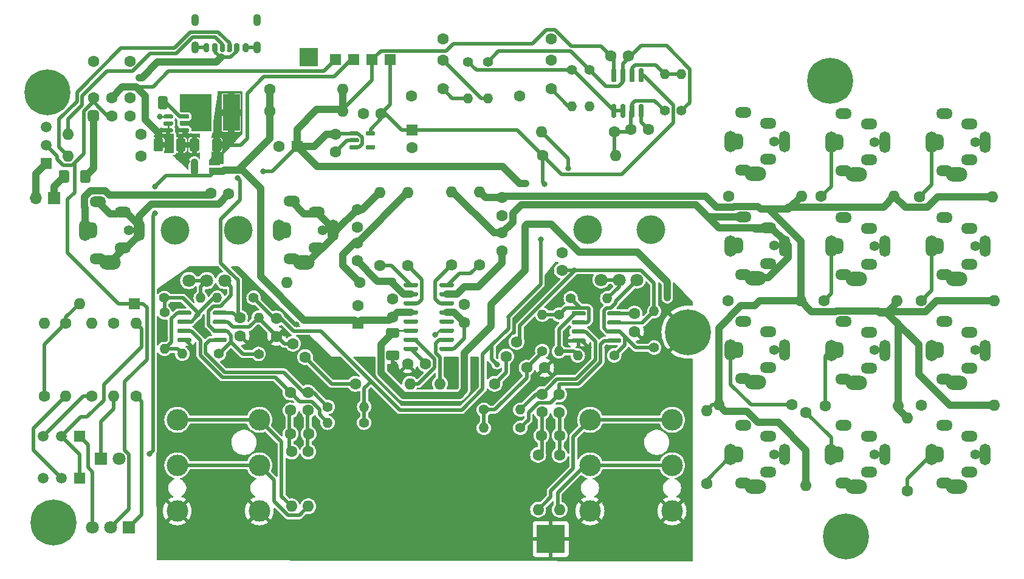
<source format=gtl>
G04 #@! TF.GenerationSoftware,KiCad,Pcbnew,8.0.6*
G04 #@! TF.CreationDate,2025-01-21T23:06:27+01:00*
G04 #@! TF.ProjectId,spider2,73706964-6572-4322-9e6b-696361645f70,rev?*
G04 #@! TF.SameCoordinates,Original*
G04 #@! TF.FileFunction,Copper,L1,Top*
G04 #@! TF.FilePolarity,Positive*
%FSLAX46Y46*%
G04 Gerber Fmt 4.6, Leading zero omitted, Abs format (unit mm)*
G04 Created by KiCad (PCBNEW 8.0.6) date 2025-01-21 23:06:27*
%MOMM*%
%LPD*%
G01*
G04 APERTURE LIST*
G04 #@! TA.AperFunction,ComponentPad*
%ADD10C,1.400000*%
G04 #@! TD*
G04 #@! TA.AperFunction,ComponentPad*
%ADD11O,1.400000X1.400000*%
G04 #@! TD*
G04 #@! TA.AperFunction,ComponentPad*
%ADD12C,1.600000*%
G04 #@! TD*
G04 #@! TA.AperFunction,ComponentPad*
%ADD13O,1.600000X1.600000*%
G04 #@! TD*
G04 #@! TA.AperFunction,ComponentPad*
%ADD14R,1.600000X1.600000*%
G04 #@! TD*
G04 #@! TA.AperFunction,ComponentPad*
%ADD15R,2.500000X2.500000*%
G04 #@! TD*
G04 #@! TA.AperFunction,ComponentPad*
%ADD16O,2.300000X1.500000*%
G04 #@! TD*
G04 #@! TA.AperFunction,ComponentPad*
%ADD17O,1.500000X3.000000*%
G04 #@! TD*
G04 #@! TA.AperFunction,ComponentPad*
%ADD18O,1.700000X3.000000*%
G04 #@! TD*
G04 #@! TA.AperFunction,ComponentPad*
%ADD19O,1.500000X2.300000*%
G04 #@! TD*
G04 #@! TA.AperFunction,ComponentPad*
%ADD20O,3.000000X2.000000*%
G04 #@! TD*
G04 #@! TA.AperFunction,ComponentPad*
%ADD21C,0.800000*%
G04 #@! TD*
G04 #@! TA.AperFunction,ComponentPad*
%ADD22C,6.400000*%
G04 #@! TD*
G04 #@! TA.AperFunction,ComponentPad*
%ADD23C,3.000000*%
G04 #@! TD*
G04 #@! TA.AperFunction,ComponentPad*
%ADD24O,1.100000X1.700000*%
G04 #@! TD*
G04 #@! TA.AperFunction,ComponentPad*
%ADD25R,1.500000X1.500000*%
G04 #@! TD*
G04 #@! TA.AperFunction,ComponentPad*
%ADD26C,1.500000*%
G04 #@! TD*
G04 #@! TA.AperFunction,WasherPad*
%ADD27C,4.000000*%
G04 #@! TD*
G04 #@! TA.AperFunction,ComponentPad*
%ADD28C,1.800000*%
G04 #@! TD*
G04 #@! TA.AperFunction,ComponentPad*
%ADD29R,1.700000X1.700000*%
G04 #@! TD*
G04 #@! TA.AperFunction,ComponentPad*
%ADD30O,1.700000X1.700000*%
G04 #@! TD*
G04 #@! TA.AperFunction,ComponentPad*
%ADD31R,1.800000X1.800000*%
G04 #@! TD*
G04 #@! TA.AperFunction,SMDPad,CuDef*
%ADD32R,2.350000X5.100000*%
G04 #@! TD*
G04 #@! TA.AperFunction,ComponentPad*
%ADD33R,4.000000X4.000000*%
G04 #@! TD*
G04 #@! TA.AperFunction,ViaPad*
%ADD34C,0.800000*%
G04 #@! TD*
G04 #@! TA.AperFunction,ViaPad*
%ADD35C,1.600000*%
G04 #@! TD*
G04 #@! TA.AperFunction,Conductor*
%ADD36C,0.500000*%
G04 #@! TD*
G04 #@! TA.AperFunction,Conductor*
%ADD37C,1.000000*%
G04 #@! TD*
G04 #@! TA.AperFunction,Conductor*
%ADD38C,0.250000*%
G04 #@! TD*
G04 #@! TA.AperFunction,Conductor*
%ADD39C,0.450000*%
G04 #@! TD*
G04 #@! TA.AperFunction,Conductor*
%ADD40C,0.480000*%
G04 #@! TD*
G04 APERTURE END LIST*
D10*
X225940000Y-73240000D03*
D11*
X225940000Y-68160000D03*
D12*
X147799400Y-33323400D03*
X152879400Y-33323400D03*
G04 #@! TA.AperFunction,ComponentPad*
G36*
G01*
X147399400Y-40143400D02*
X148199400Y-40143400D01*
G75*
G02*
X148599400Y-40543400I0J-400000D01*
G01*
X148599400Y-41343400D01*
G75*
G02*
X148199400Y-41743400I-400000J0D01*
G01*
X147399400Y-41743400D01*
G75*
G02*
X146999400Y-41343400I0J400000D01*
G01*
X146999400Y-40543400D01*
G75*
G02*
X147399400Y-40143400I400000J0D01*
G01*
G37*
G04 #@! TD.AperFunction*
X150339400Y-40943400D03*
X152879400Y-40943400D03*
X147799400Y-38403400D03*
X150339400Y-38403400D03*
X152879400Y-38403400D03*
X262920000Y-52200000D03*
D13*
X273080000Y-52200000D03*
D12*
X219851600Y-32588200D03*
X222351600Y-32588200D03*
D10*
X214330000Y-66370000D03*
D11*
X219410000Y-66370000D03*
D10*
X227431600Y-40233600D03*
D11*
X227431600Y-35153600D03*
D12*
X187750000Y-61800000D03*
D13*
X187750000Y-51640000D03*
D10*
X220370000Y-74340000D03*
D11*
X215290000Y-74340000D03*
D12*
X263120000Y-81300000D03*
D13*
X273280000Y-81300000D03*
D12*
X177749200Y-87731600D03*
D13*
X177749200Y-95351600D03*
D14*
X192230000Y-42900000D03*
D12*
X192230000Y-45400000D03*
X204750000Y-52350000D03*
X204750000Y-54850000D03*
X204750000Y-59750000D03*
X204750000Y-57250000D03*
D14*
X153475000Y-67125000D03*
D13*
X145855000Y-67125000D03*
D12*
X154460000Y-46600000D03*
D13*
X144300000Y-46600000D03*
D10*
X202800000Y-33400000D03*
D11*
X202800000Y-38480000D03*
D12*
X208175000Y-76050000D03*
X210675000Y-76050000D03*
D15*
X177800000Y-32775000D03*
D16*
X238349112Y-92100000D03*
X241849112Y-90600000D03*
D10*
X242649112Y-88100000D03*
D17*
X244078391Y-88126253D03*
D18*
X236578391Y-88126253D03*
D19*
X237549112Y-88100000D03*
D16*
X238349112Y-84100000D03*
D20*
X240078391Y-92626253D03*
D16*
X241849112Y-85600000D03*
D21*
X248019532Y-36102461D03*
X248722476Y-34405405D03*
X248722476Y-37799517D03*
X250419532Y-33702461D03*
D22*
X250419532Y-36102461D03*
D21*
X250419532Y-38502461D03*
X252116588Y-34405405D03*
X252116588Y-37799517D03*
X252819532Y-36102461D03*
D10*
X157720000Y-68350000D03*
D11*
X157720000Y-73430000D03*
D12*
X199500000Y-69750000D03*
X199500000Y-67250000D03*
D10*
X216890600Y-34518600D03*
D11*
X216890600Y-39598600D03*
D12*
X196550000Y-33200000D03*
X196550000Y-30200000D03*
X192150000Y-38200000D03*
X196550000Y-37200000D03*
X212700000Y-82250000D03*
X212700000Y-79750000D03*
X175620000Y-72700000D03*
X177292827Y-74557862D03*
X175285400Y-85267800D03*
X177785400Y-85267800D03*
X191620000Y-61810000D03*
D13*
X191620000Y-51650000D03*
D12*
X261200000Y-93230000D03*
D13*
X261200000Y-83070000D03*
D12*
X249610000Y-66720000D03*
D13*
X259770000Y-66720000D03*
D23*
X217000000Y-96000000D03*
X228430000Y-89650000D03*
X217000000Y-89650000D03*
X228430000Y-96000000D03*
X228430000Y-83300000D03*
X217000000Y-83300000D03*
D12*
X184900000Y-64150000D03*
D13*
X174740000Y-64150000D03*
D23*
X159500000Y-96000000D03*
X170930000Y-89650000D03*
X159500000Y-89650000D03*
X170930000Y-96000000D03*
X170930000Y-83300000D03*
X159500000Y-83300000D03*
D12*
X147620000Y-79980000D03*
D13*
X147620000Y-69820000D03*
D12*
X249745000Y-81400000D03*
D13*
X259905000Y-81400000D03*
D10*
X185520000Y-83700000D03*
D11*
X180440000Y-83700000D03*
G04 #@! TA.AperFunction,SMDPad,CuDef*
G36*
G01*
X156190036Y-45650000D02*
X156190036Y-44350000D01*
G75*
G02*
X156440036Y-44100000I250000J0D01*
G01*
X157265036Y-44100000D01*
G75*
G02*
X157515036Y-44350000I0J-250000D01*
G01*
X157515036Y-45650000D01*
G75*
G02*
X157265036Y-45900000I-250000J0D01*
G01*
X156440036Y-45900000D01*
G75*
G02*
X156190036Y-45650000I0J250000D01*
G01*
G37*
G04 #@! TD.AperFunction*
G04 #@! TA.AperFunction,SMDPad,CuDef*
G36*
G01*
X159315036Y-45650000D02*
X159315036Y-44350000D01*
G75*
G02*
X159565036Y-44100000I250000J0D01*
G01*
X160390036Y-44100000D01*
G75*
G02*
X160640036Y-44350000I0J-250000D01*
G01*
X160640036Y-45650000D01*
G75*
G02*
X160390036Y-45900000I-250000J0D01*
G01*
X159565036Y-45900000D01*
G75*
G02*
X159315036Y-45650000I0J250000D01*
G01*
G37*
G04 #@! TD.AperFunction*
D12*
X249220000Y-52150000D03*
D13*
X259380000Y-52150000D03*
G04 #@! TA.AperFunction,SMDPad,CuDef*
G36*
G01*
X167120000Y-31025000D02*
X167120000Y-31875000D01*
G75*
G02*
X166945000Y-32050000I-175000J0D01*
G01*
X166595000Y-32050000D01*
G75*
G02*
X166420000Y-31875000I0J175000D01*
G01*
X166420000Y-31025000D01*
G75*
G02*
X166595000Y-30850000I175000J0D01*
G01*
X166945000Y-30850000D01*
G75*
G02*
X167120000Y-31025000I0J-175000D01*
G01*
G37*
G04 #@! TD.AperFunction*
G04 #@! TA.AperFunction,SMDPad,CuDef*
G36*
G01*
X164370000Y-31860000D02*
X164370000Y-31040000D01*
G75*
G02*
X164560000Y-30850000I190000J0D01*
G01*
X164940000Y-30850000D01*
G75*
G02*
X165130000Y-31040000I0J-190000D01*
G01*
X165130000Y-31860000D01*
G75*
G02*
X164940000Y-32050000I-190000J0D01*
G01*
X164560000Y-32050000D01*
G75*
G02*
X164370000Y-31860000I0J190000D01*
G01*
G37*
G04 #@! TD.AperFunction*
G04 #@! TA.AperFunction,SMDPad,CuDef*
G36*
G01*
X163120000Y-31850000D02*
X163120000Y-31050000D01*
G75*
G02*
X163320000Y-30850000I200000J0D01*
G01*
X163720000Y-30850000D01*
G75*
G02*
X163920000Y-31050000I0J-200000D01*
G01*
X163920000Y-31850000D01*
G75*
G02*
X163720000Y-32050000I-200000J0D01*
G01*
X163320000Y-32050000D01*
G75*
G02*
X163120000Y-31850000I0J200000D01*
G01*
G37*
G04 #@! TD.AperFunction*
G04 #@! TA.AperFunction,SMDPad,CuDef*
G36*
G01*
X165420000Y-31875000D02*
X165420000Y-31025000D01*
G75*
G02*
X165595000Y-30850000I175000J0D01*
G01*
X165945000Y-30850000D01*
G75*
G02*
X166120000Y-31025000I0J-175000D01*
G01*
X166120000Y-31875000D01*
G75*
G02*
X165945000Y-32050000I-175000J0D01*
G01*
X165595000Y-32050000D01*
G75*
G02*
X165420000Y-31875000I0J175000D01*
G01*
G37*
G04 #@! TD.AperFunction*
G04 #@! TA.AperFunction,SMDPad,CuDef*
G36*
G01*
X168170000Y-31040000D02*
X168170000Y-31860000D01*
G75*
G02*
X167980000Y-32050000I-190000J0D01*
G01*
X167600000Y-32050000D01*
G75*
G02*
X167410000Y-31860000I0J190000D01*
G01*
X167410000Y-31040000D01*
G75*
G02*
X167600000Y-30850000I190000J0D01*
G01*
X167980000Y-30850000D01*
G75*
G02*
X168170000Y-31040000I0J-190000D01*
G01*
G37*
G04 #@! TD.AperFunction*
G04 #@! TA.AperFunction,SMDPad,CuDef*
G36*
G01*
X169420000Y-31050000D02*
X169420000Y-31850000D01*
G75*
G02*
X169220000Y-32050000I-200000J0D01*
G01*
X168820000Y-32050000D01*
G75*
G02*
X168620000Y-31850000I0J200000D01*
G01*
X168620000Y-31050000D01*
G75*
G02*
X168820000Y-30850000I200000J0D01*
G01*
X169220000Y-30850000D01*
G75*
G02*
X169420000Y-31050000I0J-200000D01*
G01*
G37*
G04 #@! TD.AperFunction*
D24*
X170590000Y-31370000D03*
X170590000Y-27570000D03*
X161950000Y-31370000D03*
X161950000Y-27570000D03*
G04 #@! TA.AperFunction,SMDPad,CuDef*
G36*
G01*
X147387500Y-48775001D02*
X147387500Y-50024999D01*
G75*
G02*
X147137499Y-50275000I-250001J0D01*
G01*
X146212501Y-50275000D01*
G75*
G02*
X145962500Y-50024999I0J250001D01*
G01*
X145962500Y-48775001D01*
G75*
G02*
X146212501Y-48525000I250001J0D01*
G01*
X147137499Y-48525000D01*
G75*
G02*
X147387500Y-48775001I0J-250001D01*
G01*
G37*
G04 #@! TD.AperFunction*
G04 #@! TA.AperFunction,SMDPad,CuDef*
G36*
G01*
X144412500Y-48775001D02*
X144412500Y-50024999D01*
G75*
G02*
X144162499Y-50275000I-250001J0D01*
G01*
X143237501Y-50275000D01*
G75*
G02*
X142987500Y-50024999I0J250001D01*
G01*
X142987500Y-48775001D01*
G75*
G02*
X143237501Y-48525000I250001J0D01*
G01*
X144162499Y-48525000D01*
G75*
G02*
X144412500Y-48775001I0J-250001D01*
G01*
G37*
G04 #@! TD.AperFunction*
D12*
X203708000Y-78282800D03*
D13*
X196088000Y-78282800D03*
D12*
X201600000Y-61700000D03*
D13*
X201600000Y-51540000D03*
D10*
X229743000Y-40233600D03*
D11*
X229743000Y-35153600D03*
D12*
X236195000Y-66725000D03*
D13*
X246355000Y-66725000D03*
D14*
X176192380Y-45200000D03*
D12*
X173692380Y-45200000D03*
X191581400Y-75514200D03*
X194081400Y-75514200D03*
X143980000Y-69810000D03*
D13*
X143980000Y-79970000D03*
D12*
X181500000Y-43500000D03*
X181500000Y-46000000D03*
X247100000Y-82250000D03*
D13*
X247100000Y-92410000D03*
D10*
X210350000Y-73715000D03*
D11*
X210350000Y-68635000D03*
D16*
X238350000Y-63033333D03*
X241850000Y-61533333D03*
D10*
X242650000Y-59033333D03*
D17*
X244079279Y-59059586D03*
D18*
X236579279Y-59059586D03*
D19*
X237550000Y-59033333D03*
D16*
X238350000Y-55033333D03*
D20*
X240079279Y-63559586D03*
D16*
X241850000Y-56533333D03*
G04 #@! TA.AperFunction,SMDPad,CuDef*
G36*
G01*
X214450000Y-68620000D02*
X214450000Y-68320000D01*
G75*
G02*
X214600000Y-68170000I150000J0D01*
G01*
X216250000Y-68170000D01*
G75*
G02*
X216400000Y-68320000I0J-150000D01*
G01*
X216400000Y-68620000D01*
G75*
G02*
X216250000Y-68770000I-150000J0D01*
G01*
X214600000Y-68770000D01*
G75*
G02*
X214450000Y-68620000I0J150000D01*
G01*
G37*
G04 #@! TD.AperFunction*
G04 #@! TA.AperFunction,SMDPad,CuDef*
G36*
G01*
X214450000Y-69890000D02*
X214450000Y-69590000D01*
G75*
G02*
X214600000Y-69440000I150000J0D01*
G01*
X216250000Y-69440000D01*
G75*
G02*
X216400000Y-69590000I0J-150000D01*
G01*
X216400000Y-69890000D01*
G75*
G02*
X216250000Y-70040000I-150000J0D01*
G01*
X214600000Y-70040000D01*
G75*
G02*
X214450000Y-69890000I0J150000D01*
G01*
G37*
G04 #@! TD.AperFunction*
G04 #@! TA.AperFunction,SMDPad,CuDef*
G36*
G01*
X214450000Y-71160000D02*
X214450000Y-70860000D01*
G75*
G02*
X214600000Y-70710000I150000J0D01*
G01*
X216250000Y-70710000D01*
G75*
G02*
X216400000Y-70860000I0J-150000D01*
G01*
X216400000Y-71160000D01*
G75*
G02*
X216250000Y-71310000I-150000J0D01*
G01*
X214600000Y-71310000D01*
G75*
G02*
X214450000Y-71160000I0J150000D01*
G01*
G37*
G04 #@! TD.AperFunction*
G04 #@! TA.AperFunction,SMDPad,CuDef*
G36*
G01*
X214450000Y-72430000D02*
X214450000Y-72130000D01*
G75*
G02*
X214600000Y-71980000I150000J0D01*
G01*
X216250000Y-71980000D01*
G75*
G02*
X216400000Y-72130000I0J-150000D01*
G01*
X216400000Y-72430000D01*
G75*
G02*
X216250000Y-72580000I-150000J0D01*
G01*
X214600000Y-72580000D01*
G75*
G02*
X214450000Y-72430000I0J150000D01*
G01*
G37*
G04 #@! TD.AperFunction*
G04 #@! TA.AperFunction,SMDPad,CuDef*
G36*
G01*
X219400000Y-72430000D02*
X219400000Y-72130000D01*
G75*
G02*
X219550000Y-71980000I150000J0D01*
G01*
X221200000Y-71980000D01*
G75*
G02*
X221350000Y-72130000I0J-150000D01*
G01*
X221350000Y-72430000D01*
G75*
G02*
X221200000Y-72580000I-150000J0D01*
G01*
X219550000Y-72580000D01*
G75*
G02*
X219400000Y-72430000I0J150000D01*
G01*
G37*
G04 #@! TD.AperFunction*
G04 #@! TA.AperFunction,SMDPad,CuDef*
G36*
G01*
X219400000Y-71160000D02*
X219400000Y-70860000D01*
G75*
G02*
X219550000Y-70710000I150000J0D01*
G01*
X221200000Y-70710000D01*
G75*
G02*
X221350000Y-70860000I0J-150000D01*
G01*
X221350000Y-71160000D01*
G75*
G02*
X221200000Y-71310000I-150000J0D01*
G01*
X219550000Y-71310000D01*
G75*
G02*
X219400000Y-71160000I0J150000D01*
G01*
G37*
G04 #@! TD.AperFunction*
G04 #@! TA.AperFunction,SMDPad,CuDef*
G36*
G01*
X219400000Y-69890000D02*
X219400000Y-69590000D01*
G75*
G02*
X219550000Y-69440000I150000J0D01*
G01*
X221200000Y-69440000D01*
G75*
G02*
X221350000Y-69590000I0J-150000D01*
G01*
X221350000Y-69890000D01*
G75*
G02*
X221200000Y-70040000I-150000J0D01*
G01*
X219550000Y-70040000D01*
G75*
G02*
X219400000Y-69890000I0J150000D01*
G01*
G37*
G04 #@! TD.AperFunction*
G04 #@! TA.AperFunction,SMDPad,CuDef*
G36*
G01*
X219400000Y-68620000D02*
X219400000Y-68320000D01*
G75*
G02*
X219550000Y-68170000I150000J0D01*
G01*
X221200000Y-68170000D01*
G75*
G02*
X221350000Y-68320000I0J-150000D01*
G01*
X221350000Y-68620000D01*
G75*
G02*
X221200000Y-68770000I-150000J0D01*
G01*
X219550000Y-68770000D01*
G75*
G02*
X219400000Y-68620000I0J150000D01*
G01*
G37*
G04 #@! TD.AperFunction*
D25*
X145860000Y-85630000D03*
D26*
X143320000Y-85630000D03*
X140780000Y-85630000D03*
D12*
X173325000Y-69175000D03*
X173325000Y-71675000D03*
X175285400Y-81991200D03*
X175285400Y-79491200D03*
X210388200Y-46456600D03*
D13*
X220548200Y-46456600D03*
D25*
X189176000Y-33075000D03*
D16*
X238350000Y-77566666D03*
X241850000Y-76066666D03*
D10*
X242650000Y-73566666D03*
D17*
X244079279Y-73592919D03*
D18*
X236579279Y-73592919D03*
D19*
X237550000Y-73566666D03*
D16*
X238350000Y-69566666D03*
D20*
X240079279Y-78092919D03*
D16*
X241850000Y-71066666D03*
X175424065Y-60868249D03*
X178924065Y-59368249D03*
D10*
X179724065Y-56868249D03*
D17*
X181153344Y-56894502D03*
D18*
X173653344Y-56894502D03*
D19*
X174624065Y-56868249D03*
D16*
X175424065Y-52868249D03*
D20*
X177153344Y-61394502D03*
D16*
X178924065Y-54368249D03*
D21*
X228260142Y-71088261D03*
X228963086Y-69391205D03*
X228963086Y-72785317D03*
X230660142Y-68688261D03*
D22*
X230660142Y-71088261D03*
D21*
X230660142Y-73488261D03*
X232357198Y-69391205D03*
X232357198Y-72785317D03*
X233060142Y-71088261D03*
D12*
X154460000Y-43540000D03*
D13*
X144300000Y-43540000D03*
G04 #@! TA.AperFunction,SMDPad,CuDef*
G36*
X163917400Y-47850000D02*
G01*
X163917400Y-47350000D01*
X163922489Y-47350000D01*
X163922489Y-47278843D01*
X163962584Y-47142292D01*
X164039525Y-47022570D01*
X164147080Y-46929373D01*
X164276534Y-46870254D01*
X164417400Y-46850000D01*
X164917400Y-46850000D01*
X165058266Y-46870254D01*
X165187720Y-46929373D01*
X165295275Y-47022570D01*
X165372216Y-47142292D01*
X165412311Y-47278843D01*
X165412311Y-47350000D01*
X165417400Y-47350000D01*
X165417400Y-47850000D01*
X163917400Y-47850000D01*
G37*
G04 #@! TD.AperFunction*
G04 #@! TA.AperFunction,SMDPad,CuDef*
G36*
X165412311Y-48650000D02*
G01*
X165412311Y-48721157D01*
X165372216Y-48857708D01*
X165295275Y-48977430D01*
X165187720Y-49070627D01*
X165058266Y-49129746D01*
X164917400Y-49150000D01*
X164417400Y-49150000D01*
X164276534Y-49129746D01*
X164147080Y-49070627D01*
X164039525Y-48977430D01*
X163962584Y-48857708D01*
X163922489Y-48721157D01*
X163922489Y-48650000D01*
X163917400Y-48650000D01*
X163917400Y-48150000D01*
X165417400Y-48150000D01*
X165417400Y-48650000D01*
X165412311Y-48650000D01*
G37*
G04 #@! TD.AperFunction*
D16*
X266350000Y-48600000D03*
X269850000Y-47100000D03*
D10*
X270650000Y-44600000D03*
D17*
X272079279Y-44626253D03*
D18*
X264579279Y-44626253D03*
D19*
X265550000Y-44600000D03*
D16*
X266350000Y-40600000D03*
D20*
X268079279Y-49126253D03*
D16*
X269850000Y-42100000D03*
D12*
X184550000Y-56500000D03*
X184550000Y-54000000D03*
D25*
X181571000Y-33075000D03*
D10*
X202200000Y-81900000D03*
D11*
X207280000Y-81900000D03*
D27*
X159200000Y-56900000D03*
X168000000Y-56900000D03*
D28*
X166100000Y-63900000D03*
X163600000Y-63900000D03*
X161100000Y-63900000D03*
D12*
X206779532Y-72445529D03*
X205310069Y-74468071D03*
X189500000Y-69000000D03*
X189500000Y-66500000D03*
D25*
X184111000Y-33075000D03*
D12*
X172390000Y-37220000D03*
D13*
X182550000Y-37220000D03*
D12*
X175420000Y-87731600D03*
D13*
X175420000Y-95351600D03*
D25*
X186651000Y-33075000D03*
X145860000Y-91470000D03*
D26*
X143320000Y-91470000D03*
X140780000Y-91470000D03*
D12*
X150660000Y-69820000D03*
D13*
X150660000Y-79980000D03*
D16*
X266350000Y-77600000D03*
X269850000Y-76100000D03*
D10*
X270650000Y-73600000D03*
D17*
X272079279Y-73626253D03*
D18*
X264579279Y-73626253D03*
D19*
X265550000Y-73600000D03*
D16*
X266350000Y-69600000D03*
D20*
X268079279Y-78126253D03*
D16*
X269850000Y-71100000D03*
D10*
X157675000Y-66325000D03*
D11*
X162754999Y-66325000D03*
D29*
X142300000Y-52400000D03*
D30*
X139760000Y-52400000D03*
D12*
X187900000Y-40600000D03*
X185400000Y-40600000D03*
X172390000Y-40270000D03*
D13*
X182550000Y-40270000D03*
D21*
X250250000Y-99550000D03*
X250952944Y-97852944D03*
X250952944Y-101247056D03*
X252650000Y-97150000D03*
D22*
X252650000Y-99550000D03*
D21*
X252650000Y-101950000D03*
X254347056Y-97852944D03*
X254347056Y-101247056D03*
X255050000Y-99550000D03*
D12*
X209770000Y-88200000D03*
D13*
X209770000Y-95820000D03*
G04 #@! TA.AperFunction,SMDPad,CuDef*
G36*
G01*
X183470000Y-43550000D02*
X183470000Y-43250000D01*
G75*
G02*
X183620000Y-43100000I150000J0D01*
G01*
X184645000Y-43100000D01*
G75*
G02*
X184795000Y-43250000I0J-150000D01*
G01*
X184795000Y-43550000D01*
G75*
G02*
X184645000Y-43700000I-150000J0D01*
G01*
X183620000Y-43700000D01*
G75*
G02*
X183470000Y-43550000I0J150000D01*
G01*
G37*
G04 #@! TD.AperFunction*
G04 #@! TA.AperFunction,SMDPad,CuDef*
G36*
G01*
X183470000Y-44500000D02*
X183470000Y-44200000D01*
G75*
G02*
X183620000Y-44050000I150000J0D01*
G01*
X184645000Y-44050000D01*
G75*
G02*
X184795000Y-44200000I0J-150000D01*
G01*
X184795000Y-44500000D01*
G75*
G02*
X184645000Y-44650000I-150000J0D01*
G01*
X183620000Y-44650000D01*
G75*
G02*
X183470000Y-44500000I0J150000D01*
G01*
G37*
G04 #@! TD.AperFunction*
G04 #@! TA.AperFunction,SMDPad,CuDef*
G36*
G01*
X183470000Y-45450000D02*
X183470000Y-45150000D01*
G75*
G02*
X183620000Y-45000000I150000J0D01*
G01*
X184645000Y-45000000D01*
G75*
G02*
X184795000Y-45150000I0J-150000D01*
G01*
X184795000Y-45450000D01*
G75*
G02*
X184645000Y-45600000I-150000J0D01*
G01*
X183620000Y-45600000D01*
G75*
G02*
X183470000Y-45450000I0J150000D01*
G01*
G37*
G04 #@! TD.AperFunction*
G04 #@! TA.AperFunction,SMDPad,CuDef*
G36*
G01*
X185745000Y-45450000D02*
X185745000Y-45150000D01*
G75*
G02*
X185895000Y-45000000I150000J0D01*
G01*
X186920000Y-45000000D01*
G75*
G02*
X187070000Y-45150000I0J-150000D01*
G01*
X187070000Y-45450000D01*
G75*
G02*
X186920000Y-45600000I-150000J0D01*
G01*
X185895000Y-45600000D01*
G75*
G02*
X185745000Y-45450000I0J150000D01*
G01*
G37*
G04 #@! TD.AperFunction*
G04 #@! TA.AperFunction,SMDPad,CuDef*
G36*
G01*
X185745000Y-43550000D02*
X185745000Y-43250000D01*
G75*
G02*
X185895000Y-43100000I150000J0D01*
G01*
X186920000Y-43100000D01*
G75*
G02*
X187070000Y-43250000I0J-150000D01*
G01*
X187070000Y-43550000D01*
G75*
G02*
X186920000Y-43700000I-150000J0D01*
G01*
X185895000Y-43700000D01*
G75*
G02*
X185745000Y-43550000I0J150000D01*
G01*
G37*
G04 #@! TD.AperFunction*
D12*
X236270000Y-52150000D03*
D13*
X246430000Y-52150000D03*
D10*
X214477600Y-34544000D03*
D11*
X214477600Y-39624000D03*
D12*
X211550000Y-33200000D03*
X211550000Y-30200000D03*
X207150000Y-38200000D03*
X211550000Y-37200000D03*
D16*
X266350000Y-63100000D03*
X269850000Y-61600000D03*
D10*
X270650000Y-59100000D03*
D17*
X272079279Y-59126253D03*
D18*
X264579279Y-59126253D03*
D19*
X265550000Y-59100000D03*
D16*
X266350000Y-55100000D03*
D20*
X268079279Y-63626253D03*
D16*
X269850000Y-56600000D03*
X238350000Y-48500000D03*
X241850000Y-47000000D03*
D10*
X242650000Y-44500000D03*
D17*
X244079279Y-44526253D03*
D18*
X236579279Y-44526253D03*
D19*
X237550000Y-44500000D03*
D16*
X238350000Y-40500000D03*
D20*
X240079279Y-49026253D03*
D16*
X241850000Y-42000000D03*
G04 #@! TA.AperFunction,SMDPad,CuDef*
G36*
G01*
X220458400Y-41219800D02*
X220158400Y-41219800D01*
G75*
G02*
X220008400Y-41069800I0J150000D01*
G01*
X220008400Y-39419800D01*
G75*
G02*
X220158400Y-39269800I150000J0D01*
G01*
X220458400Y-39269800D01*
G75*
G02*
X220608400Y-39419800I0J-150000D01*
G01*
X220608400Y-41069800D01*
G75*
G02*
X220458400Y-41219800I-150000J0D01*
G01*
G37*
G04 #@! TD.AperFunction*
G04 #@! TA.AperFunction,SMDPad,CuDef*
G36*
G01*
X221728400Y-41219800D02*
X221428400Y-41219800D01*
G75*
G02*
X221278400Y-41069800I0J150000D01*
G01*
X221278400Y-39419800D01*
G75*
G02*
X221428400Y-39269800I150000J0D01*
G01*
X221728400Y-39269800D01*
G75*
G02*
X221878400Y-39419800I0J-150000D01*
G01*
X221878400Y-41069800D01*
G75*
G02*
X221728400Y-41219800I-150000J0D01*
G01*
G37*
G04 #@! TD.AperFunction*
G04 #@! TA.AperFunction,SMDPad,CuDef*
G36*
G01*
X222998400Y-41219800D02*
X222698400Y-41219800D01*
G75*
G02*
X222548400Y-41069800I0J150000D01*
G01*
X222548400Y-39419800D01*
G75*
G02*
X222698400Y-39269800I150000J0D01*
G01*
X222998400Y-39269800D01*
G75*
G02*
X223148400Y-39419800I0J-150000D01*
G01*
X223148400Y-41069800D01*
G75*
G02*
X222998400Y-41219800I-150000J0D01*
G01*
G37*
G04 #@! TD.AperFunction*
G04 #@! TA.AperFunction,SMDPad,CuDef*
G36*
G01*
X224268400Y-41219800D02*
X223968400Y-41219800D01*
G75*
G02*
X223818400Y-41069800I0J150000D01*
G01*
X223818400Y-39419800D01*
G75*
G02*
X223968400Y-39269800I150000J0D01*
G01*
X224268400Y-39269800D01*
G75*
G02*
X224418400Y-39419800I0J-150000D01*
G01*
X224418400Y-41069800D01*
G75*
G02*
X224268400Y-41219800I-150000J0D01*
G01*
G37*
G04 #@! TD.AperFunction*
G04 #@! TA.AperFunction,SMDPad,CuDef*
G36*
G01*
X224268400Y-36269800D02*
X223968400Y-36269800D01*
G75*
G02*
X223818400Y-36119800I0J150000D01*
G01*
X223818400Y-34469800D01*
G75*
G02*
X223968400Y-34319800I150000J0D01*
G01*
X224268400Y-34319800D01*
G75*
G02*
X224418400Y-34469800I0J-150000D01*
G01*
X224418400Y-36119800D01*
G75*
G02*
X224268400Y-36269800I-150000J0D01*
G01*
G37*
G04 #@! TD.AperFunction*
G04 #@! TA.AperFunction,SMDPad,CuDef*
G36*
G01*
X222998400Y-36269800D02*
X222698400Y-36269800D01*
G75*
G02*
X222548400Y-36119800I0J150000D01*
G01*
X222548400Y-34469800D01*
G75*
G02*
X222698400Y-34319800I150000J0D01*
G01*
X222998400Y-34319800D01*
G75*
G02*
X223148400Y-34469800I0J-150000D01*
G01*
X223148400Y-36119800D01*
G75*
G02*
X222998400Y-36269800I-150000J0D01*
G01*
G37*
G04 #@! TD.AperFunction*
G04 #@! TA.AperFunction,SMDPad,CuDef*
G36*
G01*
X221728400Y-36269800D02*
X221428400Y-36269800D01*
G75*
G02*
X221278400Y-36119800I0J150000D01*
G01*
X221278400Y-34469800D01*
G75*
G02*
X221428400Y-34319800I150000J0D01*
G01*
X221728400Y-34319800D01*
G75*
G02*
X221878400Y-34469800I0J-150000D01*
G01*
X221878400Y-36119800D01*
G75*
G02*
X221728400Y-36269800I-150000J0D01*
G01*
G37*
G04 #@! TD.AperFunction*
G04 #@! TA.AperFunction,SMDPad,CuDef*
G36*
G01*
X220458400Y-36269800D02*
X220158400Y-36269800D01*
G75*
G02*
X220008400Y-36119800I0J150000D01*
G01*
X220008400Y-34469800D01*
G75*
G02*
X220158400Y-34319800I150000J0D01*
G01*
X220458400Y-34319800D01*
G75*
G02*
X220608400Y-34469800I0J-150000D01*
G01*
X220608400Y-36119800D01*
G75*
G02*
X220458400Y-36269800I-150000J0D01*
G01*
G37*
G04 #@! TD.AperFunction*
D12*
X263120000Y-66750000D03*
D13*
X273280000Y-66750000D03*
D12*
X233260000Y-92180000D03*
D13*
X233260000Y-82020000D03*
D16*
X252350000Y-63100000D03*
X255850000Y-61600000D03*
D10*
X256650000Y-59100000D03*
D17*
X258079279Y-59126253D03*
D18*
X250579279Y-59126253D03*
D19*
X251550000Y-59100000D03*
D16*
X252350000Y-55100000D03*
D20*
X254079279Y-63626253D03*
D16*
X255850000Y-56600000D03*
D10*
X170825000Y-74125000D03*
D11*
X170825000Y-69045000D03*
D16*
X252350000Y-77600000D03*
X255850000Y-76100000D03*
D10*
X256650000Y-73600000D03*
D17*
X258079279Y-73626253D03*
D18*
X250579279Y-73626253D03*
D19*
X251550000Y-73600000D03*
D16*
X252350000Y-69600000D03*
D20*
X254079279Y-78126253D03*
D16*
X255850000Y-71100000D03*
X252350000Y-48600000D03*
X255850000Y-47100000D03*
D10*
X256650000Y-44600000D03*
D17*
X258079279Y-44626253D03*
D18*
X250579279Y-44626253D03*
D19*
X251550000Y-44600000D03*
D16*
X252350000Y-40600000D03*
D20*
X254079279Y-49126253D03*
D16*
X255850000Y-42100000D03*
D10*
X212675000Y-68670000D03*
D11*
X212675000Y-73750000D03*
D10*
X170125000Y-66300000D03*
D11*
X165045000Y-66300000D03*
D12*
X225176400Y-42849800D03*
X222676400Y-42849800D03*
X184550000Y-58650000D03*
X184550000Y-61150000D03*
D16*
X148415198Y-60869712D03*
X151915198Y-59369712D03*
D10*
X152715198Y-56869712D03*
D17*
X154144477Y-56895965D03*
D18*
X146644477Y-56895965D03*
D19*
X147615198Y-56869712D03*
D16*
X148415198Y-52869712D03*
D20*
X150144477Y-61395965D03*
D16*
X151915198Y-54369712D03*
D12*
X168249600Y-71588000D03*
X168249600Y-69088000D03*
D10*
X165270000Y-74100000D03*
D11*
X160190000Y-74100000D03*
D16*
X252349112Y-92100000D03*
X255849112Y-90600000D03*
D10*
X256649112Y-88100000D03*
D17*
X258078391Y-88126253D03*
D18*
X250578391Y-88126253D03*
D19*
X251549112Y-88100000D03*
D16*
X252349112Y-84100000D03*
D20*
X254078391Y-92626253D03*
D16*
X255849112Y-85600000D03*
X266350000Y-92100000D03*
X269850000Y-90600000D03*
D10*
X270650000Y-88100000D03*
D17*
X272079279Y-88126253D03*
D18*
X264579279Y-88126253D03*
D19*
X265550000Y-88100000D03*
D16*
X266350000Y-84100000D03*
D20*
X268079279Y-92626253D03*
D16*
X269850000Y-85600000D03*
D12*
X177698400Y-81991200D03*
X177698400Y-79491200D03*
G04 #@! TA.AperFunction,SMDPad,CuDef*
G36*
G01*
X161267400Y-38450000D02*
X161267400Y-39750000D01*
G75*
G02*
X161017400Y-40000000I-250000J0D01*
G01*
X160192400Y-40000000D01*
G75*
G02*
X159942400Y-39750000I0J250000D01*
G01*
X159942400Y-38450000D01*
G75*
G02*
X160192400Y-38200000I250000J0D01*
G01*
X161017400Y-38200000D01*
G75*
G02*
X161267400Y-38450000I0J-250000D01*
G01*
G37*
G04 #@! TD.AperFunction*
G04 #@! TA.AperFunction,SMDPad,CuDef*
G36*
G01*
X158142400Y-38450000D02*
X158142400Y-39750000D01*
G75*
G02*
X157892400Y-40000000I-250000J0D01*
G01*
X157067400Y-40000000D01*
G75*
G02*
X156817400Y-39750000I0J250000D01*
G01*
X156817400Y-38450000D01*
G75*
G02*
X157067400Y-38200000I250000J0D01*
G01*
X157892400Y-38200000D01*
G75*
G02*
X158142400Y-38450000I0J-250000D01*
G01*
G37*
G04 #@! TD.AperFunction*
X153730000Y-79980000D03*
D13*
X153730000Y-69820000D03*
D12*
X184300000Y-78300000D03*
D13*
X191920000Y-78300000D03*
G04 #@! TA.AperFunction,SMDPad,CuDef*
G36*
G01*
X161217400Y-45650778D02*
X161217400Y-44350778D01*
G75*
G02*
X161467400Y-44100778I250000J0D01*
G01*
X162292400Y-44100778D01*
G75*
G02*
X162542400Y-44350778I0J-250000D01*
G01*
X162542400Y-45650778D01*
G75*
G02*
X162292400Y-45900778I-250000J0D01*
G01*
X161467400Y-45900778D01*
G75*
G02*
X161217400Y-45650778I0J250000D01*
G01*
G37*
G04 #@! TD.AperFunction*
G04 #@! TA.AperFunction,SMDPad,CuDef*
G36*
G01*
X164342400Y-45650778D02*
X164342400Y-44350778D01*
G75*
G02*
X164592400Y-44100778I250000J0D01*
G01*
X165417400Y-44100778D01*
G75*
G02*
X165667400Y-44350778I0J-250000D01*
G01*
X165667400Y-45650778D01*
G75*
G02*
X165417400Y-45900778I-250000J0D01*
G01*
X164592400Y-45900778D01*
G75*
G02*
X164342400Y-45650778I0J250000D01*
G01*
G37*
G04 #@! TD.AperFunction*
D31*
X148875000Y-88725000D03*
D28*
X151415000Y-88725000D03*
D10*
X200000000Y-33400000D03*
D11*
X200000000Y-38480000D03*
G04 #@! TA.AperFunction,SMDPad,CuDef*
G36*
G01*
X191050000Y-64670000D02*
X191050000Y-64370000D01*
G75*
G02*
X191200000Y-64220000I150000J0D01*
G01*
X192900000Y-64220000D01*
G75*
G02*
X193050000Y-64370000I0J-150000D01*
G01*
X193050000Y-64670000D01*
G75*
G02*
X192900000Y-64820000I-150000J0D01*
G01*
X191200000Y-64820000D01*
G75*
G02*
X191050000Y-64670000I0J150000D01*
G01*
G37*
G04 #@! TD.AperFunction*
G04 #@! TA.AperFunction,SMDPad,CuDef*
G36*
G01*
X191050000Y-65940000D02*
X191050000Y-65640000D01*
G75*
G02*
X191200000Y-65490000I150000J0D01*
G01*
X192900000Y-65490000D01*
G75*
G02*
X193050000Y-65640000I0J-150000D01*
G01*
X193050000Y-65940000D01*
G75*
G02*
X192900000Y-66090000I-150000J0D01*
G01*
X191200000Y-66090000D01*
G75*
G02*
X191050000Y-65940000I0J150000D01*
G01*
G37*
G04 #@! TD.AperFunction*
G04 #@! TA.AperFunction,SMDPad,CuDef*
G36*
G01*
X191050000Y-67210000D02*
X191050000Y-66910000D01*
G75*
G02*
X191200000Y-66760000I150000J0D01*
G01*
X192900000Y-66760000D01*
G75*
G02*
X193050000Y-66910000I0J-150000D01*
G01*
X193050000Y-67210000D01*
G75*
G02*
X192900000Y-67360000I-150000J0D01*
G01*
X191200000Y-67360000D01*
G75*
G02*
X191050000Y-67210000I0J150000D01*
G01*
G37*
G04 #@! TD.AperFunction*
G04 #@! TA.AperFunction,SMDPad,CuDef*
G36*
G01*
X191050000Y-68480000D02*
X191050000Y-68180000D01*
G75*
G02*
X191200000Y-68030000I150000J0D01*
G01*
X192900000Y-68030000D01*
G75*
G02*
X193050000Y-68180000I0J-150000D01*
G01*
X193050000Y-68480000D01*
G75*
G02*
X192900000Y-68630000I-150000J0D01*
G01*
X191200000Y-68630000D01*
G75*
G02*
X191050000Y-68480000I0J150000D01*
G01*
G37*
G04 #@! TD.AperFunction*
G04 #@! TA.AperFunction,SMDPad,CuDef*
G36*
G01*
X191050000Y-69750000D02*
X191050000Y-69450000D01*
G75*
G02*
X191200000Y-69300000I150000J0D01*
G01*
X192900000Y-69300000D01*
G75*
G02*
X193050000Y-69450000I0J-150000D01*
G01*
X193050000Y-69750000D01*
G75*
G02*
X192900000Y-69900000I-150000J0D01*
G01*
X191200000Y-69900000D01*
G75*
G02*
X191050000Y-69750000I0J150000D01*
G01*
G37*
G04 #@! TD.AperFunction*
G04 #@! TA.AperFunction,SMDPad,CuDef*
G36*
G01*
X191050000Y-71020000D02*
X191050000Y-70720000D01*
G75*
G02*
X191200000Y-70570000I150000J0D01*
G01*
X192900000Y-70570000D01*
G75*
G02*
X193050000Y-70720000I0J-150000D01*
G01*
X193050000Y-71020000D01*
G75*
G02*
X192900000Y-71170000I-150000J0D01*
G01*
X191200000Y-71170000D01*
G75*
G02*
X191050000Y-71020000I0J150000D01*
G01*
G37*
G04 #@! TD.AperFunction*
G04 #@! TA.AperFunction,SMDPad,CuDef*
G36*
G01*
X191050000Y-72290000D02*
X191050000Y-71990000D01*
G75*
G02*
X191200000Y-71840000I150000J0D01*
G01*
X192900000Y-71840000D01*
G75*
G02*
X193050000Y-71990000I0J-150000D01*
G01*
X193050000Y-72290000D01*
G75*
G02*
X192900000Y-72440000I-150000J0D01*
G01*
X191200000Y-72440000D01*
G75*
G02*
X191050000Y-72290000I0J150000D01*
G01*
G37*
G04 #@! TD.AperFunction*
G04 #@! TA.AperFunction,SMDPad,CuDef*
G36*
G01*
X191050000Y-73560000D02*
X191050000Y-73260000D01*
G75*
G02*
X191200000Y-73110000I150000J0D01*
G01*
X192900000Y-73110000D01*
G75*
G02*
X193050000Y-73260000I0J-150000D01*
G01*
X193050000Y-73560000D01*
G75*
G02*
X192900000Y-73710000I-150000J0D01*
G01*
X191200000Y-73710000D01*
G75*
G02*
X191050000Y-73560000I0J150000D01*
G01*
G37*
G04 #@! TD.AperFunction*
G04 #@! TA.AperFunction,SMDPad,CuDef*
G36*
G01*
X196050000Y-73560000D02*
X196050000Y-73260000D01*
G75*
G02*
X196200000Y-73110000I150000J0D01*
G01*
X197900000Y-73110000D01*
G75*
G02*
X198050000Y-73260000I0J-150000D01*
G01*
X198050000Y-73560000D01*
G75*
G02*
X197900000Y-73710000I-150000J0D01*
G01*
X196200000Y-73710000D01*
G75*
G02*
X196050000Y-73560000I0J150000D01*
G01*
G37*
G04 #@! TD.AperFunction*
G04 #@! TA.AperFunction,SMDPad,CuDef*
G36*
G01*
X196050000Y-72290000D02*
X196050000Y-71990000D01*
G75*
G02*
X196200000Y-71840000I150000J0D01*
G01*
X197900000Y-71840000D01*
G75*
G02*
X198050000Y-71990000I0J-150000D01*
G01*
X198050000Y-72290000D01*
G75*
G02*
X197900000Y-72440000I-150000J0D01*
G01*
X196200000Y-72440000D01*
G75*
G02*
X196050000Y-72290000I0J150000D01*
G01*
G37*
G04 #@! TD.AperFunction*
G04 #@! TA.AperFunction,SMDPad,CuDef*
G36*
G01*
X196050000Y-71020000D02*
X196050000Y-70720000D01*
G75*
G02*
X196200000Y-70570000I150000J0D01*
G01*
X197900000Y-70570000D01*
G75*
G02*
X198050000Y-70720000I0J-150000D01*
G01*
X198050000Y-71020000D01*
G75*
G02*
X197900000Y-71170000I-150000J0D01*
G01*
X196200000Y-71170000D01*
G75*
G02*
X196050000Y-71020000I0J150000D01*
G01*
G37*
G04 #@! TD.AperFunction*
G04 #@! TA.AperFunction,SMDPad,CuDef*
G36*
G01*
X196050000Y-69750000D02*
X196050000Y-69450000D01*
G75*
G02*
X196200000Y-69300000I150000J0D01*
G01*
X197900000Y-69300000D01*
G75*
G02*
X198050000Y-69450000I0J-150000D01*
G01*
X198050000Y-69750000D01*
G75*
G02*
X197900000Y-69900000I-150000J0D01*
G01*
X196200000Y-69900000D01*
G75*
G02*
X196050000Y-69750000I0J150000D01*
G01*
G37*
G04 #@! TD.AperFunction*
G04 #@! TA.AperFunction,SMDPad,CuDef*
G36*
G01*
X196050000Y-68480000D02*
X196050000Y-68180000D01*
G75*
G02*
X196200000Y-68030000I150000J0D01*
G01*
X197900000Y-68030000D01*
G75*
G02*
X198050000Y-68180000I0J-150000D01*
G01*
X198050000Y-68480000D01*
G75*
G02*
X197900000Y-68630000I-150000J0D01*
G01*
X196200000Y-68630000D01*
G75*
G02*
X196050000Y-68480000I0J150000D01*
G01*
G37*
G04 #@! TD.AperFunction*
G04 #@! TA.AperFunction,SMDPad,CuDef*
G36*
G01*
X196050000Y-67210000D02*
X196050000Y-66910000D01*
G75*
G02*
X196200000Y-66760000I150000J0D01*
G01*
X197900000Y-66760000D01*
G75*
G02*
X198050000Y-66910000I0J-150000D01*
G01*
X198050000Y-67210000D01*
G75*
G02*
X197900000Y-67360000I-150000J0D01*
G01*
X196200000Y-67360000D01*
G75*
G02*
X196050000Y-67210000I0J150000D01*
G01*
G37*
G04 #@! TD.AperFunction*
G04 #@! TA.AperFunction,SMDPad,CuDef*
G36*
G01*
X196050000Y-65940000D02*
X196050000Y-65640000D01*
G75*
G02*
X196200000Y-65490000I150000J0D01*
G01*
X197900000Y-65490000D01*
G75*
G02*
X198050000Y-65640000I0J-150000D01*
G01*
X198050000Y-65940000D01*
G75*
G02*
X197900000Y-66090000I-150000J0D01*
G01*
X196200000Y-66090000D01*
G75*
G02*
X196050000Y-65940000I0J150000D01*
G01*
G37*
G04 #@! TD.AperFunction*
G04 #@! TA.AperFunction,SMDPad,CuDef*
G36*
G01*
X196050000Y-64670000D02*
X196050000Y-64370000D01*
G75*
G02*
X196200000Y-64220000I150000J0D01*
G01*
X197900000Y-64220000D01*
G75*
G02*
X198050000Y-64370000I0J-150000D01*
G01*
X198050000Y-64670000D01*
G75*
G02*
X197900000Y-64820000I-150000J0D01*
G01*
X196200000Y-64820000D01*
G75*
G02*
X196050000Y-64670000I0J150000D01*
G01*
G37*
G04 #@! TD.AperFunction*
D10*
X207280000Y-84425000D03*
D11*
X202200000Y-84425000D03*
D12*
X220395800Y-43180000D03*
D13*
X210235800Y-43180000D03*
D12*
X210290000Y-82226600D03*
X210290000Y-79726600D03*
D27*
X216650000Y-56800000D03*
X225450000Y-56800000D03*
D28*
X223550000Y-63800000D03*
X221050000Y-63800000D03*
X218550000Y-63800000D03*
D12*
X197735200Y-61700000D03*
D13*
X197735200Y-51540000D03*
D12*
X212775000Y-88200000D03*
D13*
X212775000Y-95820000D03*
D12*
X213080600Y-59984000D03*
X213080600Y-62484000D03*
G04 #@! TA.AperFunction,SMDPad,CuDef*
G36*
G01*
X157562500Y-41200000D02*
X157562500Y-40900000D01*
G75*
G02*
X157712500Y-40750000I150000J0D01*
G01*
X158737500Y-40750000D01*
G75*
G02*
X158887500Y-40900000I0J-150000D01*
G01*
X158887500Y-41200000D01*
G75*
G02*
X158737500Y-41350000I-150000J0D01*
G01*
X157712500Y-41350000D01*
G75*
G02*
X157562500Y-41200000I0J150000D01*
G01*
G37*
G04 #@! TD.AperFunction*
G04 #@! TA.AperFunction,SMDPad,CuDef*
G36*
G01*
X157562500Y-42150000D02*
X157562500Y-41850000D01*
G75*
G02*
X157712500Y-41700000I150000J0D01*
G01*
X158737500Y-41700000D01*
G75*
G02*
X158887500Y-41850000I0J-150000D01*
G01*
X158887500Y-42150000D01*
G75*
G02*
X158737500Y-42300000I-150000J0D01*
G01*
X157712500Y-42300000D01*
G75*
G02*
X157562500Y-42150000I0J150000D01*
G01*
G37*
G04 #@! TD.AperFunction*
G04 #@! TA.AperFunction,SMDPad,CuDef*
G36*
G01*
X157562500Y-43100000D02*
X157562500Y-42800000D01*
G75*
G02*
X157712500Y-42650000I150000J0D01*
G01*
X158737500Y-42650000D01*
G75*
G02*
X158887500Y-42800000I0J-150000D01*
G01*
X158887500Y-43100000D01*
G75*
G02*
X158737500Y-43250000I-150000J0D01*
G01*
X157712500Y-43250000D01*
G75*
G02*
X157562500Y-43100000I0J150000D01*
G01*
G37*
G04 #@! TD.AperFunction*
G04 #@! TA.AperFunction,SMDPad,CuDef*
G36*
G01*
X159837500Y-43100000D02*
X159837500Y-42800000D01*
G75*
G02*
X159987500Y-42650000I150000J0D01*
G01*
X161012500Y-42650000D01*
G75*
G02*
X161162500Y-42800000I0J-150000D01*
G01*
X161162500Y-43100000D01*
G75*
G02*
X161012500Y-43250000I-150000J0D01*
G01*
X159987500Y-43250000D01*
G75*
G02*
X159837500Y-43100000I0J150000D01*
G01*
G37*
G04 #@! TD.AperFunction*
G04 #@! TA.AperFunction,SMDPad,CuDef*
G36*
G01*
X159837500Y-42150000D02*
X159837500Y-41850000D01*
G75*
G02*
X159987500Y-41700000I150000J0D01*
G01*
X161012500Y-41700000D01*
G75*
G02*
X161162500Y-41850000I0J-150000D01*
G01*
X161162500Y-42150000D01*
G75*
G02*
X161012500Y-42300000I-150000J0D01*
G01*
X159987500Y-42300000D01*
G75*
G02*
X159837500Y-42150000I0J150000D01*
G01*
G37*
G04 #@! TD.AperFunction*
G04 #@! TA.AperFunction,SMDPad,CuDef*
G36*
G01*
X159837500Y-41200000D02*
X159837500Y-40900000D01*
G75*
G02*
X159987500Y-40750000I150000J0D01*
G01*
X161012500Y-40750000D01*
G75*
G02*
X161162500Y-40900000I0J-150000D01*
G01*
X161162500Y-41200000D01*
G75*
G02*
X161012500Y-41350000I-150000J0D01*
G01*
X159987500Y-41350000D01*
G75*
G02*
X159837500Y-41200000I0J150000D01*
G01*
G37*
G04 #@! TD.AperFunction*
X245080000Y-81225000D03*
D13*
X234920000Y-81225000D03*
D32*
X162867400Y-40500000D03*
X167017400Y-40500000D03*
D31*
X152742934Y-98294059D03*
D28*
X150202934Y-98294059D03*
X147662934Y-98294059D03*
D10*
X180460000Y-81500000D03*
D11*
X185540000Y-81500000D03*
D21*
X139840000Y-97590000D03*
X140542944Y-95892944D03*
X140542944Y-99287056D03*
X142240000Y-95190000D03*
D22*
X142240000Y-97590000D03*
D21*
X142240000Y-99990000D03*
X143937056Y-95892944D03*
X143937056Y-99287056D03*
X144640000Y-97590000D03*
D12*
X140970000Y-79980000D03*
D13*
X140970000Y-69820000D03*
D12*
X223200000Y-71000000D03*
X223200000Y-68500000D03*
X210250000Y-85500000D03*
X212750000Y-85500000D03*
D14*
X184650000Y-69850000D03*
D12*
X184650000Y-67350000D03*
D21*
X138994600Y-37691600D03*
X139697544Y-35994544D03*
X139697544Y-39388656D03*
X141394600Y-35291600D03*
D22*
X141394600Y-37691600D03*
D21*
X141394600Y-40091600D03*
X143091656Y-35994544D03*
X143091656Y-39388656D03*
X143794600Y-37691600D03*
G04 #@! TA.AperFunction,SMDPad,CuDef*
G36*
G01*
X159510000Y-68535000D02*
X159510000Y-68235000D01*
G75*
G02*
X159660000Y-68085000I150000J0D01*
G01*
X161310000Y-68085000D01*
G75*
G02*
X161460000Y-68235000I0J-150000D01*
G01*
X161460000Y-68535000D01*
G75*
G02*
X161310000Y-68685000I-150000J0D01*
G01*
X159660000Y-68685000D01*
G75*
G02*
X159510000Y-68535000I0J150000D01*
G01*
G37*
G04 #@! TD.AperFunction*
G04 #@! TA.AperFunction,SMDPad,CuDef*
G36*
G01*
X159510000Y-69805000D02*
X159510000Y-69505000D01*
G75*
G02*
X159660000Y-69355000I150000J0D01*
G01*
X161310000Y-69355000D01*
G75*
G02*
X161460000Y-69505000I0J-150000D01*
G01*
X161460000Y-69805000D01*
G75*
G02*
X161310000Y-69955000I-150000J0D01*
G01*
X159660000Y-69955000D01*
G75*
G02*
X159510000Y-69805000I0J150000D01*
G01*
G37*
G04 #@! TD.AperFunction*
G04 #@! TA.AperFunction,SMDPad,CuDef*
G36*
G01*
X159510000Y-71075000D02*
X159510000Y-70775000D01*
G75*
G02*
X159660000Y-70625000I150000J0D01*
G01*
X161310000Y-70625000D01*
G75*
G02*
X161460000Y-70775000I0J-150000D01*
G01*
X161460000Y-71075000D01*
G75*
G02*
X161310000Y-71225000I-150000J0D01*
G01*
X159660000Y-71225000D01*
G75*
G02*
X159510000Y-71075000I0J150000D01*
G01*
G37*
G04 #@! TD.AperFunction*
G04 #@! TA.AperFunction,SMDPad,CuDef*
G36*
G01*
X159510000Y-72345000D02*
X159510000Y-72045000D01*
G75*
G02*
X159660000Y-71895000I150000J0D01*
G01*
X161310000Y-71895000D01*
G75*
G02*
X161460000Y-72045000I0J-150000D01*
G01*
X161460000Y-72345000D01*
G75*
G02*
X161310000Y-72495000I-150000J0D01*
G01*
X159660000Y-72495000D01*
G75*
G02*
X159510000Y-72345000I0J150000D01*
G01*
G37*
G04 #@! TD.AperFunction*
G04 #@! TA.AperFunction,SMDPad,CuDef*
G36*
G01*
X164460000Y-72345000D02*
X164460000Y-72045000D01*
G75*
G02*
X164610000Y-71895000I150000J0D01*
G01*
X166260000Y-71895000D01*
G75*
G02*
X166410000Y-72045000I0J-150000D01*
G01*
X166410000Y-72345000D01*
G75*
G02*
X166260000Y-72495000I-150000J0D01*
G01*
X164610000Y-72495000D01*
G75*
G02*
X164460000Y-72345000I0J150000D01*
G01*
G37*
G04 #@! TD.AperFunction*
G04 #@! TA.AperFunction,SMDPad,CuDef*
G36*
G01*
X164460000Y-71075000D02*
X164460000Y-70775000D01*
G75*
G02*
X164610000Y-70625000I150000J0D01*
G01*
X166260000Y-70625000D01*
G75*
G02*
X166410000Y-70775000I0J-150000D01*
G01*
X166410000Y-71075000D01*
G75*
G02*
X166260000Y-71225000I-150000J0D01*
G01*
X164610000Y-71225000D01*
G75*
G02*
X164460000Y-71075000I0J150000D01*
G01*
G37*
G04 #@! TD.AperFunction*
G04 #@! TA.AperFunction,SMDPad,CuDef*
G36*
G01*
X164460000Y-69805000D02*
X164460000Y-69505000D01*
G75*
G02*
X164610000Y-69355000I150000J0D01*
G01*
X166260000Y-69355000D01*
G75*
G02*
X166410000Y-69505000I0J-150000D01*
G01*
X166410000Y-69805000D01*
G75*
G02*
X166260000Y-69955000I-150000J0D01*
G01*
X164610000Y-69955000D01*
G75*
G02*
X164460000Y-69805000I0J150000D01*
G01*
G37*
G04 #@! TD.AperFunction*
G04 #@! TA.AperFunction,SMDPad,CuDef*
G36*
G01*
X164460000Y-68535000D02*
X164460000Y-68235000D01*
G75*
G02*
X164610000Y-68085000I150000J0D01*
G01*
X166260000Y-68085000D01*
G75*
G02*
X166410000Y-68235000I0J-150000D01*
G01*
X166410000Y-68535000D01*
G75*
G02*
X166260000Y-68685000I-150000J0D01*
G01*
X164610000Y-68685000D01*
G75*
G02*
X164460000Y-68535000I0J150000D01*
G01*
G37*
G04 #@! TD.AperFunction*
G04 #@! TA.AperFunction,SMDPad,CuDef*
G36*
G01*
X188850000Y-70525000D02*
X190150000Y-70525000D01*
G75*
G02*
X190400000Y-70775000I0J-250000D01*
G01*
X190400000Y-71600000D01*
G75*
G02*
X190150000Y-71850000I-250000J0D01*
G01*
X188850000Y-71850000D01*
G75*
G02*
X188600000Y-71600000I0J250000D01*
G01*
X188600000Y-70775000D01*
G75*
G02*
X188850000Y-70525000I250000J0D01*
G01*
G37*
G04 #@! TD.AperFunction*
G04 #@! TA.AperFunction,SMDPad,CuDef*
G36*
G01*
X188850000Y-73650000D02*
X190150000Y-73650000D01*
G75*
G02*
X190400000Y-73900000I0J-250000D01*
G01*
X190400000Y-74725000D01*
G75*
G02*
X190150000Y-74975000I-250000J0D01*
G01*
X188850000Y-74975000D01*
G75*
G02*
X188600000Y-74725000I0J250000D01*
G01*
X188600000Y-73900000D01*
G75*
G02*
X188850000Y-73650000I250000J0D01*
G01*
G37*
G04 #@! TD.AperFunction*
D25*
X141200000Y-47600000D03*
D26*
X141200000Y-45060000D03*
X141200000Y-42520000D03*
D33*
X211531200Y-99923600D03*
D34*
X219350000Y-73200000D03*
X160842400Y-43700000D03*
X158400000Y-64975000D03*
X218425000Y-71425000D03*
X163075000Y-71075000D03*
X211525000Y-62975000D03*
X175160000Y-89350000D03*
X229400000Y-86400000D03*
X168625000Y-91375000D03*
X200870000Y-75270000D03*
X182727600Y-77292200D03*
X160842400Y-47350000D03*
X216800000Y-73225000D03*
X158875000Y-67675000D03*
X158025000Y-75000000D03*
X213570000Y-89510000D03*
X194280000Y-78420000D03*
X169475000Y-67800000D03*
X189750000Y-75500000D03*
X213740000Y-86970000D03*
X203174600Y-76454000D03*
X211600000Y-69925000D03*
X157825000Y-71900000D03*
X215475000Y-63450000D03*
X224825000Y-65000000D03*
X208250000Y-74050000D03*
X166880000Y-74260000D03*
X215730000Y-91660000D03*
X195420000Y-71440000D03*
X176490000Y-86460000D03*
X167800000Y-62425000D03*
X176520000Y-82750000D03*
X159642400Y-46700000D03*
X219030000Y-90730000D03*
X197713600Y-75158600D03*
X176110000Y-70010000D03*
X211470000Y-83150000D03*
X164800000Y-64925000D03*
X211450000Y-67450000D03*
X229575000Y-66125000D03*
X160842400Y-46300000D03*
X206350000Y-77425000D03*
X164900000Y-62600000D03*
X173625000Y-84675000D03*
X174450000Y-71250000D03*
X186110000Y-75150000D03*
X221500000Y-67300000D03*
X211260000Y-95790000D03*
X229700000Y-101100000D03*
X161600000Y-65525000D03*
X161750000Y-73275000D03*
X172350000Y-87750000D03*
X197967600Y-78359000D03*
X216925000Y-87450000D03*
X213730000Y-71130000D03*
X157840000Y-101860000D03*
X169900000Y-71250000D03*
X178075000Y-72600000D03*
X204015503Y-75575722D03*
X210642200Y-50444400D03*
X210131082Y-58169118D03*
D35*
X166650305Y-51849695D03*
X164200000Y-51719712D03*
D34*
X156370000Y-54550000D03*
X161892400Y-48800000D03*
X156420000Y-50770000D03*
X155640000Y-88080000D03*
X208020000Y-50380000D03*
X227761800Y-66294000D03*
X171440000Y-48670000D03*
X167870000Y-49590000D03*
X208178400Y-56083200D03*
X154325000Y-35600000D03*
X213969600Y-48222800D03*
X166380600Y-44982200D03*
X157092400Y-41050000D03*
D36*
X205310069Y-76680731D02*
X203708000Y-78282800D01*
X205310069Y-74468071D02*
X205310069Y-76680731D01*
D37*
X233400000Y-55000000D02*
X233433333Y-55033333D01*
X240100000Y-63533333D02*
X241791667Y-63533333D01*
X206250000Y-55750000D02*
X206250000Y-54506400D01*
X244633219Y-60691781D02*
X244633219Y-59036279D01*
X244079279Y-58362612D02*
X244079279Y-59059586D01*
X231750000Y-53350000D02*
X233400000Y-55000000D01*
X238950000Y-56559586D02*
X239879279Y-56559586D01*
X239879279Y-56559586D02*
X240079279Y-56759586D01*
X241850000Y-61788865D02*
X241850000Y-61533333D01*
X204750000Y-57250000D02*
X206250000Y-55750000D01*
X241850000Y-56533333D02*
X238976253Y-56533333D01*
X234959586Y-56559586D02*
X238950000Y-56559586D01*
X233400000Y-55000000D02*
X234959586Y-56559586D01*
X241850000Y-56533333D02*
X242250000Y-56533333D01*
X197880000Y-51540000D02*
X197735200Y-51540000D01*
X241623747Y-56759586D02*
X241850000Y-56533333D01*
X233433333Y-55033333D02*
X238350000Y-55033333D01*
X206250000Y-54506400D02*
X207406400Y-53350000D01*
X240079279Y-56759586D02*
X241623747Y-56759586D01*
X204750000Y-57250000D02*
X203590000Y-57250000D01*
X241791667Y-63533333D02*
X244633219Y-60691781D01*
X242250000Y-56533333D02*
X244079279Y-58362612D01*
X238976253Y-56533333D02*
X238950000Y-56559586D01*
X203590000Y-57250000D02*
X197880000Y-51540000D01*
X207406400Y-53350000D02*
X231750000Y-53350000D01*
D36*
X217000000Y-89650000D02*
X228430000Y-89650000D01*
X212490000Y-95535000D02*
X212775000Y-95820000D01*
X217000000Y-89650000D02*
X216300000Y-89650000D01*
X212490000Y-93460000D02*
X212490000Y-95535000D01*
X216300000Y-89650000D02*
X212490000Y-93460000D01*
D37*
X201430000Y-64750000D02*
X199500000Y-64750000D01*
D36*
X215425000Y-72280000D02*
X215855000Y-72280000D01*
D37*
X192050000Y-65790000D02*
X191050001Y-65790000D01*
X191050001Y-65790000D02*
X189500000Y-64239999D01*
X189500000Y-64239999D02*
X189500000Y-64000000D01*
X199500000Y-64750000D02*
X198460000Y-65790000D01*
X187400000Y-64000000D02*
X184550000Y-61150000D01*
D38*
X189500000Y-74312500D02*
X189500000Y-75250000D01*
D36*
X160485000Y-72195000D02*
X160670000Y-72195000D01*
D37*
X189500000Y-64000000D02*
X187400000Y-64000000D01*
D38*
X197050000Y-70870000D02*
X195990000Y-70870000D01*
D36*
X215855000Y-72280000D02*
X216800000Y-73225000D01*
X183150000Y-44350000D02*
X184132500Y-44350000D01*
X224118400Y-40244800D02*
X224118400Y-41791800D01*
X163440000Y-31370000D02*
X163520000Y-31450000D01*
X161950000Y-31370000D02*
X163440000Y-31370000D01*
X160670000Y-72195000D02*
X161750000Y-73275000D01*
X224118400Y-41791800D02*
X225176400Y-42849800D01*
X181500000Y-46000000D02*
X183150000Y-44350000D01*
D37*
X204750000Y-59750000D02*
X204750000Y-61430000D01*
D38*
X195990000Y-70870000D02*
X195420000Y-71440000D01*
D36*
X170590000Y-31370000D02*
X169100000Y-31370000D01*
D37*
X204750000Y-61430000D02*
X201430000Y-64750000D01*
D36*
X169100000Y-31370000D02*
X169020000Y-31450000D01*
D37*
X198460000Y-65790000D02*
X197050000Y-65790000D01*
D38*
X189500000Y-75250000D02*
X189750000Y-75500000D01*
D36*
X211520000Y-93210000D02*
X211520000Y-94070000D01*
X214640000Y-90090000D02*
X211520000Y-93210000D01*
X214640000Y-85660000D02*
X214640000Y-90090000D01*
X211520000Y-94070000D02*
X209770000Y-95820000D01*
X217000000Y-83300000D02*
X214640000Y-85660000D01*
X228430000Y-83300000D02*
X217000000Y-83300000D01*
X176499200Y-96601600D02*
X177749200Y-95351600D01*
X174902233Y-96601600D02*
X176499200Y-96601600D01*
X172990000Y-91710000D02*
X172990000Y-94689367D01*
X159500000Y-89650000D02*
X170930000Y-89650000D01*
X172990000Y-94689367D02*
X174902233Y-96601600D01*
X170930000Y-89650000D02*
X172990000Y-91710000D01*
X174010000Y-86380000D02*
X174010000Y-93941600D01*
X170930000Y-83300000D02*
X174010000Y-86380000D01*
X170930000Y-83300000D02*
X159500000Y-83300000D01*
X174010000Y-93941600D02*
X175420000Y-95351600D01*
X264600000Y-44600000D02*
X264600000Y-50520000D01*
X264600000Y-50520000D02*
X262920000Y-52200000D01*
X264600000Y-59100000D02*
X264600000Y-65270000D01*
X264600000Y-65270000D02*
X263120000Y-66750000D01*
X261200000Y-93230000D02*
X261200000Y-91500000D01*
X261200000Y-91500000D02*
X264600000Y-88100000D01*
X233260000Y-92180000D02*
X233260000Y-91745000D01*
X233260000Y-91745000D02*
X236599112Y-88405888D01*
X236599112Y-88405888D02*
X236599112Y-88100000D01*
X250600000Y-50770000D02*
X249220000Y-52150000D01*
X250600000Y-44600000D02*
X250600000Y-50770000D01*
D37*
X259770000Y-66985000D02*
X259770000Y-66720000D01*
X258355000Y-68400000D02*
X259027500Y-69072500D01*
X257420000Y-68400000D02*
X257620000Y-68200000D01*
X240374722Y-83675000D02*
X243250000Y-83675000D01*
X262773274Y-76923274D02*
X267150000Y-81300000D01*
X246430000Y-52150000D02*
X244630000Y-53950000D01*
X244630000Y-53950000D02*
X244350000Y-53950000D01*
X244650000Y-53650000D02*
X257880000Y-53650000D01*
D36*
X234055000Y-81225000D02*
X233260000Y-82020000D01*
D37*
X234920000Y-70480000D02*
X237975000Y-67425000D01*
X259380000Y-52150000D02*
X260930000Y-53700000D01*
X240780000Y-53950000D02*
X244350000Y-53950000D01*
X259027500Y-69072500D02*
X259905000Y-69950000D01*
X241900000Y-53950000D02*
X246355000Y-58405000D01*
X257170000Y-68150000D02*
X257420000Y-68400000D01*
X204750000Y-52350000D02*
X202410000Y-52350000D01*
X257420000Y-68400000D02*
X258355000Y-68400000D01*
X246355000Y-58405000D02*
X246355000Y-66725000D01*
X239970346Y-67425000D02*
X240670346Y-66725000D01*
X259905000Y-73810000D02*
X259905000Y-81400000D01*
X260930000Y-53700000D02*
X263970000Y-53700000D01*
X233093600Y-52150000D02*
X234593600Y-53650000D01*
X247850000Y-68220000D02*
X251250000Y-68220000D01*
X240780000Y-53950000D02*
X241900000Y-53950000D01*
X263970000Y-53700000D02*
X265470000Y-52200000D01*
X236975000Y-53650000D02*
X237041667Y-53583333D01*
X259905000Y-81400000D02*
X259905000Y-81775000D01*
X235820000Y-82125000D02*
X238824722Y-82125000D01*
X267150000Y-81300000D02*
X273280000Y-81300000D01*
X246355000Y-66725000D02*
X247850000Y-68220000D01*
X259905000Y-69950000D02*
X259905000Y-73810000D01*
X202410000Y-52350000D02*
X201600000Y-51540000D01*
X262773274Y-72818274D02*
X262773274Y-76923274D01*
X257880000Y-53650000D02*
X259380000Y-52150000D01*
X263741321Y-68250000D02*
X260125000Y-68250000D01*
X237975000Y-67425000D02*
X239970346Y-67425000D01*
X273280000Y-66750000D02*
X265241321Y-66750000D01*
X259905000Y-81775000D02*
X261200000Y-83070000D01*
X258355000Y-68400000D02*
X259770000Y-66985000D01*
X257620000Y-68200000D02*
X260075000Y-68200000D01*
D36*
X234920000Y-81225000D02*
X234055000Y-81225000D01*
D37*
X234593600Y-53650000D02*
X236975000Y-53650000D01*
X204950000Y-52150000D02*
X233093600Y-52150000D01*
X260125000Y-68250000D02*
X260075000Y-68200000D01*
X204750000Y-52350000D02*
X204950000Y-52150000D01*
X247100000Y-87525000D02*
X247100000Y-92410000D01*
X243250000Y-83675000D02*
X247100000Y-87525000D01*
X259027500Y-69072500D02*
X262773274Y-72818274D01*
X244350000Y-53950000D02*
X244650000Y-53650000D01*
X240413333Y-53583333D02*
X240780000Y-53950000D01*
X237041667Y-53583333D02*
X240413333Y-53583333D01*
X265470000Y-52200000D02*
X273080000Y-52200000D01*
X251320000Y-68150000D02*
X257170000Y-68150000D01*
X234920000Y-81225000D02*
X234920000Y-70480000D01*
X238824722Y-82125000D02*
X240374722Y-83675000D01*
X234920000Y-81225000D02*
X235820000Y-82125000D01*
X265241321Y-66750000D02*
X263741321Y-68250000D01*
X251250000Y-68220000D02*
X251320000Y-68150000D01*
X240670346Y-66725000D02*
X246355000Y-66725000D01*
D36*
X250600000Y-65730000D02*
X249610000Y-66720000D01*
X250600000Y-59100000D02*
X250600000Y-65730000D01*
X249745000Y-74455000D02*
X250600000Y-73600000D01*
X249745000Y-81400000D02*
X249745000Y-74455000D01*
X236600000Y-78375000D02*
X236600000Y-73566666D01*
X239450000Y-81225000D02*
X236600000Y-78375000D01*
X245080000Y-81225000D02*
X239450000Y-81225000D01*
X250599112Y-88100000D02*
X250599112Y-85749112D01*
X250599112Y-85749112D02*
X247100000Y-82250000D01*
X236600000Y-66320000D02*
X236195000Y-66725000D01*
X145860000Y-88170000D02*
X143320000Y-85630000D01*
X146935000Y-82885000D02*
X149260000Y-80560000D01*
X145860000Y-91470000D02*
X145860000Y-88170000D01*
X146065000Y-82885000D02*
X146935000Y-82885000D01*
X154500000Y-73180000D02*
X154500000Y-70590000D01*
X154500000Y-70590000D02*
X153730000Y-69820000D01*
X149260000Y-80560000D02*
X149260000Y-78420000D01*
X149260000Y-78420000D02*
X154500000Y-73180000D01*
X143320000Y-85630000D02*
X146065000Y-82885000D01*
X139425000Y-87575000D02*
X139425000Y-84525000D01*
X143320000Y-91470000D02*
X139425000Y-87575000D01*
X139425000Y-84525000D02*
X143980000Y-79970000D01*
X212393200Y-77623400D02*
X210290000Y-79726600D01*
X216399999Y-71010000D02*
X217750000Y-72360001D01*
X217750000Y-74946800D02*
X215073400Y-77623400D01*
X215073400Y-77623400D02*
X212393200Y-77623400D01*
X215425000Y-71010000D02*
X216399999Y-71010000D01*
X207280000Y-81900000D02*
X209453400Y-79726600D01*
X209453400Y-79726600D02*
X210290000Y-79726600D01*
X217750000Y-72360001D02*
X217750000Y-74946800D01*
X150660000Y-81750000D02*
X150660000Y-79980000D01*
X148875000Y-88725000D02*
X148875000Y-83535000D01*
X148875000Y-83535000D02*
X150660000Y-81750000D01*
X226147800Y-33869800D02*
X227431600Y-35153600D01*
X222848400Y-34319801D02*
X223298401Y-33869800D01*
X227431600Y-35153600D02*
X229743000Y-35153600D01*
X222848400Y-35294800D02*
X222848400Y-34319801D01*
X223298401Y-33869800D02*
X226147800Y-33869800D01*
X143980000Y-69810000D02*
X143980000Y-69000000D01*
X140970000Y-79980000D02*
X140970000Y-72820000D01*
X143980000Y-69000000D02*
X145855000Y-67125000D01*
X140970000Y-72820000D02*
X143980000Y-69810000D01*
X214477600Y-39624000D02*
X213974000Y-39624000D01*
X213974000Y-39624000D02*
X211550000Y-37200000D01*
X196550000Y-33200000D02*
X201830000Y-38480000D01*
X201830000Y-38480000D02*
X202800000Y-38480000D01*
X200000000Y-38480000D02*
X197830000Y-38480000D01*
X197090000Y-37000000D02*
X196350000Y-37000000D01*
X197830000Y-38480000D02*
X196550000Y-37200000D01*
X227634800Y-31191200D02*
X224104200Y-31191200D01*
X224104200Y-31191200D02*
X221578400Y-33717000D01*
X221578400Y-36269799D02*
X221018199Y-36830000D01*
X216890600Y-34518600D02*
X214322000Y-31950000D01*
X219202000Y-36830000D02*
X216890600Y-34518600D01*
X204250000Y-31950000D02*
X202800000Y-33400000D01*
X230893000Y-34449400D02*
X227634800Y-31191200D01*
X221578400Y-33717000D02*
X221578400Y-35294800D01*
X221578400Y-35294800D02*
X221578400Y-36269799D01*
X214322000Y-31950000D02*
X204250000Y-31950000D01*
X221018199Y-36830000D02*
X219202000Y-36830000D01*
X230893000Y-39083600D02*
X230893000Y-34449400D01*
X229743000Y-40233600D02*
X230893000Y-39083600D01*
X194081400Y-75514200D02*
X194081400Y-75441400D01*
X194081400Y-75441400D02*
X192050000Y-73410000D01*
X212700000Y-79750000D02*
X211473400Y-80976600D01*
X211473400Y-80976600D02*
X209772233Y-80976600D01*
X215363350Y-78323400D02*
X218450000Y-75236750D01*
X209772233Y-80976600D02*
X208430000Y-82318833D01*
X208430000Y-83275000D02*
X207280000Y-84425000D01*
X218450000Y-72800000D02*
X218970000Y-72280000D01*
X212776600Y-78323400D02*
X215363350Y-78323400D01*
X212700000Y-78400000D02*
X212776600Y-78323400D01*
X208430000Y-82318833D02*
X208430000Y-83275000D01*
X212700000Y-79750000D02*
X212700000Y-78400000D01*
X218450000Y-75236750D02*
X218450000Y-72800000D01*
X218970000Y-72280000D02*
X220375000Y-72280000D01*
X160485000Y-70925000D02*
X161459999Y-70925000D01*
X180440000Y-83700000D02*
X179310000Y-82570000D01*
X179310000Y-81824800D02*
X178226400Y-80741200D01*
X162725000Y-74314950D02*
X165785050Y-77375000D01*
X173169200Y-77375000D02*
X175285400Y-79491200D01*
X161459999Y-70925000D02*
X162725000Y-72190001D01*
X165785050Y-77375000D02*
X173169200Y-77375000D01*
X179310000Y-82570000D02*
X179310000Y-81824800D01*
X176535400Y-80741200D02*
X175285400Y-79491200D01*
X162725000Y-72190001D02*
X162725000Y-74314950D01*
X178226400Y-80741200D02*
X176535400Y-80741200D01*
X177698400Y-79491200D02*
X178451200Y-79491200D01*
X163425000Y-72800000D02*
X163425000Y-74000000D01*
X174312600Y-76675000D02*
X177128800Y-79491200D01*
X178451200Y-79491200D02*
X180460000Y-81500000D01*
X164030000Y-72195000D02*
X163425000Y-72800000D01*
X165435000Y-72195000D02*
X164030000Y-72195000D01*
X177128800Y-79491200D02*
X177698400Y-79491200D01*
X163425000Y-74000000D02*
X166100000Y-76675000D01*
X166100000Y-76675000D02*
X174312600Y-76675000D01*
X190750000Y-42900000D02*
X206831600Y-42900000D01*
X185665000Y-81625000D02*
X185540000Y-81500000D01*
X187900000Y-40600000D02*
X188450000Y-40600000D01*
X185540000Y-78899400D02*
X186504700Y-77934700D01*
X186407500Y-42802500D02*
X187900000Y-41310000D01*
X186407500Y-43400000D02*
X186407500Y-42802500D01*
X189176000Y-39324000D02*
X187900000Y-40600000D01*
X203314300Y-72910700D02*
X202057000Y-74168000D01*
X173000000Y-69175000D02*
X170125000Y-66300000D01*
X213004400Y-49072800D02*
X210388200Y-46456600D01*
X185540000Y-83680000D02*
X185520000Y-83700000D01*
X179490216Y-70920216D02*
X175662984Y-70920216D01*
X185540000Y-81500000D02*
X185540000Y-78899400D01*
X203314300Y-74874519D02*
X203314300Y-72910700D01*
X189176000Y-33075000D02*
X189176000Y-39324000D01*
X210350000Y-73715000D02*
X210350000Y-73875000D01*
X173917767Y-69175000D02*
X173325000Y-69175000D01*
X187900000Y-41310000D02*
X187900000Y-40600000D01*
X210388200Y-46456600D02*
X210388200Y-50190400D01*
X185540000Y-81500000D02*
X185540000Y-83680000D01*
X199140000Y-81920000D02*
X190490000Y-81920000D01*
X210350000Y-73875000D02*
X208175000Y-76050000D01*
X188450000Y-40600000D02*
X190750000Y-42900000D01*
X228581600Y-41877600D02*
X221386400Y-49072800D01*
X202200000Y-81900000D02*
X203700000Y-81900000D01*
X190490000Y-81920000D02*
X186504700Y-77934700D01*
X228581600Y-39458001D02*
X228581600Y-41877600D01*
X205638400Y-70586600D02*
X203314300Y-72910700D01*
X221386400Y-49072800D02*
X213004400Y-49072800D01*
X210131082Y-58169118D02*
X210131082Y-64392118D01*
X204015503Y-75575722D02*
X203314300Y-74874519D01*
X173325000Y-69175000D02*
X173000000Y-69175000D01*
X208175000Y-77425000D02*
X208175000Y-76050000D01*
X203700000Y-81900000D02*
X208175000Y-77425000D01*
X202057000Y-79003000D02*
X199140000Y-81920000D01*
X175662984Y-70920216D02*
X173917767Y-69175000D01*
X224118400Y-35294800D02*
X224418399Y-35294800D01*
X205638400Y-68884800D02*
X205550000Y-68973200D01*
X202200000Y-84425000D02*
X202200000Y-81900000D01*
X210388200Y-50190400D02*
X210642200Y-50444400D01*
X186504700Y-77934700D02*
X179490216Y-70920216D01*
X206831600Y-42900000D02*
X210388200Y-46456600D01*
X224418399Y-35294800D02*
X228581600Y-39458001D01*
X205638400Y-68884800D02*
X205638400Y-70586600D01*
X202057000Y-74168000D02*
X202057000Y-79003000D01*
X210131082Y-64392118D02*
X205638400Y-68884800D01*
X216125000Y-67720000D02*
X215680000Y-67720000D01*
X216850000Y-69500000D02*
X216610000Y-69740000D01*
X216720000Y-67720000D02*
X216850000Y-67850000D01*
X212675000Y-68670000D02*
X213625000Y-67720000D01*
X216610000Y-69740000D02*
X215425000Y-69740000D01*
X213625000Y-67720000D02*
X216125000Y-67720000D01*
X212640000Y-68635000D02*
X212675000Y-68670000D01*
X210350000Y-68635000D02*
X212640000Y-68635000D01*
X215680000Y-67720000D02*
X214330000Y-66370000D01*
X216850000Y-67850000D02*
X216850000Y-69500000D01*
X216125000Y-67720000D02*
X216720000Y-67720000D01*
X212675000Y-73750000D02*
X214700000Y-73750000D01*
X214867316Y-68470000D02*
X215425000Y-68470000D01*
X212675000Y-73750000D02*
X212675000Y-70662316D01*
X212675000Y-70662316D02*
X214867316Y-68470000D01*
X214700000Y-73750000D02*
X215290000Y-74340000D01*
X177174065Y-54568249D02*
X178024065Y-54568249D01*
D37*
X154144477Y-54965523D02*
X155860000Y-53250000D01*
X150165198Y-54569712D02*
X151015198Y-54569712D01*
X154144477Y-57590433D02*
X152365198Y-59369712D01*
X154144477Y-56895965D02*
X154144477Y-54965523D01*
X177153344Y-61394502D02*
X177653344Y-61394502D01*
X154144477Y-56174477D02*
X152339712Y-54369712D01*
X150144477Y-54595965D02*
X150141451Y-54595965D01*
X154144477Y-56895965D02*
X154144477Y-56174477D01*
X154144477Y-56895965D02*
X154144477Y-57590433D01*
X181707284Y-56842716D02*
X181707284Y-56871195D01*
X177653344Y-61394502D02*
X181153344Y-57894502D01*
X184550000Y-54000000D02*
X185240000Y-54000000D01*
X150141451Y-54595965D02*
X148415198Y-52869712D01*
X187600000Y-51640000D02*
X187750000Y-51640000D01*
X152339712Y-54369712D02*
X151915198Y-54369712D01*
X181153344Y-56597528D02*
X178924065Y-54368249D01*
X151915198Y-59369712D02*
X151915198Y-59625244D01*
X181153344Y-57894502D02*
X181153344Y-56894502D01*
X185240000Y-54000000D02*
X187600000Y-51640000D01*
X181153344Y-56894502D02*
X181153344Y-56597528D01*
X154144477Y-56895965D02*
X154144477Y-56319092D01*
X177150318Y-54594502D02*
X178697812Y-54594502D01*
X178697812Y-54594502D02*
X178924065Y-54368249D01*
X151915198Y-59625244D02*
X150144477Y-61395965D01*
X152365198Y-59369712D02*
X151915198Y-59369712D01*
X155860000Y-53250000D02*
X165250000Y-53250000D01*
X175424065Y-52868249D02*
X177150318Y-54594502D01*
X184550000Y-54000000D02*
X181707284Y-56842716D01*
X165250000Y-53250000D02*
X166650305Y-51849695D01*
X184550000Y-58650000D02*
X184175000Y-58650000D01*
X184175000Y-58650000D02*
X182530001Y-60294999D01*
X182530001Y-61780001D02*
X184900000Y-64150000D01*
X182530001Y-60294999D02*
X182530001Y-61780001D01*
X191550000Y-51650000D02*
X191620000Y-51650000D01*
X184550000Y-58650000D02*
X191550000Y-51650000D01*
D36*
X192045000Y-64520000D02*
X189325000Y-61800000D01*
X189325000Y-61800000D02*
X187750000Y-61800000D01*
X192050000Y-64520000D02*
X192045000Y-64520000D01*
X225940000Y-68160000D02*
X225940000Y-64280811D01*
X224109189Y-62450000D02*
X214908654Y-62450000D01*
X207187800Y-72037261D02*
X207187800Y-70170854D01*
X214775654Y-62317000D02*
X214908654Y-62450000D01*
X214775654Y-62317000D02*
X214608654Y-62484000D01*
X207187800Y-70170854D02*
X214908654Y-62450000D01*
X224330000Y-69770000D02*
X225940000Y-68160000D01*
X206779532Y-72445529D02*
X207187800Y-72037261D01*
X220375000Y-69740000D02*
X220405000Y-69770000D01*
X225940000Y-64280811D02*
X224109189Y-62450000D01*
D39*
X220450000Y-69725000D02*
X224285000Y-69725000D01*
D36*
X214608654Y-62484000D02*
X213080600Y-62484000D01*
D39*
X220405000Y-69770000D02*
X220450000Y-69725000D01*
X224285000Y-69725000D02*
X224330000Y-69770000D01*
D36*
X193049999Y-67060000D02*
X192050000Y-67060000D01*
X193550000Y-63740000D02*
X193550000Y-66559999D01*
X193550000Y-66559999D02*
X193049999Y-67060000D01*
X191620000Y-61810000D02*
X193550000Y-63740000D01*
X195425000Y-64010200D02*
X197735200Y-61700000D01*
X197050000Y-67060000D02*
X196050001Y-67060000D01*
X195425000Y-66434999D02*
X195425000Y-64010200D01*
X196050001Y-67060000D02*
X195425000Y-66434999D01*
X200358800Y-62941200D02*
X201600000Y-61700000D01*
X197050000Y-64520000D02*
X197230000Y-64520000D01*
X197230000Y-64520000D02*
X198808800Y-62941200D01*
X198808800Y-62941200D02*
X200358800Y-62941200D01*
X167240000Y-70365000D02*
X166530000Y-69655000D01*
X166530000Y-69655000D02*
X165435000Y-69655000D01*
X170825000Y-69125000D02*
X174400000Y-72700000D01*
X174400000Y-72700000D02*
X175620000Y-72700000D01*
D40*
X169472600Y-70332600D02*
X167272400Y-70332600D01*
X169505000Y-70365000D02*
X169472600Y-70332600D01*
D36*
X170825000Y-69045000D02*
X169505000Y-70365000D01*
X170825000Y-69045000D02*
X170825000Y-69125000D01*
D40*
X167272400Y-70332600D02*
X167240000Y-70365000D01*
D37*
X146615198Y-56866686D02*
X146615198Y-53740000D01*
X147414588Y-51419712D02*
X149415808Y-51419712D01*
X146644477Y-56895965D02*
X146615198Y-56866686D01*
X146615198Y-53740000D02*
X146565198Y-53690000D01*
X150016096Y-52020000D02*
X163899712Y-52020000D01*
X149415808Y-51419712D02*
X150016096Y-52020000D01*
X146565198Y-52269102D02*
X147414588Y-51419712D01*
X163899712Y-52020000D02*
X164200000Y-51719712D01*
X146565198Y-53690000D02*
X146565198Y-52269102D01*
D36*
X146430000Y-79980000D02*
X147620000Y-79980000D01*
X140780000Y-85630000D02*
X146430000Y-79980000D01*
X195331400Y-76031967D02*
X195331400Y-74838716D01*
X192632684Y-72140000D02*
X192050000Y-72140000D01*
X195331400Y-74838716D02*
X192632684Y-72140000D01*
X193063367Y-78300000D02*
X195331400Y-76031967D01*
X191920000Y-78300000D02*
X193063367Y-78300000D01*
D37*
X139760000Y-49040000D02*
X141200000Y-47600000D01*
X139760000Y-52400000D02*
X139760000Y-49040000D01*
X142300000Y-52400000D02*
X142300000Y-50800000D01*
X142300000Y-50800000D02*
X143700000Y-49400000D01*
X172420000Y-40050000D02*
X172420000Y-37000000D01*
X171110000Y-51015000D02*
X168585000Y-48490000D01*
X171110000Y-63350000D02*
X177160000Y-69400000D01*
D36*
X164165000Y-49152400D02*
X164165000Y-49270000D01*
D37*
X168585000Y-48490000D02*
X168000000Y-48490000D01*
X189500000Y-69000000D02*
X190170000Y-68330000D01*
D36*
X199500000Y-69750000D02*
X199500000Y-71959999D01*
D37*
X171110000Y-51015000D02*
X171110000Y-63350000D01*
X198080000Y-68330000D02*
X199500000Y-69750000D01*
X197050000Y-68330000D02*
X198080000Y-68330000D01*
D36*
X156420000Y-50770000D02*
X157920000Y-49270000D01*
D37*
X177160000Y-69400000D02*
X184200000Y-69400000D01*
X190170000Y-68330000D02*
X192050000Y-68330000D01*
D36*
X198049999Y-73410000D02*
X197050000Y-73410000D01*
D37*
X161878031Y-48785631D02*
X161892400Y-48800000D01*
X168000000Y-48490000D02*
X166010000Y-48490000D01*
D36*
X164667400Y-48650000D02*
X164165000Y-49152400D01*
D37*
X185100000Y-69400000D02*
X189100000Y-69400000D01*
D36*
X156100000Y-54820000D02*
X156100000Y-87620000D01*
D37*
X172420000Y-44070000D02*
X172420000Y-40050000D01*
X166010000Y-48490000D02*
X165850000Y-48650000D01*
D36*
X156100000Y-87620000D02*
X155640000Y-88080000D01*
X157920000Y-49270000D02*
X164165000Y-49270000D01*
D37*
X184200000Y-69400000D02*
X184650000Y-69850000D01*
D36*
X156370000Y-54550000D02*
X156100000Y-54820000D01*
D37*
X184650000Y-69850000D02*
X185100000Y-69400000D01*
X189100000Y-69400000D02*
X189500000Y-69000000D01*
X165850000Y-48650000D02*
X164667400Y-48650000D01*
X168000000Y-48490000D02*
X172420000Y-44070000D01*
X161878031Y-47377904D02*
X161878031Y-48785631D01*
D36*
X199500000Y-71959999D02*
X198049999Y-73410000D01*
X219851600Y-32588200D02*
X218513400Y-31250000D01*
D37*
X182580000Y-40050000D02*
X182580000Y-37000000D01*
X176192380Y-45200000D02*
X178962380Y-47970000D01*
X178962380Y-47970000D02*
X204774800Y-47970000D01*
X198790000Y-79900000D02*
X191050000Y-79900000D01*
D36*
X220375000Y-68470000D02*
X223110000Y-68470000D01*
X210917767Y-28950000D02*
X208981367Y-30886400D01*
X165550000Y-55330000D02*
X165550000Y-61440812D01*
D37*
X178950000Y-40050000D02*
X176192380Y-42807620D01*
X199490000Y-79200000D02*
X198790000Y-79900000D01*
X215493600Y-59969400D02*
X223647000Y-59969400D01*
D36*
X185245000Y-44849999D02*
X185245000Y-43947316D01*
D37*
X207990000Y-62494600D02*
X203225400Y-67259200D01*
D36*
X184132500Y-45300000D02*
X184794999Y-45300000D01*
X182580000Y-40050000D02*
X186651000Y-35979000D01*
D37*
X187900000Y-72787500D02*
X189500000Y-71187500D01*
D36*
X172722380Y-48670000D02*
X176192380Y-45200000D01*
X167230000Y-68385000D02*
X165435000Y-68385000D01*
X220308400Y-33045000D02*
X219851600Y-32588200D01*
D37*
X176192380Y-45200000D02*
X178000000Y-45200000D01*
X227761800Y-64084200D02*
X227761800Y-66294000D01*
D36*
X184697684Y-43400000D02*
X184132500Y-43400000D01*
X212067767Y-28950000D02*
X210917767Y-28950000D01*
D37*
X191050000Y-79900000D02*
X187900000Y-76750000D01*
D38*
X192050000Y-70870000D02*
X189817500Y-70870000D01*
D37*
X208178400Y-56083200D02*
X211607400Y-56083200D01*
X178557800Y-45200000D02*
X180257800Y-43500000D01*
D36*
X181600000Y-43400000D02*
X181500000Y-43500000D01*
D37*
X203225400Y-67259200D02*
X203225400Y-70231000D01*
D36*
X184132500Y-43400000D02*
X181600000Y-43400000D01*
D38*
X189817500Y-70870000D02*
X189500000Y-71187500D01*
D36*
X214367767Y-31250000D02*
X212067767Y-28950000D01*
D37*
X207184800Y-50380000D02*
X204774800Y-47970000D01*
D36*
X165550000Y-61440812D02*
X166734594Y-62625406D01*
D37*
X199490000Y-73966400D02*
X199490000Y-79200000D01*
D36*
X220308400Y-35294800D02*
X220308400Y-33045000D01*
X184794999Y-45300000D02*
X185245000Y-44849999D01*
X208981367Y-30886400D02*
X197967600Y-30886400D01*
D37*
X211607400Y-56083200D02*
X215493600Y-59969400D01*
X207990000Y-56271600D02*
X207990000Y-62494600D01*
D36*
X167870000Y-49590000D02*
X168200000Y-49920000D01*
X186651000Y-35979000D02*
X186651000Y-33075000D01*
D37*
X208178400Y-56083200D02*
X207990000Y-56271600D01*
X182580000Y-40050000D02*
X178950000Y-40050000D01*
X223647000Y-59969400D02*
X227761800Y-64084200D01*
D36*
X223110000Y-68470000D02*
X223160000Y-68520000D01*
X187851000Y-31875000D02*
X186651000Y-33075000D01*
X185245000Y-43947316D02*
X184697684Y-43400000D01*
X171440000Y-48670000D02*
X172722380Y-48670000D01*
D37*
X208020000Y-50380000D02*
X207184800Y-50380000D01*
D36*
X197967600Y-30886400D02*
X196979000Y-31875000D01*
D37*
X180257800Y-43500000D02*
X181500000Y-43500000D01*
D36*
X167960000Y-63850811D02*
X167960000Y-69115000D01*
D37*
X176192380Y-42807620D02*
X176192380Y-45200000D01*
D36*
X168200000Y-49920000D02*
X168200000Y-52680000D01*
X196979000Y-31875000D02*
X187851000Y-31875000D01*
X168200000Y-52680000D02*
X165550000Y-55330000D01*
D37*
X203225400Y-70231000D02*
X199490000Y-73966400D01*
X178000000Y-45200000D02*
X178557800Y-45200000D01*
D36*
X218513400Y-31250000D02*
X214367767Y-31250000D01*
D37*
X187900000Y-76750000D02*
X187900000Y-72787500D01*
D36*
X167960000Y-69115000D02*
X167230000Y-68385000D01*
X166734594Y-62625406D02*
X167960000Y-63850811D01*
X158290000Y-34710000D02*
X156096600Y-36903400D01*
X156096600Y-36903400D02*
X153733536Y-36903400D01*
D38*
X158225000Y-42000000D02*
X158225000Y-42950000D01*
D37*
X153733536Y-36903400D02*
X151839400Y-36903400D01*
X155000000Y-41500000D02*
X155000000Y-38169864D01*
X151839400Y-36903400D02*
X150339400Y-38403400D01*
D36*
X181571000Y-33075000D02*
X179936000Y-34710000D01*
X179936000Y-34710000D02*
X158290000Y-34710000D01*
D37*
X156852536Y-45000000D02*
X156852536Y-43352536D01*
X155000000Y-38169864D02*
X153733536Y-36903400D01*
X156852536Y-43352536D02*
X155000000Y-41500000D01*
D36*
X159837501Y-41050000D02*
X157887501Y-39100000D01*
X160500000Y-41050000D02*
X159837501Y-41050000D01*
X157887501Y-39100000D02*
X157479900Y-39100000D01*
X147799400Y-38974400D02*
X148518400Y-39693400D01*
X155250000Y-74920000D02*
X155250000Y-67640000D01*
X148551482Y-39693400D02*
X149049400Y-40191318D01*
X143580000Y-47850000D02*
X142740000Y-47010000D01*
X152170000Y-78000000D02*
X155250000Y-74920000D01*
X149049400Y-40224400D02*
X149768400Y-40943400D01*
X147799400Y-38403400D02*
X147799400Y-38974400D01*
X152765000Y-95731993D02*
X152765000Y-88165811D01*
X151315000Y-67125000D02*
X153475000Y-67125000D01*
X145183883Y-51616117D02*
X145183883Y-47483883D01*
X146440000Y-46227767D02*
X145183883Y-47483883D01*
X144220000Y-52680000D02*
X144200000Y-52600000D01*
X142740000Y-46600000D02*
X141200000Y-45060000D01*
X147799400Y-38900600D02*
X146440000Y-40260000D01*
X152765000Y-88165811D02*
X152170000Y-87570811D01*
X144817767Y-47850000D02*
X143580000Y-47850000D01*
X142740000Y-47010000D02*
X142740000Y-46600000D01*
X150202934Y-98294059D02*
X152765000Y-95731993D01*
X145183883Y-47483883D02*
X144817767Y-47850000D01*
X155250000Y-67640000D02*
X154735000Y-67125000D01*
X154735000Y-67125000D02*
X153475000Y-67125000D01*
X146440000Y-40260000D02*
X146440000Y-46227767D01*
X147799400Y-38403400D02*
X147799400Y-38900600D01*
X149768400Y-40943400D02*
X150339400Y-40943400D01*
X144220000Y-60030000D02*
X151315000Y-67125000D01*
X144200000Y-52600000D02*
X145183883Y-51616117D01*
X152170000Y-87570811D02*
X152170000Y-78000000D01*
X149049400Y-40191318D02*
X149049400Y-40224400D01*
X144200000Y-52600000D02*
X144220000Y-60030000D01*
X148518400Y-39693400D02*
X148551482Y-39693400D01*
D37*
X154200000Y-35600000D02*
X154575000Y-35600000D01*
D36*
X166925000Y-32800000D02*
X167790000Y-31935000D01*
D37*
X156700000Y-33475000D02*
X164900000Y-33475000D01*
D36*
X164750000Y-31450000D02*
X164750000Y-32050000D01*
X167790000Y-31935000D02*
X167790000Y-31450000D01*
X165500000Y-32800000D02*
X165575000Y-32800000D01*
X164750000Y-32050000D02*
X165500000Y-32800000D01*
D37*
X154575000Y-35600000D02*
X156700000Y-33475000D01*
D36*
X165575000Y-32800000D02*
X166925000Y-32800000D01*
D37*
X164900000Y-33475000D02*
X165575000Y-32800000D01*
D36*
X153730000Y-79980000D02*
X154500000Y-80750000D01*
X154500000Y-80750000D02*
X154500000Y-96536993D01*
X154500000Y-96536993D02*
X152742934Y-98294059D01*
X147040000Y-86810000D02*
X145860000Y-85630000D01*
X147040000Y-89930000D02*
X147040000Y-86810000D01*
X147662934Y-98294059D02*
X147662934Y-90552934D01*
X147662934Y-90552934D02*
X147040000Y-89930000D01*
X181034965Y-78300000D02*
X177292827Y-74557862D01*
X184300000Y-78300000D02*
X181034965Y-78300000D01*
X195513717Y-74031083D02*
X196088000Y-74605366D01*
X197050000Y-72140000D02*
X196050001Y-72140000D01*
X195513717Y-72676284D02*
X195513717Y-74031083D01*
X196088000Y-74605366D02*
X196088000Y-78282800D01*
X196050001Y-72140000D02*
X195513717Y-72676284D01*
X220395800Y-43180000D02*
X222346200Y-43180000D01*
X222676400Y-40416800D02*
X222848400Y-40244800D01*
X223298401Y-38819800D02*
X222848400Y-39269801D01*
X220395800Y-43180000D02*
X220395800Y-46304200D01*
X227431600Y-40233600D02*
X226017800Y-38819800D01*
X220395800Y-46304200D02*
X220548200Y-46456600D01*
X222346200Y-43180000D02*
X222676400Y-42849800D01*
X222676400Y-42849800D02*
X222676400Y-40416800D01*
X226017800Y-38819800D02*
X223298401Y-38819800D01*
X222848400Y-39269801D02*
X222848400Y-40244800D01*
X213969600Y-46913800D02*
X210235800Y-43180000D01*
X213969600Y-48222800D02*
X213969600Y-46913800D01*
X220308400Y-40244800D02*
X214607600Y-34544000D01*
X211563400Y-34500000D02*
X203326346Y-34500000D01*
X211607400Y-34544000D02*
X214477600Y-34544000D01*
X211607400Y-34544000D02*
X211563400Y-34500000D01*
X203276346Y-34550000D02*
X201150000Y-34550000D01*
X201150000Y-34550000D02*
X200000000Y-33400000D01*
X214607600Y-34544000D02*
X214477600Y-34544000D01*
X203326346Y-34500000D02*
X203276346Y-34550000D01*
X221578400Y-40244800D02*
X220308400Y-40244800D01*
X218550000Y-63800000D02*
X221050000Y-63800000D01*
X221050000Y-64730000D02*
X219410000Y-66370000D01*
X221050000Y-63800000D02*
X221050000Y-64730000D01*
D38*
X158225000Y-41050000D02*
X157092400Y-41050000D01*
D36*
X181343000Y-35500000D02*
X183768000Y-33075000D01*
X183768000Y-33075000D02*
X184111000Y-33075000D01*
X171576117Y-35500000D02*
X181343000Y-35500000D01*
X165004900Y-45000778D02*
X168361622Y-45000778D01*
X168361622Y-45000778D02*
X169272400Y-44090000D01*
D38*
X158142400Y-41050000D02*
X158042400Y-40950000D01*
D36*
X169272400Y-37803717D02*
X171576117Y-35500000D01*
X169272400Y-44090000D02*
X169272400Y-37803717D01*
X218950000Y-68067316D02*
X219297316Y-67720000D01*
X220570000Y-66830000D02*
X223550000Y-63850000D01*
X220570000Y-67016346D02*
X220570000Y-66830000D01*
X219866346Y-67720000D02*
X220570000Y-67016346D01*
X221800000Y-71675000D02*
X221135000Y-71010000D01*
X219297316Y-67720000D02*
X219866346Y-67720000D01*
X220370000Y-74340000D02*
X221800000Y-72910000D01*
X218950000Y-70559999D02*
X218950000Y-68067316D01*
X220375000Y-71010000D02*
X219400001Y-71010000D01*
X223365000Y-73240000D02*
X225940000Y-73240000D01*
X221135000Y-71010000D02*
X220375000Y-71010000D01*
X221800000Y-71675000D02*
X223365000Y-73240000D01*
X221800000Y-72910000D02*
X221800000Y-71675000D01*
X223550000Y-63850000D02*
X223550000Y-63800000D01*
X219400001Y-71010000D02*
X218950000Y-70559999D01*
X160485000Y-69655000D02*
X161459999Y-69655000D01*
X162450000Y-68522316D02*
X160252684Y-66325000D01*
X162082500Y-68792500D02*
X162082500Y-69032500D01*
X162082500Y-69032500D02*
X162450000Y-68664999D01*
X157720000Y-66370000D02*
X157675000Y-66325000D01*
X165045000Y-66300000D02*
X164575000Y-66300000D01*
X162450000Y-68664999D02*
X162450000Y-68522316D01*
X164575000Y-66300000D02*
X162082500Y-68792500D01*
X160252684Y-66325000D02*
X157675000Y-66325000D01*
X157720000Y-68350000D02*
X157720000Y-66370000D01*
X161459999Y-69655000D02*
X162082500Y-69032500D01*
X159510001Y-68385000D02*
X160485000Y-68385000D01*
X158700000Y-69195001D02*
X159510001Y-68385000D01*
X159520000Y-73430000D02*
X160190000Y-74100000D01*
X157720000Y-73430000D02*
X158700000Y-72450000D01*
X158700000Y-72450000D02*
X158700000Y-69195001D01*
X157720000Y-73430000D02*
X159520000Y-73430000D01*
X162754999Y-64745001D02*
X163600000Y-63900000D01*
X162754999Y-66325000D02*
X162754999Y-64745001D01*
X163600000Y-63900000D02*
X161100000Y-63900000D01*
X165270000Y-74100000D02*
X165357684Y-74100000D01*
X167000000Y-71500000D02*
X166425000Y-70925000D01*
X167000000Y-72457684D02*
X167000000Y-71800000D01*
X170825000Y-74125000D02*
X170825000Y-73645000D01*
X163850000Y-68125000D02*
X163850000Y-70075000D01*
X163850000Y-70075000D02*
X164700000Y-70925000D01*
X167000000Y-71800000D02*
X167000000Y-71500000D01*
X166425000Y-70925000D02*
X165435000Y-70925000D01*
X168667316Y-74125000D02*
X170825000Y-74125000D01*
X164525000Y-67450000D02*
X163850000Y-68125000D01*
X165521346Y-67450000D02*
X164525000Y-67450000D01*
X167000000Y-64800000D02*
X167000000Y-65971346D01*
X166100000Y-63900000D02*
X167000000Y-64800000D01*
X167000000Y-72457684D02*
X168667316Y-74125000D01*
X165357684Y-74100000D02*
X167000000Y-72457684D01*
X164700000Y-70925000D02*
X165435000Y-70925000D01*
X167000000Y-65971346D02*
X165521346Y-67450000D01*
X210290000Y-82226600D02*
X210290000Y-87680000D01*
X210290000Y-87680000D02*
X209770000Y-88200000D01*
X212775000Y-82325000D02*
X212700000Y-82250000D01*
X212775000Y-88200000D02*
X212775000Y-82325000D01*
X175285400Y-81991200D02*
X175100000Y-82176600D01*
X175100000Y-87411600D02*
X175420000Y-87731600D01*
X175100000Y-82176600D02*
X175100000Y-87411600D01*
X177749200Y-87731600D02*
X177650000Y-87632400D01*
X177650000Y-87632400D02*
X177650000Y-82039600D01*
X177650000Y-82039600D02*
X177698400Y-81991200D01*
X155695567Y-32275000D02*
X159330786Y-32275000D01*
X149735032Y-34700000D02*
X153270567Y-34700000D01*
X147492516Y-36942516D02*
X149735032Y-34700000D01*
X161605786Y-30000000D02*
X164810362Y-30000000D01*
X144300000Y-41407538D02*
X146225000Y-39482538D01*
X153270567Y-34700000D02*
X155695567Y-32275000D01*
X164810362Y-30000000D02*
X165770000Y-30959638D01*
X146225000Y-39482538D02*
X146225000Y-38210033D01*
X144300000Y-43540000D02*
X144300000Y-41407538D01*
X165770000Y-30959638D02*
X165770000Y-31450000D01*
X159330786Y-32275000D02*
X161605786Y-30000000D01*
X146225000Y-38210033D02*
X147492516Y-36942516D01*
X143000000Y-41425000D02*
X145525000Y-38900000D01*
X145525000Y-38900000D02*
X145525000Y-37650000D01*
X143000000Y-45300000D02*
X143000000Y-41425000D01*
X145525000Y-37650000D02*
X151685000Y-31490000D01*
X165220000Y-29300000D02*
X166770000Y-30850000D01*
X151685000Y-31490000D02*
X159125836Y-31490000D01*
X144300000Y-46600000D02*
X143000000Y-45300000D01*
X161315836Y-29300000D02*
X165220000Y-29300000D01*
X159125836Y-31490000D02*
X161315836Y-29300000D01*
X166770000Y-30850000D02*
X166770000Y-31450000D01*
D37*
X147799400Y-40943400D02*
X147799400Y-48275600D01*
X147799400Y-48275600D02*
X146675000Y-49400000D01*
G04 #@! TA.AperFunction,Conductor*
G36*
X168527899Y-37514414D02*
G01*
X168542400Y-37549000D01*
X168542400Y-43480758D01*
X168529307Y-43514100D01*
X165942400Y-46299999D01*
X165942400Y-46300000D01*
X165918308Y-47601000D01*
X165918291Y-47601907D01*
X165903300Y-47636284D01*
X165869299Y-47650000D01*
X164266728Y-47650000D01*
X164232080Y-47635648D01*
X164217728Y-47601000D01*
X164217729Y-47600673D01*
X164229064Y-45900385D01*
X164243647Y-45865834D01*
X164278390Y-45851713D01*
X164312711Y-45866064D01*
X164386209Y-45939562D01*
X164386213Y-45939564D01*
X164491150Y-45990865D01*
X164554899Y-46000153D01*
X164554900Y-46000153D01*
X164554900Y-46000152D01*
X165454900Y-46000152D01*
X165454901Y-46000153D01*
X165518648Y-45990866D01*
X165518649Y-45990866D01*
X165623586Y-45939565D01*
X165623590Y-45939562D01*
X165706184Y-45856968D01*
X165706186Y-45856964D01*
X165757487Y-45752027D01*
X165757487Y-45752026D01*
X165767400Y-45683998D01*
X165767400Y-45450778D01*
X165454900Y-45450778D01*
X165454900Y-46000152D01*
X164554900Y-46000152D01*
X164554900Y-44550778D01*
X165454900Y-44550778D01*
X165767399Y-44550778D01*
X165767399Y-44317556D01*
X165757488Y-44249529D01*
X165757488Y-44249528D01*
X165706187Y-44144591D01*
X165706184Y-44144587D01*
X165623590Y-44061993D01*
X165623586Y-44061991D01*
X165518648Y-44010690D01*
X165454900Y-44001400D01*
X165454900Y-44550778D01*
X164554900Y-44550778D01*
X164554900Y-44001402D01*
X164554899Y-44001402D01*
X164491151Y-44010690D01*
X164491150Y-44010690D01*
X164386213Y-44061991D01*
X164386212Y-44061991D01*
X164324790Y-44123413D01*
X164290142Y-44137764D01*
X164255493Y-44123412D01*
X164241142Y-44088764D01*
X164241142Y-44088645D01*
X164242378Y-43903239D01*
X164242850Y-43896781D01*
X164311253Y-43407995D01*
X164330266Y-43375674D01*
X164341027Y-43369520D01*
X164344960Y-43367892D01*
X164357866Y-43362194D01*
X164448999Y-43296624D01*
X164510292Y-43202560D01*
X164524644Y-43167912D01*
X164527270Y-43161359D01*
X164546247Y-43059845D01*
X165742401Y-43059845D01*
X165748202Y-43089018D01*
X165748204Y-43089022D01*
X165770304Y-43122097D01*
X165803380Y-43144197D01*
X165832554Y-43149999D01*
X166567399Y-43149999D01*
X167467400Y-43149999D01*
X168202245Y-43149999D01*
X168202245Y-43149998D01*
X168231418Y-43144197D01*
X168231422Y-43144195D01*
X168264497Y-43122095D01*
X168286597Y-43089019D01*
X168292400Y-43059845D01*
X168292400Y-40950000D01*
X167467400Y-40950000D01*
X167467400Y-43149999D01*
X166567399Y-43149999D01*
X166567400Y-43149998D01*
X166567400Y-40950000D01*
X165742401Y-40950000D01*
X165742401Y-43059845D01*
X164546247Y-43059845D01*
X164547900Y-43051000D01*
X164547900Y-41720398D01*
X164548373Y-41713607D01*
X165076445Y-37940154D01*
X165742400Y-37940154D01*
X165742400Y-40050000D01*
X166567400Y-40050000D01*
X167467400Y-40050000D01*
X168292399Y-40050000D01*
X168292399Y-37940155D01*
X168292398Y-37940154D01*
X168286597Y-37910981D01*
X168286595Y-37910977D01*
X168264495Y-37877902D01*
X168231419Y-37855802D01*
X168202246Y-37850000D01*
X167467400Y-37850000D01*
X167467400Y-40050000D01*
X166567400Y-40050000D01*
X166567400Y-37850000D01*
X165832555Y-37850000D01*
X165832554Y-37850001D01*
X165803381Y-37855802D01*
X165803377Y-37855804D01*
X165770302Y-37877904D01*
X165748202Y-37910980D01*
X165742400Y-37940154D01*
X165076445Y-37940154D01*
X165130118Y-37556625D01*
X165149133Y-37524302D01*
X165178434Y-37514418D01*
X168493192Y-37500210D01*
X168527899Y-37514414D01*
G37*
G04 #@! TD.AperFunction*
G04 #@! TA.AperFunction,Conductor*
G36*
X159267991Y-41259015D02*
G01*
X159499486Y-41490510D01*
X159540610Y-41514253D01*
X159563441Y-41544005D01*
X159561387Y-41575425D01*
X159560149Y-41578416D01*
X159557531Y-41584947D01*
X159557530Y-41584951D01*
X159557530Y-41584952D01*
X159547778Y-41637123D01*
X159536900Y-41695312D01*
X159536900Y-41850977D01*
X159536997Y-41859354D01*
X159537000Y-41859921D01*
X159537000Y-42204275D01*
X159539853Y-42234698D01*
X159539853Y-42234699D01*
X159584704Y-42362876D01*
X159584708Y-42362885D01*
X159665349Y-42472150D01*
X159708732Y-42504168D01*
X159728088Y-42536290D01*
X159719060Y-42572690D01*
X159714284Y-42578240D01*
X159698716Y-42593808D01*
X159698713Y-42593813D01*
X159671244Y-42650000D01*
X160003001Y-42650000D01*
X160012003Y-42650833D01*
X160034290Y-42655000D01*
X160751000Y-42655000D01*
X160785648Y-42669352D01*
X160800000Y-42704000D01*
X160800000Y-43449999D01*
X161045721Y-43449999D01*
X161113748Y-43440088D01*
X161113749Y-43440088D01*
X161218686Y-43388787D01*
X161218690Y-43388784D01*
X161287843Y-43319631D01*
X161322491Y-43305279D01*
X161346262Y-43311432D01*
X161399897Y-43341191D01*
X161462906Y-43362194D01*
X161538246Y-43387308D01*
X161585895Y-43399036D01*
X161585903Y-43399037D01*
X161585910Y-43399039D01*
X161601405Y-43401554D01*
X161650350Y-43405500D01*
X161650356Y-43405500D01*
X162593400Y-43405500D01*
X162628048Y-43419852D01*
X162642400Y-43454500D01*
X162642400Y-43952740D01*
X162628048Y-43987388D01*
X162593400Y-44001740D01*
X162564303Y-43992165D01*
X162505049Y-43948433D01*
X162505040Y-43948429D01*
X162377004Y-43903628D01*
X162346614Y-43900779D01*
X162346593Y-43900778D01*
X162229900Y-43900778D01*
X162229900Y-46100777D01*
X162346591Y-46100777D01*
X162346615Y-46100775D01*
X162377002Y-46097927D01*
X162377008Y-46097926D01*
X162505040Y-46053126D01*
X162505045Y-46053124D01*
X162564302Y-46009390D01*
X162600702Y-46000362D01*
X162632825Y-46019717D01*
X162642400Y-46048815D01*
X162642400Y-46919470D01*
X162628048Y-46954118D01*
X162593400Y-46968470D01*
X162558752Y-46954118D01*
X162552658Y-46946693D01*
X162499820Y-46867615D01*
X162388319Y-46756114D01*
X162345009Y-46727175D01*
X162257210Y-46668510D01*
X162257207Y-46668508D01*
X162257206Y-46668508D01*
X162111529Y-46608167D01*
X162111518Y-46608164D01*
X161956878Y-46577404D01*
X161956873Y-46577404D01*
X161799189Y-46577404D01*
X161799183Y-46577404D01*
X161644543Y-46608164D01*
X161644532Y-46608167D01*
X161498855Y-46668508D01*
X161367742Y-46756114D01*
X161256241Y-46867615D01*
X161168635Y-46998728D01*
X161108294Y-47144405D01*
X161108291Y-47144416D01*
X161077531Y-47299056D01*
X161077531Y-48420813D01*
X161063179Y-48455461D01*
X161028531Y-48469813D01*
X160995421Y-48456934D01*
X158850351Y-46490621D01*
X158834507Y-46456628D01*
X158847340Y-46421390D01*
X158881333Y-46405546D01*
X158883461Y-46405500D01*
X158918406Y-46405500D01*
X158954814Y-46401584D01*
X158983341Y-46398518D01*
X158987924Y-46397520D01*
X159034831Y-46387317D01*
X159034838Y-46387314D01*
X159034852Y-46387312D01*
X159073058Y-46376354D01*
X159073058Y-46376353D01*
X159073061Y-46376353D01*
X159073062Y-46376352D01*
X159169960Y-46319682D01*
X159169962Y-46319679D01*
X159169971Y-46319675D01*
X159222775Y-46273920D01*
X159264953Y-46229187D01*
X159315839Y-46129111D01*
X159325157Y-46097376D01*
X159348688Y-46068175D01*
X159385976Y-46064166D01*
X159388355Y-46064931D01*
X159480431Y-46097149D01*
X159510821Y-46099999D01*
X159627535Y-46099999D01*
X160327536Y-46099999D01*
X160444227Y-46099999D01*
X160444251Y-46099997D01*
X160474638Y-46097149D01*
X160474644Y-46097148D01*
X160602676Y-46052348D01*
X160602684Y-46052344D01*
X160711828Y-45971792D01*
X160792380Y-45862648D01*
X160792384Y-45862640D01*
X160837185Y-45734605D01*
X160837185Y-45734603D01*
X160839963Y-45704969D01*
X161017401Y-45704969D01*
X161017402Y-45704993D01*
X161020250Y-45735380D01*
X161020251Y-45735386D01*
X161065051Y-45863418D01*
X161065055Y-45863426D01*
X161145607Y-45972570D01*
X161254751Y-46053122D01*
X161254759Y-46053126D01*
X161382795Y-46097927D01*
X161413185Y-46100777D01*
X161529899Y-46100777D01*
X161529900Y-46100776D01*
X161529900Y-45350778D01*
X161017401Y-45350778D01*
X161017401Y-45704969D01*
X160839963Y-45704969D01*
X160840034Y-45704214D01*
X160840036Y-45704193D01*
X160840036Y-45350000D01*
X160327536Y-45350000D01*
X160327536Y-46099999D01*
X159627535Y-46099999D01*
X159627536Y-46099998D01*
X159627536Y-44650000D01*
X160327536Y-44650000D01*
X160840035Y-44650000D01*
X160840035Y-44296584D01*
X161017400Y-44296584D01*
X161017400Y-44650778D01*
X161529900Y-44650778D01*
X161529900Y-43900778D01*
X161413196Y-43900778D01*
X161382797Y-43903628D01*
X161382791Y-43903629D01*
X161254759Y-43948429D01*
X161254751Y-43948433D01*
X161145607Y-44028985D01*
X161065055Y-44138129D01*
X161065051Y-44138137D01*
X161020250Y-44266172D01*
X161020250Y-44266174D01*
X161017401Y-44296563D01*
X161017400Y-44296584D01*
X160840035Y-44296584D01*
X160840035Y-44295808D01*
X160840033Y-44295784D01*
X160837185Y-44265397D01*
X160837184Y-44265391D01*
X160792384Y-44137359D01*
X160792380Y-44137351D01*
X160711828Y-44028207D01*
X160602684Y-43947655D01*
X160602676Y-43947651D01*
X160474640Y-43902850D01*
X160444250Y-43900001D01*
X160444229Y-43900000D01*
X160327536Y-43900000D01*
X160327536Y-44650000D01*
X159627536Y-44650000D01*
X159627536Y-43900000D01*
X159510832Y-43900000D01*
X159480433Y-43902850D01*
X159480427Y-43902851D01*
X159413083Y-43926416D01*
X159375639Y-43924313D01*
X159350650Y-43896349D01*
X159347900Y-43880166D01*
X159347900Y-43539166D01*
X159344193Y-43491720D01*
X159338209Y-43453665D01*
X159334018Y-43432095D01*
X159305905Y-43367892D01*
X159288985Y-43329249D01*
X159288984Y-43329247D01*
X159288983Y-43329245D01*
X159249676Y-43271484D01*
X159231643Y-43250000D01*
X159671245Y-43250000D01*
X159698713Y-43306186D01*
X159698715Y-43306190D01*
X159781309Y-43388784D01*
X159781313Y-43388786D01*
X159886251Y-43440087D01*
X159954279Y-43449999D01*
X160199999Y-43449999D01*
X160200000Y-43449998D01*
X160200000Y-43250000D01*
X159671245Y-43250000D01*
X159231643Y-43250000D01*
X159210149Y-43224394D01*
X159210148Y-43224393D01*
X159207494Y-43222628D01*
X159186592Y-43191489D01*
X159185844Y-43177252D01*
X159187335Y-43161359D01*
X159188000Y-43154266D01*
X159188000Y-42745734D01*
X159185146Y-42715301D01*
X159169418Y-42670354D01*
X159140295Y-42587123D01*
X159140291Y-42587115D01*
X159079021Y-42504097D01*
X159069993Y-42467697D01*
X159079021Y-42445903D01*
X159121192Y-42388763D01*
X159140293Y-42362882D01*
X159185146Y-42234699D01*
X159188000Y-42204266D01*
X159188000Y-41795734D01*
X159185146Y-41765301D01*
X159140293Y-41637118D01*
X159079020Y-41554096D01*
X159069993Y-41517697D01*
X159079021Y-41495903D01*
X159094079Y-41475500D01*
X159140293Y-41412882D01*
X159185146Y-41284699D01*
X159185147Y-41284687D01*
X159185471Y-41283208D01*
X159185867Y-41282637D01*
X159186131Y-41281885D01*
X159186340Y-41281958D01*
X159206885Y-41252420D01*
X159243798Y-41245791D01*
X159267991Y-41259015D01*
G37*
G04 #@! TD.AperFunction*
G04 #@! TA.AperFunction,Conductor*
G36*
X212569704Y-61297306D02*
G01*
X212615459Y-61350110D01*
X212625403Y-61419268D01*
X212596378Y-61482824D01*
X212567942Y-61507048D01*
X212414560Y-61602017D01*
X212414558Y-61602019D01*
X212263837Y-61739418D01*
X212140927Y-61902178D01*
X212050022Y-62084739D01*
X212050017Y-62084752D01*
X211994202Y-62280917D01*
X211975385Y-62483999D01*
X211975385Y-62484000D01*
X211994202Y-62687082D01*
X212050017Y-62883247D01*
X212050022Y-62883260D01*
X212140927Y-63065821D01*
X212263837Y-63228581D01*
X212414558Y-63365980D01*
X212414560Y-63365982D01*
X212478257Y-63405421D01*
X212587963Y-63473348D01*
X212727785Y-63527515D01*
X212783490Y-63549095D01*
X212782597Y-63551398D01*
X212832719Y-63582971D01*
X212862319Y-63646262D01*
X212853003Y-63715507D01*
X212827427Y-63752701D01*
X206747291Y-69832837D01*
X206747287Y-69832842D01*
X206682957Y-69944265D01*
X206682958Y-69944266D01*
X206674817Y-69958366D01*
X206674816Y-69958368D01*
X206674816Y-69958369D01*
X206637300Y-70098379D01*
X206637300Y-70098381D01*
X206637300Y-71249585D01*
X206617615Y-71316624D01*
X206564811Y-71362379D01*
X206536087Y-71371473D01*
X206477076Y-71382504D01*
X206286896Y-71456180D01*
X206286889Y-71456184D01*
X206113492Y-71563546D01*
X206113490Y-71563548D01*
X205962769Y-71700947D01*
X205839859Y-71863707D01*
X205748954Y-72046268D01*
X205748949Y-72046281D01*
X205693134Y-72242446D01*
X205674317Y-72445528D01*
X205674317Y-72445529D01*
X205693134Y-72648611D01*
X205748949Y-72844776D01*
X205748954Y-72844789D01*
X205839859Y-73027350D01*
X205962769Y-73190110D01*
X206113490Y-73327509D01*
X206113492Y-73327511D01*
X206156235Y-73353976D01*
X206286895Y-73434877D01*
X206477076Y-73508553D01*
X206677556Y-73546029D01*
X206677558Y-73546029D01*
X206881506Y-73546029D01*
X206881508Y-73546029D01*
X207081988Y-73508553D01*
X207272169Y-73434877D01*
X207445573Y-73327510D01*
X207579155Y-73205734D01*
X207596294Y-73190110D01*
X207596296Y-73190108D01*
X207719205Y-73027350D01*
X207810114Y-72844779D01*
X207865929Y-72648612D01*
X207884747Y-72445529D01*
X207882934Y-72425968D01*
X207865929Y-72242446D01*
X207852601Y-72195605D01*
X207810114Y-72046279D01*
X207808563Y-72043165D01*
X207755882Y-71937366D01*
X207751299Y-71928163D01*
X207738300Y-71872892D01*
X207738300Y-70450240D01*
X207757985Y-70383201D01*
X207774614Y-70362564D01*
X209204208Y-68932969D01*
X209265529Y-68899486D01*
X209335221Y-68904470D01*
X209391154Y-68946342D01*
X209410546Y-68984652D01*
X209421186Y-69019727D01*
X209421188Y-69019733D01*
X209514086Y-69193532D01*
X209514090Y-69193539D01*
X209639116Y-69345883D01*
X209791460Y-69470909D01*
X209791467Y-69470913D01*
X209965266Y-69563811D01*
X209965269Y-69563811D01*
X209965273Y-69563814D01*
X210153868Y-69621024D01*
X210350000Y-69640341D01*
X210546132Y-69621024D01*
X210734727Y-69563814D01*
X210908538Y-69470910D01*
X211060883Y-69345883D01*
X211155301Y-69230835D01*
X211213046Y-69191501D01*
X211251154Y-69185500D01*
X211745122Y-69185500D01*
X211812161Y-69205185D01*
X211840975Y-69230835D01*
X211964116Y-69380883D01*
X212116460Y-69505909D01*
X212116467Y-69505913D01*
X212290266Y-69598811D01*
X212290269Y-69598811D01*
X212290273Y-69598814D01*
X212478868Y-69656024D01*
X212603846Y-69668333D01*
X212668633Y-69694494D01*
X212708992Y-69751528D01*
X212712109Y-69821328D01*
X212679373Y-69879417D01*
X212234491Y-70324299D01*
X212234487Y-70324304D01*
X212169149Y-70437473D01*
X212169150Y-70437474D01*
X212162017Y-70449828D01*
X212162016Y-70449830D01*
X212162016Y-70449831D01*
X212124500Y-70589841D01*
X212124500Y-70589843D01*
X212124500Y-72848845D01*
X212104815Y-72915884D01*
X212079165Y-72944698D01*
X211964116Y-73039116D01*
X211839090Y-73191460D01*
X211839086Y-73191467D01*
X211746188Y-73365266D01*
X211688975Y-73553870D01*
X211669659Y-73750000D01*
X211688975Y-73946129D01*
X211698049Y-73976041D01*
X211733239Y-74092048D01*
X211746188Y-74134733D01*
X211839086Y-74308532D01*
X211839090Y-74308539D01*
X211964116Y-74460883D01*
X212116460Y-74585909D01*
X212116467Y-74585913D01*
X212290266Y-74678811D01*
X212290269Y-74678811D01*
X212290273Y-74678814D01*
X212478868Y-74736024D01*
X212675000Y-74755341D01*
X212871132Y-74736024D01*
X213059727Y-74678814D01*
X213074049Y-74671159D01*
X213146632Y-74632362D01*
X213233538Y-74585910D01*
X213385883Y-74460883D01*
X213480301Y-74345835D01*
X213538046Y-74306501D01*
X213576154Y-74300500D01*
X214168381Y-74300500D01*
X214235420Y-74320185D01*
X214281175Y-74372989D01*
X214291784Y-74412346D01*
X214303975Y-74536129D01*
X214310567Y-74557861D01*
X214360005Y-74720835D01*
X214361188Y-74724733D01*
X214454086Y-74898532D01*
X214454090Y-74898539D01*
X214579116Y-75050883D01*
X214731460Y-75175909D01*
X214731467Y-75175913D01*
X214905266Y-75268811D01*
X214905269Y-75268811D01*
X214905273Y-75268814D01*
X215093868Y-75326024D01*
X215290000Y-75345341D01*
X215486132Y-75326024D01*
X215674727Y-75268814D01*
X215848538Y-75175910D01*
X216000883Y-75050883D01*
X216125910Y-74898538D01*
X216193316Y-74772431D01*
X216218811Y-74724733D01*
X216218811Y-74724732D01*
X216218814Y-74724727D01*
X216276024Y-74536132D01*
X216295341Y-74340000D01*
X216276024Y-74143868D01*
X216218814Y-73955273D01*
X216218811Y-73955269D01*
X216218811Y-73955266D01*
X216125913Y-73781467D01*
X216125909Y-73781460D01*
X216000883Y-73629116D01*
X215848539Y-73504090D01*
X215848532Y-73504086D01*
X215674733Y-73411188D01*
X215674727Y-73411186D01*
X215548997Y-73373046D01*
X215486129Y-73353975D01*
X215290000Y-73334659D01*
X215289999Y-73334659D01*
X215141883Y-73349246D01*
X215073237Y-73336227D01*
X215042049Y-73313524D01*
X215038016Y-73309491D01*
X215031564Y-73304540D01*
X215032995Y-73302674D01*
X214993088Y-73260825D01*
X214979862Y-73192218D01*
X215005827Y-73127353D01*
X215062739Y-73086822D01*
X215103301Y-73080000D01*
X215175000Y-73080000D01*
X215175000Y-72530000D01*
X213952705Y-72530000D01*
X213952704Y-72530001D01*
X213952899Y-72532486D01*
X213998718Y-72690198D01*
X214082314Y-72831552D01*
X214082321Y-72831561D01*
X214198438Y-72947678D01*
X214198450Y-72947687D01*
X214234096Y-72968768D01*
X214281780Y-73019836D01*
X214294284Y-73088578D01*
X214267639Y-73153168D01*
X214210304Y-73193098D01*
X214170976Y-73199500D01*
X213576154Y-73199500D01*
X213509115Y-73179815D01*
X213480301Y-73154165D01*
X213385883Y-73039116D01*
X213270835Y-72944698D01*
X213231501Y-72886952D01*
X213225500Y-72848845D01*
X213225500Y-70941702D01*
X213245185Y-70874663D01*
X213261815Y-70854025D01*
X214017082Y-70098757D01*
X214078403Y-70065274D01*
X214148094Y-70070258D01*
X214204028Y-70112130D01*
X214204531Y-70112806D01*
X214277850Y-70212150D01*
X214355507Y-70269463D01*
X214363321Y-70275230D01*
X214405571Y-70330877D01*
X214411030Y-70400534D01*
X214377962Y-70462083D01*
X214363321Y-70474769D01*
X214325534Y-70502658D01*
X214277850Y-70537850D01*
X214197207Y-70647117D01*
X214197206Y-70647119D01*
X214152353Y-70775298D01*
X214152353Y-70775300D01*
X214149500Y-70805730D01*
X214149500Y-71214269D01*
X214152353Y-71244699D01*
X214152353Y-71244701D01*
X214197206Y-71372880D01*
X214197207Y-71372882D01*
X214237535Y-71427525D01*
X214239067Y-71429600D01*
X214263038Y-71495229D01*
X214247723Y-71563400D01*
X214202422Y-71609964D01*
X214198446Y-71612315D01*
X214198438Y-71612321D01*
X214082321Y-71728438D01*
X214082314Y-71728447D01*
X213998718Y-71869801D01*
X213952899Y-72027513D01*
X213952704Y-72029998D01*
X213952705Y-72030000D01*
X215551000Y-72030000D01*
X215618039Y-72049685D01*
X215663794Y-72102489D01*
X215675000Y-72154000D01*
X215675000Y-73080000D01*
X216315634Y-73080000D01*
X216315649Y-73079999D01*
X216352489Y-73077100D01*
X216352495Y-73077099D01*
X216510193Y-73031283D01*
X216510196Y-73031282D01*
X216651552Y-72947685D01*
X216651561Y-72947678D01*
X216767678Y-72831561D01*
X216767685Y-72831552D01*
X216851281Y-72690197D01*
X216894177Y-72542548D01*
X216931783Y-72483662D01*
X216995256Y-72454455D01*
X217064442Y-72464201D01*
X217100935Y-72489461D01*
X217163181Y-72551707D01*
X217196666Y-72613030D01*
X217199500Y-72639388D01*
X217199500Y-74667413D01*
X217179815Y-74734452D01*
X217163181Y-74755094D01*
X214881694Y-77036581D01*
X214820371Y-77070066D01*
X214794013Y-77072900D01*
X212320724Y-77072900D01*
X212268159Y-77086984D01*
X212268160Y-77086985D01*
X212180714Y-77110416D01*
X212055186Y-77182889D01*
X212055183Y-77182891D01*
X210623544Y-78614529D01*
X210562221Y-78648014D01*
X210513079Y-78648737D01*
X210454437Y-78637775D01*
X210391976Y-78626100D01*
X210188024Y-78626100D01*
X209987544Y-78663576D01*
X209987541Y-78663576D01*
X209987541Y-78663577D01*
X209797364Y-78737251D01*
X209797357Y-78737255D01*
X209623960Y-78844617D01*
X209623958Y-78844619D01*
X209473237Y-78982018D01*
X209350325Y-79144781D01*
X209347310Y-79149651D01*
X209345170Y-79148326D01*
X209304915Y-79191652D01*
X209273630Y-79204849D01*
X209240918Y-79213614D01*
X209240914Y-79213616D01*
X209115386Y-79286089D01*
X209115383Y-79286091D01*
X207527949Y-80873524D01*
X207466626Y-80907009D01*
X207428115Y-80909246D01*
X207280001Y-80894659D01*
X207280000Y-80894659D01*
X207083870Y-80913975D01*
X206895266Y-80971188D01*
X206721467Y-81064086D01*
X206721460Y-81064090D01*
X206569116Y-81189116D01*
X206444090Y-81341460D01*
X206444086Y-81341467D01*
X206351188Y-81515266D01*
X206293975Y-81703870D01*
X206274659Y-81900000D01*
X206293975Y-82096129D01*
X206351188Y-82284733D01*
X206444086Y-82458532D01*
X206444090Y-82458539D01*
X206569116Y-82610883D01*
X206721460Y-82735909D01*
X206721467Y-82735913D01*
X206895266Y-82828811D01*
X206895269Y-82828811D01*
X206895273Y-82828814D01*
X207083868Y-82886024D01*
X207280000Y-82905341D01*
X207476132Y-82886024D01*
X207664727Y-82828814D01*
X207697046Y-82811538D01*
X207765449Y-82797297D01*
X207830693Y-82822297D01*
X207872064Y-82878602D01*
X207879500Y-82920897D01*
X207879500Y-82995612D01*
X207859815Y-83062651D01*
X207843181Y-83083293D01*
X207527949Y-83398524D01*
X207466626Y-83432009D01*
X207428115Y-83434246D01*
X207280001Y-83419659D01*
X207280000Y-83419659D01*
X207083870Y-83438975D01*
X206895266Y-83496188D01*
X206721467Y-83589086D01*
X206721460Y-83589090D01*
X206569116Y-83714116D01*
X206444090Y-83866460D01*
X206444086Y-83866467D01*
X206351188Y-84040266D01*
X206293975Y-84228870D01*
X206274659Y-84425000D01*
X206293975Y-84621129D01*
X206293976Y-84621132D01*
X206334711Y-84755418D01*
X206351188Y-84809733D01*
X206444086Y-84983532D01*
X206444090Y-84983539D01*
X206569116Y-85135883D01*
X206721460Y-85260909D01*
X206721467Y-85260913D01*
X206895266Y-85353811D01*
X206895269Y-85353811D01*
X206895273Y-85353814D01*
X207083868Y-85411024D01*
X207280000Y-85430341D01*
X207476132Y-85411024D01*
X207664727Y-85353814D01*
X207838538Y-85260910D01*
X207990883Y-85135883D01*
X208115910Y-84983538D01*
X208179990Y-84863653D01*
X208208811Y-84809733D01*
X208208811Y-84809732D01*
X208208814Y-84809727D01*
X208266024Y-84621132D01*
X208285341Y-84425000D01*
X208270753Y-84276883D01*
X208283772Y-84208237D01*
X208306472Y-84177051D01*
X208870510Y-83613014D01*
X208942984Y-83487485D01*
X208980500Y-83347474D01*
X208980500Y-83202526D01*
X208980500Y-82598219D01*
X209000185Y-82531180D01*
X209016815Y-82510542D01*
X209030938Y-82496419D01*
X209092260Y-82462935D01*
X209161952Y-82467919D01*
X209217885Y-82509791D01*
X209237883Y-82550164D01*
X209244387Y-82573021D01*
X209259417Y-82625847D01*
X209259422Y-82625860D01*
X209330102Y-82767804D01*
X209350327Y-82808421D01*
X209442452Y-82930415D01*
X209473237Y-82971180D01*
X209492912Y-82989116D01*
X209623959Y-83108581D01*
X209680778Y-83143761D01*
X209727412Y-83195787D01*
X209739500Y-83249187D01*
X209739500Y-84452644D01*
X209719815Y-84519683D01*
X209680778Y-84558071D01*
X209583957Y-84618020D01*
X209433237Y-84755418D01*
X209310327Y-84918178D01*
X209219422Y-85100739D01*
X209219417Y-85100752D01*
X209163602Y-85296917D01*
X209144785Y-85499999D01*
X209144785Y-85500000D01*
X209163602Y-85703082D01*
X209219417Y-85899247D01*
X209219422Y-85899260D01*
X209275748Y-86012377D01*
X209310327Y-86081821D01*
X209389322Y-86186428D01*
X209433237Y-86244580D01*
X209467561Y-86275870D01*
X209583959Y-86381981D01*
X209680778Y-86441928D01*
X209727413Y-86493954D01*
X209739500Y-86547354D01*
X209739500Y-86983170D01*
X209719815Y-87050209D01*
X209667011Y-87095964D01*
X209638285Y-87105059D01*
X209594417Y-87113259D01*
X209467544Y-87136976D01*
X209467541Y-87136976D01*
X209467541Y-87136977D01*
X209277364Y-87210651D01*
X209277357Y-87210655D01*
X209103960Y-87318017D01*
X209103958Y-87318019D01*
X208953237Y-87455418D01*
X208830327Y-87618178D01*
X208739422Y-87800739D01*
X208739417Y-87800752D01*
X208683602Y-87996917D01*
X208664785Y-88199999D01*
X208664785Y-88200000D01*
X208683602Y-88403082D01*
X208739417Y-88599247D01*
X208739422Y-88599260D01*
X208830327Y-88781821D01*
X208953237Y-88944581D01*
X209103958Y-89081980D01*
X209103960Y-89081982D01*
X209203141Y-89143392D01*
X209277363Y-89189348D01*
X209467544Y-89263024D01*
X209668024Y-89300500D01*
X209668026Y-89300500D01*
X209871974Y-89300500D01*
X209871976Y-89300500D01*
X210072456Y-89263024D01*
X210262637Y-89189348D01*
X210436041Y-89081981D01*
X210586764Y-88944579D01*
X210709673Y-88781821D01*
X210800582Y-88599250D01*
X210856397Y-88403083D01*
X210875215Y-88200000D01*
X210856397Y-87996917D01*
X210823850Y-87882531D01*
X210823343Y-87816503D01*
X210827565Y-87800750D01*
X210840500Y-87752475D01*
X210840500Y-86497821D01*
X210860185Y-86430782D01*
X210899223Y-86392394D01*
X210900672Y-86391497D01*
X210916041Y-86381981D01*
X210991402Y-86313280D01*
X211066762Y-86244581D01*
X211066764Y-86244579D01*
X211189673Y-86081821D01*
X211280582Y-85899250D01*
X211336397Y-85703083D01*
X211355215Y-85500000D01*
X211336397Y-85296917D01*
X211280582Y-85100750D01*
X211260430Y-85060280D01*
X211226129Y-84991393D01*
X211189673Y-84918179D01*
X211130704Y-84840091D01*
X211066762Y-84755418D01*
X210916041Y-84618019D01*
X210916040Y-84618018D01*
X210899221Y-84607604D01*
X210852586Y-84555576D01*
X210840500Y-84502178D01*
X210840500Y-83249187D01*
X210860185Y-83182148D01*
X210899220Y-83143762D01*
X210956041Y-83108581D01*
X211106764Y-82971179D01*
X211229673Y-82808421D01*
X211320582Y-82625850D01*
X211372632Y-82442912D01*
X211409911Y-82383821D01*
X211473221Y-82354264D01*
X211542461Y-82363626D01*
X211595647Y-82408936D01*
X211611263Y-82447787D01*
X211612034Y-82447568D01*
X211613602Y-82453082D01*
X211613603Y-82453083D01*
X211616406Y-82462935D01*
X211669417Y-82649247D01*
X211669422Y-82649260D01*
X211760327Y-82831821D01*
X211883237Y-82994581D01*
X212033958Y-83131980D01*
X212033960Y-83131982D01*
X212165777Y-83213599D01*
X212212413Y-83265627D01*
X212224500Y-83319026D01*
X212224500Y-84461931D01*
X212204815Y-84528970D01*
X212165778Y-84567357D01*
X212083963Y-84618015D01*
X212083958Y-84618019D01*
X211933237Y-84755418D01*
X211810327Y-84918178D01*
X211719422Y-85100739D01*
X211719417Y-85100752D01*
X211663602Y-85296917D01*
X211644785Y-85499999D01*
X211644785Y-85500000D01*
X211663602Y-85703082D01*
X211719417Y-85899247D01*
X211719422Y-85899260D01*
X211810327Y-86081821D01*
X211933237Y-86244581D01*
X212083958Y-86381980D01*
X212083960Y-86381982D01*
X212115774Y-86401680D01*
X212165777Y-86432640D01*
X212212413Y-86484667D01*
X212224500Y-86538067D01*
X212224500Y-87177411D01*
X212204815Y-87244450D01*
X212165778Y-87282838D01*
X212108957Y-87318020D01*
X211958237Y-87455418D01*
X211835327Y-87618178D01*
X211744422Y-87800739D01*
X211744417Y-87800752D01*
X211688602Y-87996917D01*
X211669785Y-88199999D01*
X211669785Y-88200000D01*
X211688602Y-88403082D01*
X211744417Y-88599247D01*
X211744422Y-88599260D01*
X211835327Y-88781821D01*
X211958237Y-88944581D01*
X212108958Y-89081980D01*
X212108960Y-89081982D01*
X212208141Y-89143392D01*
X212282363Y-89189348D01*
X212472544Y-89263024D01*
X212673024Y-89300500D01*
X212673026Y-89300500D01*
X212876974Y-89300500D01*
X212876976Y-89300500D01*
X213077456Y-89263024D01*
X213267637Y-89189348D01*
X213441041Y-89081981D01*
X213591764Y-88944579D01*
X213714673Y-88781821D01*
X213805582Y-88599250D01*
X213846234Y-88456371D01*
X213883513Y-88397280D01*
X213946823Y-88367723D01*
X214016062Y-88377085D01*
X214069249Y-88422395D01*
X214089496Y-88489267D01*
X214089500Y-88490308D01*
X214089500Y-89810613D01*
X214069815Y-89877652D01*
X214053181Y-89898294D01*
X211079491Y-92871983D01*
X211079489Y-92871986D01*
X211007016Y-92997514D01*
X211007016Y-92997515D01*
X210969500Y-93137525D01*
X210969500Y-93137527D01*
X210969500Y-93790612D01*
X210949815Y-93857651D01*
X210933181Y-93878293D01*
X210103544Y-94707929D01*
X210042221Y-94741414D01*
X209993079Y-94742137D01*
X209919513Y-94728386D01*
X209871976Y-94719500D01*
X209668024Y-94719500D01*
X209467544Y-94756976D01*
X209467541Y-94756976D01*
X209467541Y-94756977D01*
X209277364Y-94830651D01*
X209277357Y-94830655D01*
X209103960Y-94938017D01*
X209103958Y-94938019D01*
X208953237Y-95075418D01*
X208830327Y-95238178D01*
X208739422Y-95420739D01*
X208739417Y-95420752D01*
X208683602Y-95616917D01*
X208664785Y-95819999D01*
X208664785Y-95820000D01*
X208683602Y-96023082D01*
X208739417Y-96219247D01*
X208739422Y-96219260D01*
X208830327Y-96401821D01*
X208953237Y-96564581D01*
X209103958Y-96701980D01*
X209103960Y-96701982D01*
X209203141Y-96763392D01*
X209277363Y-96809348D01*
X209467544Y-96883024D01*
X209668024Y-96920500D01*
X209668026Y-96920500D01*
X209871974Y-96920500D01*
X209871976Y-96920500D01*
X210072456Y-96883024D01*
X210262637Y-96809348D01*
X210436041Y-96701981D01*
X210567036Y-96582563D01*
X210586762Y-96564581D01*
X210586764Y-96564579D01*
X210709673Y-96401821D01*
X210800582Y-96219250D01*
X210856397Y-96023083D01*
X210875215Y-95820000D01*
X210856397Y-95616917D01*
X210853128Y-95605428D01*
X210853712Y-95535565D01*
X210884710Y-95483813D01*
X211727820Y-94640704D01*
X211789142Y-94607220D01*
X211858834Y-94612204D01*
X211914767Y-94654076D01*
X211939184Y-94719540D01*
X211939500Y-94728386D01*
X211939500Y-95058671D01*
X211919815Y-95125710D01*
X211914459Y-95133390D01*
X211889048Y-95167041D01*
X211835327Y-95238178D01*
X211744422Y-95420739D01*
X211744417Y-95420752D01*
X211688602Y-95616917D01*
X211669785Y-95819999D01*
X211669785Y-95820000D01*
X211688602Y-96023082D01*
X211744417Y-96219247D01*
X211744422Y-96219260D01*
X211835327Y-96401821D01*
X211958237Y-96564581D01*
X212108958Y-96701980D01*
X212108960Y-96701982D01*
X212208141Y-96763392D01*
X212282363Y-96809348D01*
X212472544Y-96883024D01*
X212673024Y-96920500D01*
X212673026Y-96920500D01*
X212876974Y-96920500D01*
X212876976Y-96920500D01*
X213077456Y-96883024D01*
X213267637Y-96809348D01*
X213441041Y-96701981D01*
X213572036Y-96582563D01*
X213591762Y-96564581D01*
X213591764Y-96564579D01*
X213714673Y-96401821D01*
X213805582Y-96219250D01*
X213861397Y-96023083D01*
X213880215Y-95820000D01*
X213873807Y-95750850D01*
X213861397Y-95616917D01*
X213851041Y-95580520D01*
X213805582Y-95420750D01*
X213803932Y-95417437D01*
X213761272Y-95331764D01*
X213714673Y-95238179D01*
X213655704Y-95160091D01*
X213591762Y-95075418D01*
X213441041Y-94938019D01*
X213441039Y-94938017D01*
X213267642Y-94830655D01*
X213267635Y-94830651D01*
X213212271Y-94809203D01*
X213119705Y-94773343D01*
X213064305Y-94730771D01*
X213040714Y-94665004D01*
X213040500Y-94657717D01*
X213040500Y-93739385D01*
X213060185Y-93672346D01*
X213076814Y-93651709D01*
X215682234Y-91046288D01*
X215743555Y-91012805D01*
X215813247Y-91017789D01*
X215854251Y-91043071D01*
X215874259Y-91061635D01*
X216097226Y-91213651D01*
X216340359Y-91330738D01*
X216548358Y-91394897D01*
X216606617Y-91433467D01*
X216634775Y-91497412D01*
X216623891Y-91566429D01*
X216577422Y-91618606D01*
X216550128Y-91631318D01*
X216519974Y-91641115D01*
X216344594Y-91730476D01*
X216253741Y-91796485D01*
X216185354Y-91846172D01*
X216185352Y-91846174D01*
X216185351Y-91846174D01*
X216046174Y-91985351D01*
X216046174Y-91985352D01*
X216046172Y-91985354D01*
X216043242Y-91989387D01*
X215930476Y-92144594D01*
X215841117Y-92319970D01*
X215780290Y-92507173D01*
X215749500Y-92701577D01*
X215749500Y-92898422D01*
X215780290Y-93092826D01*
X215841117Y-93280029D01*
X215930476Y-93455405D01*
X216046172Y-93614646D01*
X216185354Y-93753828D01*
X216235983Y-93790612D01*
X216344596Y-93869525D01*
X216365569Y-93880211D01*
X216416366Y-93928185D01*
X216433161Y-93996006D01*
X216410624Y-94062141D01*
X216355909Y-94105593D01*
X216352609Y-94106878D01*
X216167042Y-94176091D01*
X215915961Y-94313191D01*
X215915953Y-94313196D01*
X215773437Y-94419882D01*
X215773436Y-94419883D01*
X216675975Y-95322421D01*
X216644742Y-95335359D01*
X216521903Y-95417437D01*
X216417437Y-95521903D01*
X216335359Y-95644742D01*
X216322421Y-95675974D01*
X215419883Y-94773436D01*
X215419882Y-94773437D01*
X215313196Y-94915953D01*
X215313191Y-94915961D01*
X215176091Y-95167041D01*
X215076109Y-95435104D01*
X215015300Y-95714637D01*
X214994891Y-95999998D01*
X214994891Y-96000001D01*
X215015300Y-96285362D01*
X215076109Y-96564895D01*
X215176091Y-96832958D01*
X215313191Y-97084038D01*
X215313196Y-97084046D01*
X215419882Y-97226561D01*
X215419883Y-97226562D01*
X216322421Y-96324024D01*
X216335359Y-96355258D01*
X216417437Y-96478097D01*
X216521903Y-96582563D01*
X216644742Y-96664641D01*
X216675974Y-96677578D01*
X215773436Y-97580115D01*
X215915960Y-97686807D01*
X215915961Y-97686808D01*
X216167042Y-97823908D01*
X216167041Y-97823908D01*
X216435104Y-97923890D01*
X216714637Y-97984699D01*
X216999999Y-98005109D01*
X217000001Y-98005109D01*
X217285362Y-97984699D01*
X217564895Y-97923890D01*
X217832958Y-97823908D01*
X218084047Y-97686803D01*
X218226561Y-97580116D01*
X218226562Y-97580115D01*
X217324025Y-96677577D01*
X217355258Y-96664641D01*
X217478097Y-96582563D01*
X217582563Y-96478097D01*
X217664641Y-96355258D01*
X217677578Y-96324025D01*
X218580115Y-97226562D01*
X218580116Y-97226561D01*
X218686803Y-97084047D01*
X218823908Y-96832958D01*
X218923890Y-96564895D01*
X218984699Y-96285362D01*
X219005109Y-96000001D01*
X219005109Y-95999998D01*
X218984699Y-95714637D01*
X218923890Y-95435104D01*
X218823908Y-95167041D01*
X218686808Y-94915961D01*
X218686807Y-94915960D01*
X218580115Y-94773436D01*
X217677577Y-95675973D01*
X217664641Y-95644742D01*
X217582563Y-95521903D01*
X217478097Y-95417437D01*
X217355258Y-95335359D01*
X217324024Y-95322421D01*
X218226562Y-94419883D01*
X218226561Y-94419882D01*
X218084046Y-94313196D01*
X218084038Y-94313191D01*
X217832957Y-94176091D01*
X217832958Y-94176091D01*
X217647390Y-94106878D01*
X217591457Y-94065006D01*
X217567040Y-93999542D01*
X217581892Y-93931269D01*
X217631297Y-93881864D01*
X217634391Y-93880230D01*
X217655405Y-93869524D01*
X217814646Y-93753828D01*
X217953828Y-93614646D01*
X218069524Y-93455405D01*
X218158884Y-93280025D01*
X218219709Y-93092826D01*
X218234805Y-92997514D01*
X218250500Y-92898422D01*
X218250500Y-92701577D01*
X218219709Y-92507173D01*
X218158882Y-92319970D01*
X218069523Y-92144594D01*
X217953828Y-91985354D01*
X217814646Y-91846172D01*
X217655405Y-91730476D01*
X217480029Y-91641117D01*
X217466354Y-91636674D01*
X217449870Y-91631318D01*
X217392197Y-91591881D01*
X217364999Y-91527522D01*
X217376914Y-91458676D01*
X217424159Y-91407200D01*
X217451637Y-91394898D01*
X217659641Y-91330738D01*
X217902775Y-91213651D01*
X218125741Y-91061635D01*
X218323561Y-90878085D01*
X218491815Y-90667102D01*
X218626743Y-90433398D01*
X218687263Y-90279196D01*
X218730079Y-90223984D01*
X218795949Y-90200683D01*
X218802691Y-90200500D01*
X226627309Y-90200500D01*
X226694348Y-90220185D01*
X226740103Y-90272989D01*
X226742733Y-90279188D01*
X226803257Y-90433398D01*
X226938185Y-90667102D01*
X227074080Y-90837509D01*
X227106442Y-90878089D01*
X227257004Y-91017789D01*
X227304259Y-91061635D01*
X227527226Y-91213651D01*
X227770359Y-91330738D01*
X227978358Y-91394897D01*
X228036617Y-91433467D01*
X228064775Y-91497412D01*
X228053891Y-91566429D01*
X228007422Y-91618606D01*
X227980128Y-91631318D01*
X227949974Y-91641115D01*
X227774594Y-91730476D01*
X227683741Y-91796485D01*
X227615354Y-91846172D01*
X227615352Y-91846174D01*
X227615351Y-91846174D01*
X227476174Y-91985351D01*
X227476174Y-91985352D01*
X227476172Y-91985354D01*
X227473242Y-91989387D01*
X227360476Y-92144594D01*
X227271117Y-92319970D01*
X227210290Y-92507173D01*
X227179500Y-92701577D01*
X227179500Y-92898422D01*
X227210290Y-93092826D01*
X227271117Y-93280029D01*
X227360476Y-93455405D01*
X227476172Y-93614646D01*
X227615354Y-93753828D01*
X227665983Y-93790612D01*
X227774596Y-93869525D01*
X227795569Y-93880211D01*
X227846366Y-93928185D01*
X227863161Y-93996006D01*
X227840624Y-94062141D01*
X227785909Y-94105593D01*
X227782609Y-94106878D01*
X227597042Y-94176091D01*
X227345961Y-94313191D01*
X227345953Y-94313196D01*
X227203437Y-94419882D01*
X227203436Y-94419883D01*
X228105975Y-95322421D01*
X228074742Y-95335359D01*
X227951903Y-95417437D01*
X227847437Y-95521903D01*
X227765359Y-95644742D01*
X227752421Y-95675974D01*
X226849883Y-94773436D01*
X226849882Y-94773437D01*
X226743196Y-94915953D01*
X226743191Y-94915961D01*
X226606091Y-95167041D01*
X226506109Y-95435104D01*
X226445300Y-95714637D01*
X226424891Y-95999998D01*
X226424891Y-96000001D01*
X226445300Y-96285362D01*
X226506109Y-96564895D01*
X226606091Y-96832958D01*
X226743191Y-97084038D01*
X226743196Y-97084046D01*
X226849882Y-97226561D01*
X226849883Y-97226562D01*
X227752421Y-96324024D01*
X227765359Y-96355258D01*
X227847437Y-96478097D01*
X227951903Y-96582563D01*
X228074742Y-96664641D01*
X228105974Y-96677578D01*
X227203436Y-97580115D01*
X227345960Y-97686807D01*
X227345961Y-97686808D01*
X227597042Y-97823908D01*
X227597041Y-97823908D01*
X227865104Y-97923890D01*
X228144637Y-97984699D01*
X228429999Y-98005109D01*
X228430001Y-98005109D01*
X228715362Y-97984699D01*
X228994895Y-97923890D01*
X229262958Y-97823908D01*
X229514047Y-97686803D01*
X229656561Y-97580116D01*
X229656562Y-97580115D01*
X228754025Y-96677577D01*
X228785258Y-96664641D01*
X228908097Y-96582563D01*
X229012563Y-96478097D01*
X229094641Y-96355258D01*
X229107578Y-96324025D01*
X230010115Y-97226562D01*
X230010116Y-97226561D01*
X230116803Y-97084047D01*
X230253908Y-96832958D01*
X230353890Y-96564895D01*
X230414699Y-96285362D01*
X230435109Y-96000001D01*
X230435109Y-95999998D01*
X230414699Y-95714637D01*
X230353890Y-95435104D01*
X230253908Y-95167041D01*
X230116808Y-94915961D01*
X230116807Y-94915960D01*
X230010115Y-94773436D01*
X229107577Y-95675973D01*
X229094641Y-95644742D01*
X229012563Y-95521903D01*
X228908097Y-95417437D01*
X228785258Y-95335359D01*
X228754024Y-95322421D01*
X229656562Y-94419883D01*
X229656561Y-94419882D01*
X229514046Y-94313196D01*
X229514038Y-94313191D01*
X229262957Y-94176091D01*
X229262958Y-94176091D01*
X229077390Y-94106878D01*
X229021457Y-94065006D01*
X228997040Y-93999542D01*
X229011892Y-93931269D01*
X229061297Y-93881864D01*
X229064391Y-93880230D01*
X229085405Y-93869524D01*
X229244646Y-93753828D01*
X229383828Y-93614646D01*
X229499524Y-93455405D01*
X229588884Y-93280025D01*
X229649709Y-93092826D01*
X229664805Y-92997514D01*
X229680500Y-92898422D01*
X229680500Y-92701577D01*
X229649709Y-92507173D01*
X229588882Y-92319970D01*
X229499523Y-92144594D01*
X229383828Y-91985354D01*
X229244646Y-91846172D01*
X229085405Y-91730476D01*
X228910029Y-91641117D01*
X228896354Y-91636674D01*
X228879870Y-91631318D01*
X228822197Y-91591881D01*
X228794999Y-91527522D01*
X228806914Y-91458676D01*
X228854159Y-91407200D01*
X228881637Y-91394898D01*
X229089641Y-91330738D01*
X229332775Y-91213651D01*
X229555741Y-91061635D01*
X229753561Y-90878085D01*
X229921815Y-90667102D01*
X230056743Y-90433398D01*
X230155334Y-90182195D01*
X230215383Y-89919103D01*
X230235549Y-89650000D01*
X230215383Y-89380897D01*
X230155334Y-89117805D01*
X230056743Y-88866602D01*
X229921815Y-88632898D01*
X229753561Y-88421915D01*
X229753560Y-88421914D01*
X229753557Y-88421910D01*
X229555741Y-88238365D01*
X229499470Y-88200000D01*
X229332775Y-88086349D01*
X229332769Y-88086346D01*
X229332768Y-88086345D01*
X229332767Y-88086344D01*
X229089643Y-87969263D01*
X229089645Y-87969263D01*
X228831773Y-87889720D01*
X228831767Y-87889718D01*
X228564936Y-87849500D01*
X228564929Y-87849500D01*
X228295071Y-87849500D01*
X228295063Y-87849500D01*
X228028232Y-87889718D01*
X228028226Y-87889720D01*
X227770358Y-87969262D01*
X227527230Y-88086346D01*
X227304258Y-88238365D01*
X227106442Y-88421910D01*
X226938185Y-88632898D01*
X226803258Y-88866599D01*
X226803256Y-88866603D01*
X226742737Y-89020803D01*
X226699921Y-89076016D01*
X226634051Y-89099317D01*
X226627309Y-89099500D01*
X218802691Y-89099500D01*
X218735652Y-89079815D01*
X218689897Y-89027011D01*
X218687263Y-89020803D01*
X218626743Y-88866603D01*
X218626741Y-88866599D01*
X218605950Y-88830587D01*
X218491815Y-88632898D01*
X218323561Y-88421915D01*
X218323560Y-88421914D01*
X218323557Y-88421910D01*
X218125741Y-88238365D01*
X218069470Y-88200000D01*
X217902775Y-88086349D01*
X217902769Y-88086346D01*
X217902768Y-88086345D01*
X217902767Y-88086344D01*
X217659643Y-87969263D01*
X217659645Y-87969263D01*
X217401773Y-87889720D01*
X217401767Y-87889718D01*
X217134936Y-87849500D01*
X217134929Y-87849500D01*
X216865071Y-87849500D01*
X216865063Y-87849500D01*
X216598232Y-87889718D01*
X216598226Y-87889720D01*
X216340358Y-87969262D01*
X216097230Y-88086346D01*
X215874258Y-88238365D01*
X215676442Y-88421910D01*
X215508185Y-88632898D01*
X215421887Y-88782371D01*
X215371320Y-88830587D01*
X215302713Y-88843810D01*
X215237848Y-88817842D01*
X215197320Y-88760927D01*
X215190500Y-88720371D01*
X215190500Y-86335258D01*
X224549500Y-86335258D01*
X224549500Y-86564741D01*
X224567438Y-86700988D01*
X224579452Y-86792238D01*
X224631643Y-86987018D01*
X224638842Y-87013887D01*
X224726650Y-87225876D01*
X224726657Y-87225890D01*
X224841392Y-87424617D01*
X224981081Y-87606661D01*
X224981089Y-87606670D01*
X225143330Y-87768911D01*
X225143338Y-87768918D01*
X225325382Y-87908607D01*
X225325385Y-87908608D01*
X225325388Y-87908611D01*
X225524112Y-88023344D01*
X225524117Y-88023346D01*
X225524123Y-88023349D01*
X225615480Y-88061190D01*
X225736113Y-88111158D01*
X225957762Y-88170548D01*
X226174312Y-88199057D01*
X226181460Y-88199999D01*
X226185266Y-88200500D01*
X226185273Y-88200500D01*
X226414727Y-88200500D01*
X226414734Y-88200500D01*
X226642238Y-88170548D01*
X226863887Y-88111158D01*
X227075888Y-88023344D01*
X227274612Y-87908611D01*
X227456661Y-87768919D01*
X227456665Y-87768914D01*
X227456670Y-87768911D01*
X227618911Y-87606670D01*
X227618914Y-87606665D01*
X227618919Y-87606661D01*
X227758611Y-87424612D01*
X227873344Y-87225888D01*
X227961158Y-87013887D01*
X228020548Y-86792238D01*
X228050500Y-86564734D01*
X228050500Y-86335266D01*
X228020548Y-86107762D01*
X227961158Y-85886113D01*
X227911190Y-85765480D01*
X227873349Y-85674123D01*
X227873346Y-85674117D01*
X227873344Y-85674112D01*
X227758611Y-85475388D01*
X227758608Y-85475385D01*
X227758607Y-85475382D01*
X227640898Y-85321983D01*
X227618919Y-85293339D01*
X227618918Y-85293338D01*
X227618911Y-85293330D01*
X227456670Y-85131089D01*
X227456661Y-85131081D01*
X227274619Y-84991393D01*
X227075890Y-84876657D01*
X227075876Y-84876650D01*
X226863887Y-84788842D01*
X226841461Y-84782833D01*
X226642238Y-84729452D01*
X226604215Y-84724446D01*
X226414741Y-84699500D01*
X226414734Y-84699500D01*
X226185266Y-84699500D01*
X226185258Y-84699500D01*
X225968715Y-84728009D01*
X225957762Y-84729452D01*
X225864076Y-84754554D01*
X225736112Y-84788842D01*
X225524123Y-84876650D01*
X225524109Y-84876657D01*
X225325382Y-84991392D01*
X225143338Y-85131081D01*
X224981081Y-85293338D01*
X224841392Y-85475382D01*
X224726657Y-85674109D01*
X224726650Y-85674123D01*
X224638842Y-85886112D01*
X224579453Y-86107759D01*
X224579451Y-86107770D01*
X224549500Y-86335258D01*
X215190500Y-86335258D01*
X215190500Y-85939386D01*
X215210185Y-85872347D01*
X215226815Y-85851709D01*
X216114421Y-84964102D01*
X216175742Y-84930619D01*
X216245433Y-84935603D01*
X216255896Y-84940062D01*
X216340359Y-84980738D01*
X216598228Y-85060280D01*
X216598229Y-85060280D01*
X216598232Y-85060281D01*
X216865063Y-85100499D01*
X216865068Y-85100499D01*
X216865071Y-85100500D01*
X216865072Y-85100500D01*
X217134928Y-85100500D01*
X217134929Y-85100500D01*
X217134936Y-85100499D01*
X217401767Y-85060281D01*
X217401768Y-85060280D01*
X217401772Y-85060280D01*
X217659641Y-84980738D01*
X217902775Y-84863651D01*
X218125741Y-84711635D01*
X218303943Y-84546288D01*
X218323557Y-84528089D01*
X218323557Y-84528087D01*
X218323561Y-84528085D01*
X218491815Y-84317102D01*
X218626743Y-84083398D01*
X218687263Y-83929196D01*
X218730079Y-83873984D01*
X218795949Y-83850683D01*
X218802691Y-83850500D01*
X226627309Y-83850500D01*
X226694348Y-83870185D01*
X226740103Y-83922989D01*
X226742737Y-83929197D01*
X226791864Y-84054371D01*
X226803257Y-84083398D01*
X226938185Y-84317102D01*
X227017221Y-84416209D01*
X227106442Y-84528089D01*
X227206720Y-84621132D01*
X227304259Y-84711635D01*
X227408688Y-84782833D01*
X227411099Y-84785774D01*
X227419385Y-84790126D01*
X227527226Y-84863651D01*
X227770359Y-84980738D01*
X228028228Y-85060280D01*
X228028229Y-85060280D01*
X228028232Y-85060281D01*
X228295063Y-85100499D01*
X228295068Y-85100499D01*
X228295071Y-85100500D01*
X228295072Y-85100500D01*
X228564928Y-85100500D01*
X228564929Y-85100500D01*
X228564936Y-85100499D01*
X228831767Y-85060281D01*
X228831768Y-85060280D01*
X228831772Y-85060280D01*
X229089641Y-84980738D01*
X229332775Y-84863651D01*
X229555741Y-84711635D01*
X229733943Y-84546288D01*
X229753557Y-84528089D01*
X229753557Y-84528087D01*
X229753561Y-84528085D01*
X229921815Y-84317102D01*
X230056743Y-84083398D01*
X230155334Y-83832195D01*
X230215383Y-83569103D01*
X230224936Y-83441621D01*
X230235549Y-83300004D01*
X230235549Y-83299995D01*
X230216588Y-83046975D01*
X230215383Y-83030897D01*
X230155334Y-82767805D01*
X230056743Y-82516602D01*
X229921815Y-82282898D01*
X229753561Y-82071915D01*
X229753560Y-82071914D01*
X229753557Y-82071910D01*
X229555741Y-81888365D01*
X229543045Y-81879709D01*
X229332775Y-81736349D01*
X229332769Y-81736346D01*
X229332768Y-81736345D01*
X229332767Y-81736344D01*
X229089643Y-81619263D01*
X229089645Y-81619263D01*
X228831773Y-81539720D01*
X228831767Y-81539718D01*
X228564936Y-81499500D01*
X228564929Y-81499500D01*
X228295071Y-81499500D01*
X228295063Y-81499500D01*
X228028232Y-81539718D01*
X228028226Y-81539720D01*
X227770358Y-81619262D01*
X227527230Y-81736346D01*
X227304258Y-81888365D01*
X227106442Y-82071910D01*
X226938185Y-82282898D01*
X226803258Y-82516599D01*
X226803256Y-82516603D01*
X226742737Y-82670803D01*
X226699921Y-82726016D01*
X226634051Y-82749317D01*
X226627309Y-82749500D01*
X218802691Y-82749500D01*
X218735652Y-82729815D01*
X218689897Y-82677011D01*
X218687263Y-82670803D01*
X218669619Y-82625847D01*
X218626743Y-82516602D01*
X218491815Y-82282898D01*
X218323561Y-82071915D01*
X218323560Y-82071914D01*
X218323557Y-82071910D01*
X218125741Y-81888365D01*
X218113045Y-81879709D01*
X217902775Y-81736349D01*
X217902769Y-81736346D01*
X217902768Y-81736345D01*
X217902767Y-81736344D01*
X217659643Y-81619263D01*
X217659645Y-81619263D01*
X217401773Y-81539720D01*
X217401767Y-81539718D01*
X217134936Y-81499500D01*
X217134929Y-81499500D01*
X216865071Y-81499500D01*
X216865063Y-81499500D01*
X216598232Y-81539718D01*
X216598226Y-81539720D01*
X216340358Y-81619262D01*
X216097230Y-81736346D01*
X215874258Y-81888365D01*
X215676442Y-82071910D01*
X215508185Y-82282898D01*
X215373258Y-82516599D01*
X215373256Y-82516603D01*
X215274666Y-82767804D01*
X215274664Y-82767811D01*
X215214616Y-83030898D01*
X215194451Y-83299995D01*
X215194451Y-83300004D01*
X215214616Y-83569101D01*
X215244493Y-83699999D01*
X215274666Y-83832195D01*
X215356331Y-84040273D01*
X215361865Y-84054371D01*
X215368034Y-84123968D01*
X215335596Y-84185852D01*
X215334118Y-84187355D01*
X214199491Y-85321983D01*
X214199487Y-85321988D01*
X214181115Y-85353812D01*
X214181114Y-85353814D01*
X214127017Y-85447512D01*
X214127016Y-85447514D01*
X214127016Y-85447515D01*
X214102273Y-85539857D01*
X214096966Y-85559662D01*
X214071986Y-85600641D01*
X214087193Y-85629936D01*
X214089500Y-85653744D01*
X214089500Y-87909691D01*
X214069815Y-87976730D01*
X214017011Y-88022485D01*
X213947853Y-88032429D01*
X213884297Y-88003404D01*
X213846523Y-87944626D01*
X213846234Y-87943626D01*
X213844145Y-87936284D01*
X213805582Y-87800750D01*
X213714673Y-87618179D01*
X213655704Y-87540091D01*
X213591762Y-87455418D01*
X213441042Y-87318020D01*
X213441041Y-87318019D01*
X213384222Y-87282838D01*
X213337587Y-87230810D01*
X213325500Y-87177411D01*
X213325500Y-86507108D01*
X213345185Y-86440069D01*
X213384221Y-86401682D01*
X213416041Y-86381981D01*
X213566764Y-86244579D01*
X213689673Y-86081821D01*
X213780582Y-85899250D01*
X213836397Y-85703083D01*
X213842029Y-85642303D01*
X213867815Y-85577366D01*
X213868129Y-85577140D01*
X213853226Y-85530517D01*
X213853719Y-85516141D01*
X213855215Y-85500000D01*
X213836397Y-85296917D01*
X213780582Y-85100750D01*
X213760430Y-85060280D01*
X213726129Y-84991393D01*
X213689673Y-84918179D01*
X213630704Y-84840091D01*
X213566762Y-84755418D01*
X213416041Y-84618019D01*
X213416040Y-84618018D01*
X213384221Y-84598316D01*
X213337586Y-84546288D01*
X213325500Y-84492890D01*
X213325500Y-83223690D01*
X213345185Y-83156651D01*
X213365962Y-83132053D01*
X213516762Y-82994581D01*
X213516764Y-82994579D01*
X213639673Y-82831821D01*
X213730582Y-82649250D01*
X213786397Y-82453083D01*
X213805215Y-82250000D01*
X213799779Y-82191340D01*
X213786397Y-82046917D01*
X213744595Y-81900000D01*
X213730582Y-81850750D01*
X213730284Y-81850152D01*
X213647659Y-81684218D01*
X213639673Y-81668179D01*
X213551250Y-81551088D01*
X213516762Y-81505418D01*
X213366041Y-81368019D01*
X213366039Y-81368017D01*
X213192642Y-81260655D01*
X213192635Y-81260651D01*
X213035450Y-81199758D01*
X213002456Y-81186976D01*
X212801976Y-81149500D01*
X212598024Y-81149500D01*
X212397544Y-81186976D01*
X212397541Y-81186976D01*
X212397536Y-81186978D01*
X212364546Y-81199758D01*
X212294923Y-81205619D01*
X212233183Y-81172909D01*
X212198929Y-81112012D01*
X212203036Y-81042263D01*
X212232070Y-80996453D01*
X212366456Y-80862067D01*
X212427777Y-80828584D01*
X212476915Y-80827861D01*
X212598024Y-80850500D01*
X212598026Y-80850500D01*
X212801974Y-80850500D01*
X212801976Y-80850500D01*
X213002456Y-80813024D01*
X213192637Y-80739348D01*
X213366041Y-80631981D01*
X213516764Y-80494579D01*
X213639673Y-80331821D01*
X213730582Y-80149250D01*
X213786397Y-79953083D01*
X213805215Y-79750000D01*
X213786397Y-79546917D01*
X213730582Y-79350750D01*
X213728129Y-79345824D01*
X213639671Y-79168175D01*
X213567516Y-79072626D01*
X213542824Y-79007265D01*
X213557389Y-78938930D01*
X213606587Y-78889318D01*
X213666470Y-78873900D01*
X215435822Y-78873900D01*
X215435824Y-78873900D01*
X215435825Y-78873900D01*
X215575835Y-78836384D01*
X215592217Y-78826926D01*
X215701365Y-78763910D01*
X218890510Y-75574765D01*
X218962984Y-75449235D01*
X218979577Y-75387309D01*
X219000500Y-75309225D01*
X219000500Y-73079387D01*
X219020185Y-73012348D01*
X219036819Y-72991706D01*
X219161706Y-72866819D01*
X219223029Y-72833334D01*
X219249387Y-72830500D01*
X219309496Y-72830500D01*
X219350451Y-72837459D01*
X219465298Y-72877645D01*
X219465300Y-72877646D01*
X219495730Y-72880500D01*
X219495734Y-72880500D01*
X220751613Y-72880500D01*
X220818652Y-72900185D01*
X220864407Y-72952989D01*
X220874351Y-73022147D01*
X220845326Y-73085703D01*
X220839313Y-73092161D01*
X220670649Y-73260825D01*
X220617949Y-73313525D01*
X220556626Y-73347009D01*
X220518115Y-73349246D01*
X220370001Y-73334659D01*
X220370000Y-73334659D01*
X220173870Y-73353975D01*
X219985266Y-73411188D01*
X219811467Y-73504086D01*
X219811460Y-73504090D01*
X219659116Y-73629116D01*
X219534090Y-73781460D01*
X219534086Y-73781467D01*
X219441188Y-73955266D01*
X219383975Y-74143870D01*
X219364659Y-74340000D01*
X219383975Y-74536129D01*
X219390567Y-74557861D01*
X219440005Y-74720835D01*
X219441188Y-74724733D01*
X219534086Y-74898532D01*
X219534090Y-74898539D01*
X219659116Y-75050883D01*
X219811460Y-75175909D01*
X219811467Y-75175913D01*
X219985266Y-75268811D01*
X219985269Y-75268811D01*
X219985273Y-75268814D01*
X220173868Y-75326024D01*
X220370000Y-75345341D01*
X220566132Y-75326024D01*
X220754727Y-75268814D01*
X220928538Y-75175910D01*
X221080883Y-75050883D01*
X221205910Y-74898538D01*
X221273316Y-74772431D01*
X221298811Y-74724733D01*
X221298811Y-74724732D01*
X221298814Y-74724727D01*
X221356024Y-74536132D01*
X221375341Y-74340000D01*
X221360753Y-74191883D01*
X221373772Y-74123237D01*
X221396472Y-74092051D01*
X222240510Y-73248015D01*
X222289275Y-73163549D01*
X222339840Y-73115334D01*
X222408447Y-73102110D01*
X222473312Y-73128077D01*
X222484343Y-73137868D01*
X223026985Y-73680510D01*
X223026987Y-73680511D01*
X223026991Y-73680514D01*
X223126780Y-73738127D01*
X223126784Y-73738128D01*
X223130487Y-73740266D01*
X223152511Y-73752982D01*
X223152512Y-73752982D01*
X223152515Y-73752984D01*
X223292525Y-73790500D01*
X225038846Y-73790500D01*
X225105885Y-73810185D01*
X225134699Y-73835835D01*
X225229116Y-73950883D01*
X225381460Y-74075909D01*
X225381467Y-74075913D01*
X225555266Y-74168811D01*
X225555269Y-74168811D01*
X225555273Y-74168814D01*
X225743868Y-74226024D01*
X225940000Y-74245341D01*
X226136132Y-74226024D01*
X226324727Y-74168814D01*
X226498538Y-74075910D01*
X226650883Y-73950883D01*
X226775910Y-73798538D01*
X226834273Y-73689348D01*
X226868811Y-73624733D01*
X226868811Y-73624732D01*
X226868814Y-73624727D01*
X226926024Y-73436132D01*
X226945341Y-73240000D01*
X226926024Y-73043868D01*
X226868814Y-72855273D01*
X226868811Y-72855269D01*
X226868811Y-72855266D01*
X226775913Y-72681467D01*
X226775909Y-72681460D01*
X226650883Y-72529116D01*
X226498539Y-72404090D01*
X226498532Y-72404086D01*
X226324733Y-72311188D01*
X226324727Y-72311186D01*
X226153920Y-72259372D01*
X226136129Y-72253975D01*
X225940000Y-72234659D01*
X225743870Y-72253975D01*
X225555266Y-72311188D01*
X225381467Y-72404086D01*
X225381460Y-72404090D01*
X225229116Y-72529116D01*
X225134699Y-72644165D01*
X225076954Y-72683499D01*
X225038846Y-72689500D01*
X223644387Y-72689500D01*
X223577348Y-72669815D01*
X223556706Y-72653181D01*
X223390816Y-72487291D01*
X223357331Y-72425968D01*
X223362315Y-72356276D01*
X223404187Y-72300343D01*
X223446404Y-72279835D01*
X223646317Y-72226269D01*
X223646331Y-72226264D01*
X223852478Y-72130136D01*
X223925471Y-72079024D01*
X223246447Y-71400000D01*
X223252661Y-71400000D01*
X223354394Y-71372741D01*
X223445606Y-71320080D01*
X223520080Y-71245606D01*
X223572741Y-71154394D01*
X223600000Y-71052661D01*
X223600000Y-71046447D01*
X224279024Y-71725471D01*
X224330136Y-71652478D01*
X224426264Y-71446331D01*
X224426269Y-71446317D01*
X224485139Y-71226610D01*
X224485141Y-71226599D01*
X224504966Y-71000002D01*
X224504966Y-70999997D01*
X224485141Y-70773400D01*
X224485139Y-70773389D01*
X224426269Y-70553682D01*
X224426265Y-70553673D01*
X224389423Y-70474663D01*
X224378931Y-70405585D01*
X224407451Y-70341801D01*
X224465927Y-70303562D01*
X224469679Y-70302492D01*
X224542485Y-70282984D01*
X224668015Y-70210510D01*
X225692050Y-69186473D01*
X225753371Y-69152990D01*
X225791883Y-69150753D01*
X225940000Y-69165341D01*
X226136132Y-69146024D01*
X226324727Y-69088814D01*
X226343528Y-69078765D01*
X226453968Y-69019733D01*
X226498538Y-68995910D01*
X226650883Y-68870883D01*
X226775910Y-68718538D01*
X226850454Y-68579077D01*
X226868811Y-68544733D01*
X226868811Y-68544732D01*
X226868814Y-68544727D01*
X226926024Y-68356132D01*
X226945341Y-68160000D01*
X226926024Y-67963868D01*
X226868814Y-67775273D01*
X226868811Y-67775269D01*
X226868811Y-67775266D01*
X226775913Y-67601467D01*
X226775909Y-67601460D01*
X226650883Y-67449116D01*
X226535835Y-67354698D01*
X226496501Y-67296952D01*
X226490500Y-67258845D01*
X226490500Y-64244340D01*
X226510185Y-64177301D01*
X226562989Y-64131546D01*
X226632147Y-64121602D01*
X226695703Y-64150627D01*
X226702181Y-64156659D01*
X226924981Y-64379459D01*
X226958466Y-64440782D01*
X226961300Y-64467140D01*
X226961300Y-66372846D01*
X226992061Y-66527489D01*
X226992064Y-66527501D01*
X227052402Y-66673172D01*
X227052409Y-66673185D01*
X227140010Y-66804288D01*
X227140013Y-66804292D01*
X227251507Y-66915786D01*
X227251511Y-66915789D01*
X227382614Y-67003390D01*
X227382627Y-67003397D01*
X227506111Y-67054545D01*
X227528303Y-67063737D01*
X227654408Y-67088821D01*
X227682953Y-67094499D01*
X227682956Y-67094500D01*
X227682958Y-67094500D01*
X227840644Y-67094500D01*
X227840645Y-67094499D01*
X227995297Y-67063737D01*
X228140979Y-67003394D01*
X228272089Y-66915789D01*
X228383589Y-66804289D01*
X228471194Y-66673179D01*
X228531537Y-66527497D01*
X228562300Y-66372842D01*
X228562300Y-64237600D01*
X228581985Y-64170561D01*
X228634789Y-64124806D01*
X228703947Y-64114862D01*
X228767503Y-64143887D01*
X228777848Y-64153964D01*
X231297612Y-66912084D01*
X231328296Y-66974855D01*
X231330064Y-66995754D01*
X231329979Y-67303080D01*
X231310276Y-67370114D01*
X231257459Y-67415855D01*
X231188298Y-67425779D01*
X231186582Y-67425519D01*
X231047431Y-67403480D01*
X230660143Y-67383183D01*
X230660141Y-67383183D01*
X230272854Y-67403480D01*
X229889818Y-67464147D01*
X229889811Y-67464148D01*
X229515205Y-67564523D01*
X229153147Y-67703505D01*
X228807598Y-67879571D01*
X228482348Y-68090792D01*
X228224790Y-68299356D01*
X228224790Y-68299357D01*
X229719443Y-69794009D01*
X229617812Y-69867849D01*
X229439730Y-70045931D01*
X229365890Y-70147561D01*
X227871238Y-68652909D01*
X227871237Y-68652909D01*
X227662673Y-68910467D01*
X227451452Y-69235717D01*
X227275386Y-69581266D01*
X227136404Y-69943324D01*
X227036029Y-70317930D01*
X227036028Y-70317937D01*
X226975361Y-70700973D01*
X226955064Y-71088260D01*
X226955064Y-71088261D01*
X226975361Y-71475548D01*
X227036027Y-71858577D01*
X227036029Y-71858591D01*
X227136404Y-72233197D01*
X227275386Y-72595255D01*
X227451452Y-72940804D01*
X227662673Y-73266054D01*
X227871237Y-73523611D01*
X227871238Y-73523611D01*
X229365890Y-72028959D01*
X229439730Y-72130591D01*
X229617812Y-72308673D01*
X229719442Y-72382511D01*
X228224790Y-73877164D01*
X228224791Y-73877165D01*
X228482348Y-74085729D01*
X228807598Y-74296950D01*
X229153147Y-74473016D01*
X229515205Y-74611998D01*
X229889811Y-74712373D01*
X229889818Y-74712374D01*
X230272854Y-74773041D01*
X230660141Y-74793339D01*
X230660143Y-74793339D01*
X231047427Y-74773041D01*
X231184483Y-74751333D01*
X231253776Y-74760287D01*
X231307229Y-74805283D01*
X231327869Y-74872034D01*
X231327882Y-74873840D01*
X231320112Y-102943326D01*
X231300409Y-103010360D01*
X231247592Y-103056101D01*
X231195784Y-103067292D01*
X156743278Y-102870326D01*
X156676291Y-102850464D01*
X156630676Y-102797539D01*
X156619607Y-102746723D01*
X156572465Y-87936284D01*
X156589078Y-87873891D01*
X156612984Y-87832485D01*
X156621487Y-87800750D01*
X156650500Y-87692475D01*
X156650500Y-86335258D01*
X167049500Y-86335258D01*
X167049500Y-86564741D01*
X167067438Y-86700988D01*
X167079452Y-86792238D01*
X167131643Y-86987018D01*
X167138842Y-87013887D01*
X167226650Y-87225876D01*
X167226657Y-87225890D01*
X167341392Y-87424617D01*
X167481081Y-87606661D01*
X167481089Y-87606670D01*
X167643330Y-87768911D01*
X167643338Y-87768918D01*
X167825382Y-87908607D01*
X167825385Y-87908608D01*
X167825388Y-87908611D01*
X168024112Y-88023344D01*
X168024117Y-88023346D01*
X168024123Y-88023349D01*
X168115480Y-88061190D01*
X168236113Y-88111158D01*
X168457762Y-88170548D01*
X168674312Y-88199057D01*
X168681460Y-88199999D01*
X168685266Y-88200500D01*
X168685273Y-88200500D01*
X168914727Y-88200500D01*
X168914734Y-88200500D01*
X169142238Y-88170548D01*
X169363887Y-88111158D01*
X169575888Y-88023344D01*
X169774612Y-87908611D01*
X169956661Y-87768919D01*
X169956665Y-87768914D01*
X169956670Y-87768911D01*
X170118911Y-87606670D01*
X170118914Y-87606665D01*
X170118919Y-87606661D01*
X170258611Y-87424612D01*
X170373344Y-87225888D01*
X170461158Y-87013887D01*
X170520548Y-86792238D01*
X170550500Y-86564734D01*
X170550500Y-86335266D01*
X170520548Y-86107762D01*
X170461158Y-85886113D01*
X170411190Y-85765480D01*
X170373349Y-85674123D01*
X170373346Y-85674117D01*
X170373344Y-85674112D01*
X170258611Y-85475388D01*
X170258608Y-85475385D01*
X170258607Y-85475382D01*
X170140898Y-85321983D01*
X170118919Y-85293339D01*
X170118918Y-85293338D01*
X170118911Y-85293330D01*
X169956670Y-85131089D01*
X169956661Y-85131081D01*
X169774619Y-84991393D01*
X169575890Y-84876657D01*
X169575876Y-84876650D01*
X169363887Y-84788842D01*
X169341461Y-84782833D01*
X169142238Y-84729452D01*
X169104215Y-84724446D01*
X168914741Y-84699500D01*
X168914734Y-84699500D01*
X168685266Y-84699500D01*
X168685258Y-84699500D01*
X168468715Y-84728009D01*
X168457762Y-84729452D01*
X168364076Y-84754554D01*
X168236112Y-84788842D01*
X168024123Y-84876650D01*
X168024109Y-84876657D01*
X167825382Y-84991392D01*
X167643338Y-85131081D01*
X167481081Y-85293338D01*
X167341392Y-85475382D01*
X167226657Y-85674109D01*
X167226650Y-85674123D01*
X167138842Y-85886112D01*
X167079453Y-86107759D01*
X167079451Y-86107770D01*
X167049500Y-86335258D01*
X156650500Y-86335258D01*
X156650500Y-74046558D01*
X156670185Y-73979519D01*
X156722989Y-73933764D01*
X156792147Y-73923820D01*
X156855703Y-73952845D01*
X156880347Y-73983709D01*
X156880704Y-73983471D01*
X156883510Y-73987671D01*
X156883861Y-73988110D01*
X156884089Y-73988537D01*
X156884090Y-73988539D01*
X157009116Y-74140883D01*
X157161460Y-74265909D01*
X157161467Y-74265913D01*
X157335266Y-74358811D01*
X157335269Y-74358811D01*
X157335273Y-74358814D01*
X157523868Y-74416024D01*
X157720000Y-74435341D01*
X157916132Y-74416024D01*
X158104727Y-74358814D01*
X158139926Y-74340000D01*
X158278532Y-74265913D01*
X158278538Y-74265910D01*
X158430883Y-74140883D01*
X158525301Y-74025835D01*
X158583046Y-73986501D01*
X158621154Y-73980500D01*
X159060659Y-73980500D01*
X159127698Y-74000185D01*
X159173453Y-74052989D01*
X159182396Y-74094101D01*
X159184062Y-74093938D01*
X159203975Y-74296129D01*
X159207739Y-74308538D01*
X159259030Y-74477621D01*
X159261188Y-74484733D01*
X159354086Y-74658532D01*
X159354090Y-74658539D01*
X159479116Y-74810883D01*
X159631460Y-74935909D01*
X159631467Y-74935913D01*
X159805266Y-75028811D01*
X159805269Y-75028811D01*
X159805273Y-75028814D01*
X159993868Y-75086024D01*
X160190000Y-75105341D01*
X160386132Y-75086024D01*
X160574727Y-75028814D01*
X160748538Y-74935910D01*
X160900883Y-74810883D01*
X161025910Y-74658538D01*
X161079495Y-74558287D01*
X161118811Y-74484733D01*
X161118811Y-74484732D01*
X161118814Y-74484727D01*
X161176024Y-74296132D01*
X161195341Y-74100000D01*
X161176024Y-73903868D01*
X161118814Y-73715273D01*
X161118811Y-73715269D01*
X161118811Y-73715266D01*
X161025913Y-73541467D01*
X161025909Y-73541460D01*
X160900883Y-73389116D01*
X160748539Y-73264090D01*
X160748532Y-73264085D01*
X160681690Y-73228358D01*
X160631845Y-73179396D01*
X160616385Y-73111258D01*
X160640217Y-73045578D01*
X160695774Y-73003210D01*
X160740143Y-72995000D01*
X161375634Y-72995000D01*
X161375649Y-72994999D01*
X161412489Y-72992100D01*
X161412495Y-72992099D01*
X161570193Y-72946283D01*
X161570196Y-72946282D01*
X161711552Y-72862685D01*
X161711561Y-72862678D01*
X161827678Y-72746561D01*
X161827685Y-72746552D01*
X161911281Y-72605198D01*
X161931423Y-72535870D01*
X161969030Y-72476985D01*
X162032502Y-72447778D01*
X162101689Y-72457524D01*
X162154623Y-72503128D01*
X162174499Y-72570110D01*
X162174500Y-72570465D01*
X162174500Y-74387425D01*
X162182163Y-74416024D01*
X162206349Y-74506288D01*
X162212014Y-74527430D01*
X162212016Y-74527435D01*
X162284490Y-74652965D01*
X165447035Y-77815510D01*
X165447037Y-77815511D01*
X165447041Y-77815514D01*
X165533629Y-77865505D01*
X165533632Y-77865506D01*
X165533637Y-77865509D01*
X165572565Y-77887984D01*
X165712575Y-77925500D01*
X172889813Y-77925500D01*
X172956852Y-77945185D01*
X172977494Y-77961819D01*
X174170687Y-79155012D01*
X174204172Y-79216335D01*
X174202272Y-79276627D01*
X174199003Y-79288114D01*
X174199002Y-79288117D01*
X174180185Y-79491199D01*
X174180185Y-79491200D01*
X174199002Y-79694282D01*
X174254817Y-79890447D01*
X174254822Y-79890460D01*
X174345727Y-80073021D01*
X174468637Y-80235781D01*
X174619358Y-80373180D01*
X174619360Y-80373182D01*
X174704826Y-80426100D01*
X174792763Y-80480548D01*
X174982944Y-80554224D01*
X175183424Y-80591700D01*
X175183426Y-80591700D01*
X175387373Y-80591700D01*
X175387376Y-80591700D01*
X175508481Y-80569061D01*
X175577992Y-80576092D01*
X175618944Y-80603269D01*
X175753324Y-80737649D01*
X175786809Y-80798972D01*
X175781825Y-80868664D01*
X175739953Y-80924597D01*
X175674489Y-80949014D01*
X175620851Y-80940957D01*
X175587863Y-80928177D01*
X175474622Y-80907009D01*
X175387376Y-80890700D01*
X175183424Y-80890700D01*
X174982944Y-80928176D01*
X174982941Y-80928176D01*
X174982941Y-80928177D01*
X174792764Y-81001851D01*
X174792757Y-81001855D01*
X174619360Y-81109217D01*
X174619358Y-81109219D01*
X174468637Y-81246618D01*
X174345727Y-81409378D01*
X174254822Y-81591939D01*
X174254817Y-81591952D01*
X174199002Y-81788117D01*
X174180185Y-81991199D01*
X174180185Y-81991200D01*
X174199002Y-82194282D01*
X174254817Y-82390447D01*
X174254822Y-82390460D01*
X174345727Y-82573021D01*
X174468635Y-82735778D01*
X174468635Y-82735779D01*
X174509037Y-82772609D01*
X174545319Y-82832320D01*
X174549500Y-82864247D01*
X174549500Y-84394751D01*
X174529815Y-84461790D01*
X174509040Y-84486387D01*
X174472517Y-84519683D01*
X174468636Y-84523221D01*
X174451217Y-84546288D01*
X174345727Y-84685978D01*
X174254822Y-84868539D01*
X174254817Y-84868552D01*
X174199002Y-85064717D01*
X174180185Y-85267799D01*
X174180185Y-85267800D01*
X174199532Y-85476592D01*
X174198257Y-85476710D01*
X174191870Y-85539857D01*
X174148372Y-85594535D01*
X174082218Y-85617017D01*
X174014412Y-85600164D01*
X173989332Y-85580807D01*
X172595881Y-84187356D01*
X172562396Y-84126033D01*
X172567380Y-84056341D01*
X172568094Y-84054475D01*
X172655334Y-83832195D01*
X172715383Y-83569103D01*
X172724936Y-83441621D01*
X172735549Y-83300004D01*
X172735549Y-83299995D01*
X172716588Y-83046975D01*
X172715383Y-83030897D01*
X172655334Y-82767805D01*
X172556743Y-82516602D01*
X172421815Y-82282898D01*
X172253561Y-82071915D01*
X172253560Y-82071914D01*
X172253557Y-82071910D01*
X172055741Y-81888365D01*
X172043045Y-81879709D01*
X171832775Y-81736349D01*
X171832769Y-81736346D01*
X171832768Y-81736345D01*
X171832767Y-81736344D01*
X171589643Y-81619263D01*
X171589645Y-81619263D01*
X171331773Y-81539720D01*
X171331767Y-81539718D01*
X171064936Y-81499500D01*
X171064929Y-81499500D01*
X170795071Y-81499500D01*
X170795063Y-81499500D01*
X170528232Y-81539718D01*
X170528226Y-81539720D01*
X170270358Y-81619262D01*
X170027230Y-81736346D01*
X169804258Y-81888365D01*
X169606442Y-82071910D01*
X169438185Y-82282898D01*
X169303258Y-82516599D01*
X169303256Y-82516603D01*
X169242737Y-82670803D01*
X169199921Y-82726016D01*
X169134051Y-82749317D01*
X169127309Y-82749500D01*
X161302691Y-82749500D01*
X161235652Y-82729815D01*
X161189897Y-82677011D01*
X161187263Y-82670803D01*
X161169619Y-82625847D01*
X161126743Y-82516602D01*
X160991815Y-82282898D01*
X160823561Y-82071915D01*
X160823560Y-82071914D01*
X160823557Y-82071910D01*
X160625741Y-81888365D01*
X160613045Y-81879709D01*
X160402775Y-81736349D01*
X160402769Y-81736346D01*
X160402768Y-81736345D01*
X160402767Y-81736344D01*
X160159643Y-81619263D01*
X160159645Y-81619263D01*
X159901773Y-81539720D01*
X159901767Y-81539718D01*
X159634936Y-81499500D01*
X159634929Y-81499500D01*
X159365071Y-81499500D01*
X159365063Y-81499500D01*
X159098232Y-81539718D01*
X159098226Y-81539720D01*
X158840358Y-81619262D01*
X158597230Y-81736346D01*
X158374258Y-81888365D01*
X158176442Y-82071910D01*
X158008185Y-82282898D01*
X157873258Y-82516599D01*
X157873256Y-82516603D01*
X157774666Y-82767804D01*
X157774664Y-82767811D01*
X157714616Y-83030898D01*
X157694451Y-83299995D01*
X157694451Y-83300004D01*
X157714616Y-83569101D01*
X157774664Y-83832188D01*
X157774666Y-83832195D01*
X157861864Y-84054371D01*
X157873257Y-84083398D01*
X158008185Y-84317102D01*
X158087221Y-84416209D01*
X158176442Y-84528089D01*
X158284999Y-84628814D01*
X158374259Y-84711635D01*
X158597226Y-84863651D01*
X158840359Y-84980738D01*
X159098228Y-85060280D01*
X159098229Y-85060280D01*
X159098232Y-85060281D01*
X159365063Y-85100499D01*
X159365068Y-85100499D01*
X159365071Y-85100500D01*
X159365072Y-85100500D01*
X159634928Y-85100500D01*
X159634929Y-85100500D01*
X159634936Y-85100499D01*
X159901767Y-85060281D01*
X159901768Y-85060280D01*
X159901772Y-85060280D01*
X160159641Y-84980738D01*
X160402775Y-84863651D01*
X160625741Y-84711635D01*
X160803943Y-84546288D01*
X160823557Y-84528089D01*
X160823557Y-84528087D01*
X160823561Y-84528085D01*
X160991815Y-84317102D01*
X161126743Y-84083398D01*
X161187263Y-83929196D01*
X161230079Y-83873984D01*
X161295949Y-83850683D01*
X161302691Y-83850500D01*
X169127309Y-83850500D01*
X169194348Y-83870185D01*
X169240103Y-83922989D01*
X169242737Y-83929197D01*
X169291864Y-84054371D01*
X169303257Y-84083398D01*
X169438185Y-84317102D01*
X169517221Y-84416209D01*
X169606442Y-84528089D01*
X169706720Y-84621132D01*
X169804259Y-84711635D01*
X169908688Y-84782833D01*
X169911099Y-84785774D01*
X169919385Y-84790126D01*
X170027226Y-84863651D01*
X170270359Y-84980738D01*
X170528228Y-85060280D01*
X170528229Y-85060280D01*
X170528232Y-85060281D01*
X170795063Y-85100499D01*
X170795068Y-85100499D01*
X170795071Y-85100500D01*
X170795072Y-85100500D01*
X171064928Y-85100500D01*
X171064929Y-85100500D01*
X171064936Y-85100499D01*
X171331767Y-85060281D01*
X171331768Y-85060280D01*
X171331772Y-85060280D01*
X171589641Y-84980738D01*
X171674096Y-84940065D01*
X171743036Y-84928712D01*
X171807171Y-84956434D01*
X171815579Y-84964104D01*
X173423181Y-86571706D01*
X173456666Y-86633029D01*
X173459500Y-86659387D01*
X173459500Y-91101613D01*
X173439815Y-91168652D01*
X173387011Y-91214407D01*
X173317853Y-91224351D01*
X173254297Y-91195326D01*
X173247819Y-91189294D01*
X172595881Y-90537356D01*
X172562396Y-90476033D01*
X172567380Y-90406341D01*
X172568094Y-90404475D01*
X172655334Y-90182195D01*
X172715383Y-89919103D01*
X172735549Y-89650000D01*
X172715383Y-89380897D01*
X172655334Y-89117805D01*
X172556743Y-88866602D01*
X172421815Y-88632898D01*
X172253561Y-88421915D01*
X172253560Y-88421914D01*
X172253557Y-88421910D01*
X172055741Y-88238365D01*
X171999470Y-88200000D01*
X171832775Y-88086349D01*
X171832769Y-88086346D01*
X171832768Y-88086345D01*
X171832767Y-88086344D01*
X171589643Y-87969263D01*
X171589645Y-87969263D01*
X171331773Y-87889720D01*
X171331767Y-87889718D01*
X171064936Y-87849500D01*
X171064929Y-87849500D01*
X170795071Y-87849500D01*
X170795063Y-87849500D01*
X170528232Y-87889718D01*
X170528226Y-87889720D01*
X170270358Y-87969262D01*
X170027230Y-88086346D01*
X169804258Y-88238365D01*
X169606442Y-88421910D01*
X169438185Y-88632898D01*
X169303258Y-88866599D01*
X169303256Y-88866603D01*
X169242737Y-89020803D01*
X169199921Y-89076016D01*
X169134051Y-89099317D01*
X169127309Y-89099500D01*
X161302691Y-89099500D01*
X161235652Y-89079815D01*
X161189897Y-89027011D01*
X161187263Y-89020803D01*
X161126743Y-88866603D01*
X161126741Y-88866599D01*
X161105950Y-88830587D01*
X160991815Y-88632898D01*
X160823561Y-88421915D01*
X160823560Y-88421914D01*
X160823557Y-88421910D01*
X160625741Y-88238365D01*
X160569470Y-88200000D01*
X160402775Y-88086349D01*
X160402769Y-88086346D01*
X160402768Y-88086345D01*
X160402767Y-88086344D01*
X160159643Y-87969263D01*
X160159645Y-87969263D01*
X159901773Y-87889720D01*
X159901767Y-87889718D01*
X159634936Y-87849500D01*
X159634929Y-87849500D01*
X159365071Y-87849500D01*
X159365063Y-87849500D01*
X159098232Y-87889718D01*
X159098226Y-87889720D01*
X158840358Y-87969262D01*
X158597230Y-88086346D01*
X158374258Y-88238365D01*
X158176442Y-88421910D01*
X158008185Y-88632898D01*
X157873258Y-88866599D01*
X157873256Y-88866603D01*
X157774666Y-89117804D01*
X157774664Y-89117811D01*
X157714616Y-89380898D01*
X157694451Y-89649995D01*
X157694451Y-89650004D01*
X157714616Y-89919101D01*
X157774664Y-90182188D01*
X157774666Y-90182195D01*
X157873257Y-90433398D01*
X158008185Y-90667102D01*
X158144080Y-90837509D01*
X158176442Y-90878089D01*
X158327004Y-91017789D01*
X158374259Y-91061635D01*
X158597226Y-91213651D01*
X158840359Y-91330738D01*
X159048358Y-91394897D01*
X159106617Y-91433467D01*
X159134775Y-91497412D01*
X159123891Y-91566429D01*
X159077422Y-91618606D01*
X159050128Y-91631318D01*
X159019974Y-91641115D01*
X158844594Y-91730476D01*
X158753741Y-91796485D01*
X158685354Y-91846172D01*
X158685352Y-91846174D01*
X158685351Y-91846174D01*
X158546174Y-91985351D01*
X158546174Y-91985352D01*
X158546172Y-91985354D01*
X158543242Y-91989387D01*
X158430476Y-92144594D01*
X158341117Y-92319970D01*
X158280290Y-92507173D01*
X158249500Y-92701577D01*
X158249500Y-92898422D01*
X158280290Y-93092826D01*
X158341117Y-93280029D01*
X158430476Y-93455405D01*
X158546172Y-93614646D01*
X158685354Y-93753828D01*
X158735983Y-93790612D01*
X158844596Y-93869525D01*
X158865569Y-93880211D01*
X158916366Y-93928185D01*
X158933161Y-93996006D01*
X158910624Y-94062141D01*
X158855909Y-94105593D01*
X158852609Y-94106878D01*
X158667042Y-94176091D01*
X158415961Y-94313191D01*
X158415953Y-94313196D01*
X158273437Y-94419882D01*
X158273436Y-94419883D01*
X159175975Y-95322421D01*
X159144742Y-95335359D01*
X159021903Y-95417437D01*
X158917437Y-95521903D01*
X158835359Y-95644742D01*
X158822421Y-95675974D01*
X157919883Y-94773436D01*
X157919882Y-94773437D01*
X157813196Y-94915953D01*
X157813191Y-94915961D01*
X157676091Y-95167041D01*
X157576109Y-95435104D01*
X157515300Y-95714637D01*
X157494891Y-95999998D01*
X157494891Y-96000001D01*
X157515300Y-96285362D01*
X157576109Y-96564895D01*
X157676091Y-96832958D01*
X157813191Y-97084038D01*
X157813196Y-97084046D01*
X157919882Y-97226561D01*
X157919883Y-97226562D01*
X158822421Y-96324024D01*
X158835359Y-96355258D01*
X158917437Y-96478097D01*
X159021903Y-96582563D01*
X159144742Y-96664641D01*
X159175974Y-96677578D01*
X158273436Y-97580115D01*
X158415960Y-97686807D01*
X158415961Y-97686808D01*
X158667042Y-97823908D01*
X158667041Y-97823908D01*
X158935104Y-97923890D01*
X159214637Y-97984699D01*
X159499999Y-98005109D01*
X159500001Y-98005109D01*
X159785362Y-97984699D01*
X160064895Y-97923890D01*
X160332958Y-97823908D01*
X160584047Y-97686803D01*
X160726561Y-97580116D01*
X160726562Y-97580115D01*
X159824025Y-96677577D01*
X159855258Y-96664641D01*
X159978097Y-96582563D01*
X160082563Y-96478097D01*
X160164641Y-96355258D01*
X160177578Y-96324025D01*
X161080115Y-97226562D01*
X161080116Y-97226561D01*
X161186803Y-97084047D01*
X161323908Y-96832958D01*
X161423890Y-96564895D01*
X161484699Y-96285362D01*
X161505109Y-96000001D01*
X161505109Y-95999998D01*
X161484699Y-95714637D01*
X161423890Y-95435104D01*
X161323908Y-95167041D01*
X161186808Y-94915961D01*
X161186807Y-94915960D01*
X161080115Y-94773436D01*
X160177577Y-95675973D01*
X160164641Y-95644742D01*
X160082563Y-95521903D01*
X159978097Y-95417437D01*
X159855258Y-95335359D01*
X159824024Y-95322421D01*
X160726562Y-94419883D01*
X160726561Y-94419882D01*
X160584046Y-94313196D01*
X160584038Y-94313191D01*
X160332957Y-94176091D01*
X160332958Y-94176091D01*
X160147390Y-94106878D01*
X160091457Y-94065006D01*
X160067040Y-93999542D01*
X160081892Y-93931269D01*
X160131297Y-93881864D01*
X160134391Y-93880230D01*
X160155405Y-93869524D01*
X160314646Y-93753828D01*
X160453828Y-93614646D01*
X160569524Y-93455405D01*
X160658884Y-93280025D01*
X160719709Y-93092826D01*
X160734805Y-92997514D01*
X160750500Y-92898422D01*
X160750500Y-92701577D01*
X160719709Y-92507173D01*
X160658882Y-92319970D01*
X160569523Y-92144594D01*
X160453828Y-91985354D01*
X160314646Y-91846172D01*
X160155405Y-91730476D01*
X159980029Y-91641117D01*
X159966354Y-91636674D01*
X159949870Y-91631318D01*
X159892197Y-91591881D01*
X159864999Y-91527522D01*
X159876914Y-91458676D01*
X159924159Y-91407200D01*
X159951637Y-91394898D01*
X160159641Y-91330738D01*
X160402775Y-91213651D01*
X160625741Y-91061635D01*
X160823561Y-90878085D01*
X160991815Y-90667102D01*
X161126743Y-90433398D01*
X161187263Y-90279196D01*
X161230079Y-90223984D01*
X161295949Y-90200683D01*
X161302691Y-90200500D01*
X169127309Y-90200500D01*
X169194348Y-90220185D01*
X169240103Y-90272989D01*
X169242733Y-90279188D01*
X169303257Y-90433398D01*
X169438185Y-90667102D01*
X169574080Y-90837509D01*
X169606442Y-90878089D01*
X169757004Y-91017789D01*
X169804259Y-91061635D01*
X170027226Y-91213651D01*
X170270359Y-91330738D01*
X170478358Y-91394897D01*
X170536617Y-91433467D01*
X170564775Y-91497412D01*
X170553891Y-91566429D01*
X170507422Y-91618606D01*
X170480128Y-91631318D01*
X170449974Y-91641115D01*
X170274594Y-91730476D01*
X170183741Y-91796485D01*
X170115354Y-91846172D01*
X170115352Y-91846174D01*
X170115351Y-91846174D01*
X169976174Y-91985351D01*
X169976174Y-91985352D01*
X169976172Y-91985354D01*
X169973242Y-91989387D01*
X169860476Y-92144594D01*
X169771117Y-92319970D01*
X169710290Y-92507173D01*
X169679500Y-92701577D01*
X169679500Y-92898422D01*
X169710290Y-93092826D01*
X169771117Y-93280029D01*
X169860476Y-93455405D01*
X169976172Y-93614646D01*
X170115354Y-93753828D01*
X170165983Y-93790612D01*
X170274596Y-93869525D01*
X170295569Y-93880211D01*
X170346366Y-93928185D01*
X170363161Y-93996006D01*
X170340624Y-94062141D01*
X170285909Y-94105593D01*
X170282609Y-94106878D01*
X170097042Y-94176091D01*
X169845961Y-94313191D01*
X169845953Y-94313196D01*
X169703436Y-94419882D01*
X170605975Y-95322421D01*
X170574742Y-95335359D01*
X170451903Y-95417437D01*
X170347437Y-95521903D01*
X170265359Y-95644742D01*
X170252421Y-95675974D01*
X169349883Y-94773436D01*
X169349882Y-94773437D01*
X169243196Y-94915953D01*
X169243191Y-94915961D01*
X169106091Y-95167041D01*
X169006109Y-95435104D01*
X168945300Y-95714637D01*
X168924891Y-95999998D01*
X168924891Y-96000001D01*
X168945300Y-96285362D01*
X169006109Y-96564895D01*
X169106091Y-96832958D01*
X169243191Y-97084038D01*
X169243196Y-97084046D01*
X169349882Y-97226561D01*
X169349883Y-97226562D01*
X170252421Y-96324024D01*
X170265359Y-96355258D01*
X170347437Y-96478097D01*
X170451903Y-96582563D01*
X170574742Y-96664641D01*
X170605974Y-96677578D01*
X169703436Y-97580115D01*
X169845960Y-97686807D01*
X169845961Y-97686808D01*
X170097042Y-97823908D01*
X170097041Y-97823908D01*
X170365104Y-97923890D01*
X170644637Y-97984699D01*
X170929999Y-98005109D01*
X170930001Y-98005109D01*
X171215362Y-97984699D01*
X171494895Y-97923890D01*
X171623950Y-97875755D01*
X209031200Y-97875755D01*
X209031200Y-99673600D01*
X210561337Y-99673600D01*
X210531200Y-99825109D01*
X210531200Y-100022091D01*
X210561337Y-100173600D01*
X209031200Y-100173600D01*
X209031200Y-101971444D01*
X209037601Y-102030972D01*
X209037603Y-102030979D01*
X209087845Y-102165686D01*
X209087849Y-102165693D01*
X209174009Y-102280787D01*
X209174012Y-102280790D01*
X209289106Y-102366950D01*
X209289113Y-102366954D01*
X209423820Y-102417196D01*
X209423827Y-102417198D01*
X209483355Y-102423599D01*
X209483372Y-102423600D01*
X211281200Y-102423600D01*
X211281200Y-100893463D01*
X211432709Y-100923600D01*
X211629691Y-100923600D01*
X211781200Y-100893463D01*
X211781200Y-102423600D01*
X213579028Y-102423600D01*
X213579044Y-102423599D01*
X213638572Y-102417198D01*
X213638579Y-102417196D01*
X213773286Y-102366954D01*
X213773293Y-102366950D01*
X213888387Y-102280790D01*
X213888390Y-102280787D01*
X213974550Y-102165693D01*
X213974554Y-102165686D01*
X214024796Y-102030979D01*
X214024798Y-102030972D01*
X214031199Y-101971444D01*
X214031200Y-101971427D01*
X214031200Y-100173600D01*
X212501063Y-100173600D01*
X212531200Y-100022091D01*
X212531200Y-99825109D01*
X212501063Y-99673600D01*
X214031200Y-99673600D01*
X214031200Y-97875772D01*
X214031199Y-97875755D01*
X214024798Y-97816227D01*
X214024796Y-97816220D01*
X213974554Y-97681513D01*
X213974550Y-97681506D01*
X213888390Y-97566412D01*
X213888387Y-97566409D01*
X213773293Y-97480249D01*
X213773286Y-97480245D01*
X213638579Y-97430003D01*
X213638572Y-97430001D01*
X213579044Y-97423600D01*
X211781200Y-97423600D01*
X211781200Y-98953736D01*
X211629691Y-98923600D01*
X211432709Y-98923600D01*
X211281200Y-98953736D01*
X211281200Y-97423600D01*
X209483355Y-97423600D01*
X209423827Y-97430001D01*
X209423820Y-97430003D01*
X209289113Y-97480245D01*
X209289106Y-97480249D01*
X209174012Y-97566409D01*
X209174009Y-97566412D01*
X209087849Y-97681506D01*
X209087845Y-97681513D01*
X209037603Y-97816220D01*
X209037601Y-97816227D01*
X209031200Y-97875755D01*
X171623950Y-97875755D01*
X171762958Y-97823908D01*
X172014047Y-97686803D01*
X172156561Y-97580116D01*
X172156562Y-97580115D01*
X171254025Y-96677577D01*
X171285258Y-96664641D01*
X171408097Y-96582563D01*
X171512563Y-96478097D01*
X171594641Y-96355258D01*
X171607578Y-96324025D01*
X172510115Y-97226562D01*
X172510116Y-97226561D01*
X172616803Y-97084047D01*
X172753908Y-96832958D01*
X172853890Y-96564895D01*
X172914699Y-96285362D01*
X172935109Y-96000001D01*
X172935109Y-95999998D01*
X172914699Y-95714637D01*
X172914069Y-95710250D01*
X172915336Y-95710067D01*
X172919917Y-95646021D01*
X172961787Y-95590087D01*
X173027251Y-95565669D01*
X173095524Y-95580520D01*
X173123780Y-95601672D01*
X174564218Y-97042110D01*
X174689748Y-97114584D01*
X174829758Y-97152100D01*
X174829759Y-97152100D01*
X174829761Y-97152100D01*
X176571672Y-97152100D01*
X176571674Y-97152100D01*
X176571675Y-97152100D01*
X176711685Y-97114584D01*
X176837215Y-97042110D01*
X177415656Y-96463667D01*
X177476977Y-96430184D01*
X177526115Y-96429461D01*
X177647224Y-96452100D01*
X177647226Y-96452100D01*
X177851174Y-96452100D01*
X177851176Y-96452100D01*
X178051656Y-96414624D01*
X178241837Y-96340948D01*
X178415241Y-96233581D01*
X178565964Y-96096179D01*
X178688873Y-95933421D01*
X178779782Y-95750850D01*
X178835597Y-95554683D01*
X178854415Y-95351600D01*
X178835597Y-95148517D01*
X178779782Y-94952350D01*
X178688873Y-94769779D01*
X178569878Y-94612204D01*
X178565962Y-94607018D01*
X178415241Y-94469619D01*
X178415239Y-94469617D01*
X178241842Y-94362255D01*
X178241835Y-94362251D01*
X178115195Y-94313191D01*
X178051656Y-94288576D01*
X177851176Y-94251100D01*
X177647224Y-94251100D01*
X177446744Y-94288576D01*
X177446741Y-94288576D01*
X177446741Y-94288577D01*
X177256564Y-94362251D01*
X177256557Y-94362255D01*
X177083160Y-94469617D01*
X177083158Y-94469619D01*
X176932437Y-94607018D01*
X176809527Y-94769778D01*
X176718622Y-94952339D01*
X176718617Y-94952352D01*
X176703866Y-95004198D01*
X176666586Y-95063291D01*
X176603277Y-95092848D01*
X176534037Y-95083486D01*
X176480851Y-95038176D01*
X176465334Y-95004198D01*
X176450582Y-94952350D01*
X176359673Y-94769779D01*
X176240678Y-94612204D01*
X176236762Y-94607018D01*
X176086041Y-94469619D01*
X176086039Y-94469617D01*
X175912642Y-94362255D01*
X175912635Y-94362251D01*
X175785995Y-94313191D01*
X175722456Y-94288576D01*
X175521976Y-94251100D01*
X175318024Y-94251100D01*
X175318023Y-94251100D01*
X175196918Y-94273737D01*
X175127403Y-94266705D01*
X175086454Y-94239529D01*
X174596819Y-93749894D01*
X174563334Y-93688571D01*
X174560500Y-93662213D01*
X174560500Y-88716419D01*
X174580185Y-88649380D01*
X174632989Y-88603625D01*
X174702147Y-88593681D01*
X174749777Y-88610992D01*
X174781284Y-88630500D01*
X174927363Y-88720948D01*
X175117544Y-88794624D01*
X175318024Y-88832100D01*
X175318026Y-88832100D01*
X175521974Y-88832100D01*
X175521976Y-88832100D01*
X175722456Y-88794624D01*
X175912637Y-88720948D01*
X176086041Y-88613581D01*
X176236764Y-88476179D01*
X176359673Y-88313421D01*
X176450582Y-88130850D01*
X176465334Y-88079001D01*
X176502613Y-88019908D01*
X176565923Y-87990351D01*
X176635162Y-87999713D01*
X176688349Y-88045023D01*
X176703866Y-88079002D01*
X176718616Y-88130845D01*
X176718622Y-88130860D01*
X176809527Y-88313421D01*
X176932437Y-88476181D01*
X177083158Y-88613580D01*
X177083160Y-88613582D01*
X177110484Y-88630500D01*
X177256563Y-88720948D01*
X177446744Y-88794624D01*
X177647224Y-88832100D01*
X177647226Y-88832100D01*
X177851174Y-88832100D01*
X177851176Y-88832100D01*
X178051656Y-88794624D01*
X178241837Y-88720948D01*
X178415241Y-88613581D01*
X178565964Y-88476179D01*
X178688873Y-88313421D01*
X178779782Y-88130850D01*
X178835597Y-87934683D01*
X178854415Y-87731600D01*
X178850789Y-87692473D01*
X178835597Y-87528517D01*
X178779782Y-87332350D01*
X178688873Y-87149779D01*
X178565964Y-86987021D01*
X178565962Y-86987018D01*
X178415242Y-86849620D01*
X178415241Y-86849619D01*
X178302754Y-86779970D01*
X178259222Y-86753016D01*
X178212587Y-86700988D01*
X178200500Y-86647589D01*
X178200500Y-86372128D01*
X178220185Y-86305089D01*
X178272989Y-86259334D01*
X178277284Y-86257522D01*
X178278023Y-86257153D01*
X178278037Y-86257148D01*
X178451441Y-86149781D01*
X178602164Y-86012379D01*
X178725073Y-85849621D01*
X178815982Y-85667050D01*
X178871797Y-85470883D01*
X178890615Y-85267800D01*
X178889976Y-85260909D01*
X178871797Y-85064717D01*
X178850933Y-84991389D01*
X178815982Y-84868550D01*
X178813544Y-84863654D01*
X178746719Y-84729451D01*
X178725073Y-84685979D01*
X178631417Y-84561958D01*
X178602162Y-84523218D01*
X178451441Y-84385819D01*
X178451439Y-84385817D01*
X178278040Y-84278453D01*
X178272900Y-84275894D01*
X178273628Y-84274431D01*
X178224295Y-84236512D01*
X178200713Y-84170743D01*
X178200500Y-84163471D01*
X178200500Y-83043755D01*
X178220185Y-82976716D01*
X178259221Y-82938329D01*
X178364441Y-82873181D01*
X178515164Y-82735779D01*
X178516422Y-82734114D01*
X178546216Y-82694659D01*
X178560949Y-82675148D01*
X178617056Y-82633513D01*
X178686768Y-82628820D01*
X178747951Y-82662562D01*
X178779677Y-82717779D01*
X178784500Y-82735777D01*
X178784500Y-82735778D01*
X178797014Y-82782480D01*
X178797016Y-82782485D01*
X178869489Y-82908013D01*
X178869491Y-82908016D01*
X179413524Y-83452049D01*
X179447009Y-83513372D01*
X179449246Y-83551883D01*
X179434659Y-83699999D01*
X179453975Y-83896129D01*
X179453976Y-83896132D01*
X179510783Y-84083400D01*
X179511188Y-84084733D01*
X179604086Y-84258532D01*
X179604090Y-84258539D01*
X179729116Y-84410883D01*
X179881460Y-84535909D01*
X179881467Y-84535913D01*
X180055266Y-84628811D01*
X180055269Y-84628811D01*
X180055273Y-84628814D01*
X180243868Y-84686024D01*
X180440000Y-84705341D01*
X180636132Y-84686024D01*
X180824727Y-84628814D01*
X180844931Y-84618015D01*
X180939705Y-84567357D01*
X180998538Y-84535910D01*
X181150883Y-84410883D01*
X181275910Y-84258538D01*
X181326724Y-84163471D01*
X181368811Y-84084733D01*
X181368811Y-84084732D01*
X181368814Y-84084727D01*
X181426024Y-83896132D01*
X181445341Y-83700000D01*
X181426024Y-83503868D01*
X181368814Y-83315273D01*
X181368811Y-83315269D01*
X181368811Y-83315266D01*
X181275913Y-83141467D01*
X181275909Y-83141460D01*
X181150883Y-82989116D01*
X180998539Y-82864090D01*
X180998532Y-82864086D01*
X180824728Y-82771186D01*
X180661574Y-82721693D01*
X180603136Y-82683396D01*
X180574679Y-82619583D01*
X180585240Y-82550516D01*
X180631465Y-82498123D01*
X180661569Y-82484374D01*
X180844727Y-82428814D01*
X181018538Y-82335910D01*
X181170883Y-82210883D01*
X181295910Y-82058538D01*
X181342362Y-81971632D01*
X181388811Y-81884733D01*
X181388811Y-81884732D01*
X181388814Y-81884727D01*
X181446024Y-81696132D01*
X181465341Y-81500000D01*
X181446024Y-81303868D01*
X181388814Y-81115273D01*
X181388811Y-81115269D01*
X181388811Y-81115266D01*
X181295913Y-80941467D01*
X181295909Y-80941460D01*
X181170883Y-80789116D01*
X181018539Y-80664090D01*
X181018532Y-80664086D01*
X180844733Y-80571188D01*
X180844727Y-80571186D01*
X180681878Y-80521786D01*
X180656129Y-80513975D01*
X180460000Y-80494659D01*
X180459999Y-80494659D01*
X180311883Y-80509246D01*
X180243237Y-80496227D01*
X180212049Y-80473524D01*
X178789216Y-79050691D01*
X178789211Y-79050687D01*
X178708194Y-79003912D01*
X178659978Y-78953345D01*
X178659193Y-78951795D01*
X178638073Y-78909379D01*
X178534635Y-78772405D01*
X178515162Y-78746618D01*
X178364441Y-78609219D01*
X178364439Y-78609217D01*
X178191042Y-78501855D01*
X178191035Y-78501851D01*
X178095946Y-78465014D01*
X178000856Y-78428176D01*
X177800376Y-78390700D01*
X177596424Y-78390700D01*
X177395944Y-78428176D01*
X177395941Y-78428176D01*
X177395941Y-78428177D01*
X177205764Y-78501851D01*
X177205757Y-78501855D01*
X177111533Y-78560196D01*
X177044172Y-78578751D01*
X176977473Y-78557943D01*
X176958575Y-78542450D01*
X174650616Y-76234491D01*
X174650615Y-76234490D01*
X174525085Y-76162016D01*
X174525082Y-76162015D01*
X174504336Y-76156455D01*
X174504336Y-76156456D01*
X174444705Y-76140478D01*
X174385075Y-76124500D01*
X174385074Y-76124500D01*
X166379387Y-76124500D01*
X166312348Y-76104815D01*
X166291706Y-76088181D01*
X165476934Y-75273409D01*
X165443449Y-75212086D01*
X165448433Y-75142394D01*
X165490305Y-75086461D01*
X165528613Y-75067070D01*
X165654727Y-75028814D01*
X165828538Y-74935910D01*
X165980883Y-74810883D01*
X166105910Y-74658538D01*
X166159495Y-74558287D01*
X166198811Y-74484733D01*
X166198811Y-74484732D01*
X166198814Y-74484727D01*
X166256024Y-74296132D01*
X166275341Y-74100000D01*
X166268614Y-74031704D01*
X166281632Y-73963061D01*
X166304333Y-73931874D01*
X166912318Y-73323888D01*
X166973641Y-73290404D01*
X167043333Y-73295388D01*
X167087680Y-73323889D01*
X168329301Y-74565510D01*
X168434474Y-74626231D01*
X168454831Y-74637984D01*
X168594841Y-74675500D01*
X168594842Y-74675500D01*
X168739790Y-74675500D01*
X169923846Y-74675500D01*
X169990885Y-74695185D01*
X170019699Y-74720835D01*
X170114116Y-74835883D01*
X170266460Y-74960909D01*
X170266467Y-74960913D01*
X170440266Y-75053811D01*
X170440269Y-75053811D01*
X170440273Y-75053814D01*
X170628868Y-75111024D01*
X170825000Y-75130341D01*
X171021132Y-75111024D01*
X171209727Y-75053814D01*
X171383538Y-74960910D01*
X171535883Y-74835883D01*
X171660910Y-74683538D01*
X171753814Y-74509727D01*
X171811024Y-74321132D01*
X171830341Y-74125000D01*
X171811024Y-73928868D01*
X171753814Y-73740273D01*
X171753811Y-73740269D01*
X171753811Y-73740266D01*
X171660913Y-73566467D01*
X171660909Y-73566460D01*
X171535883Y-73414116D01*
X171383539Y-73289090D01*
X171383532Y-73289086D01*
X171209728Y-73196186D01*
X171094641Y-73161274D01*
X171068638Y-73150002D01*
X171049105Y-73138725D01*
X171037485Y-73132016D01*
X171037486Y-73132016D01*
X170989200Y-73119078D01*
X170897475Y-73094500D01*
X170752525Y-73094500D01*
X170612515Y-73132016D01*
X170612513Y-73132016D01*
X170612509Y-73132018D01*
X170581358Y-73150002D01*
X170555359Y-73161273D01*
X170440273Y-73196185D01*
X170440269Y-73196187D01*
X170266467Y-73289086D01*
X170266460Y-73289090D01*
X170114116Y-73414116D01*
X170019699Y-73529165D01*
X169961954Y-73568499D01*
X169923846Y-73574500D01*
X168946703Y-73574500D01*
X168879664Y-73554815D01*
X168859022Y-73538181D01*
X168404719Y-73083878D01*
X168371234Y-73022555D01*
X168376218Y-72952863D01*
X168418090Y-72896930D01*
X168471399Y-72877046D01*
X168470876Y-72874080D01*
X168476210Y-72873139D01*
X168695917Y-72814269D01*
X168695931Y-72814264D01*
X168902078Y-72718136D01*
X168975071Y-72667024D01*
X168296047Y-71988000D01*
X168302261Y-71988000D01*
X168403994Y-71960741D01*
X168495206Y-71908080D01*
X168569680Y-71833606D01*
X168622341Y-71742394D01*
X168649600Y-71640661D01*
X168649600Y-71634447D01*
X169328624Y-72313471D01*
X169379736Y-72240478D01*
X169475864Y-72034331D01*
X169475869Y-72034317D01*
X169534739Y-71814610D01*
X169534741Y-71814599D01*
X169554566Y-71588002D01*
X169554566Y-71587997D01*
X169534741Y-71361400D01*
X169534739Y-71361389D01*
X169475869Y-71141682D01*
X169475864Y-71141668D01*
X169452659Y-71091904D01*
X169442167Y-71022827D01*
X169470687Y-70959043D01*
X169529164Y-70920804D01*
X169565041Y-70915500D01*
X169577471Y-70915500D01*
X169577474Y-70915500D01*
X169717485Y-70877984D01*
X169843015Y-70805510D01*
X170577050Y-70071473D01*
X170638371Y-70037990D01*
X170676883Y-70035753D01*
X170825000Y-70050341D01*
X170900288Y-70042925D01*
X170968932Y-70055943D01*
X171000122Y-70078647D01*
X172058975Y-71137500D01*
X172092460Y-71198823D01*
X172091069Y-71257274D01*
X172039860Y-71448389D01*
X172039858Y-71448400D01*
X172020034Y-71674997D01*
X172020034Y-71675002D01*
X172039858Y-71901599D01*
X172039860Y-71901610D01*
X172098730Y-72121317D01*
X172098735Y-72121331D01*
X172194863Y-72327478D01*
X172245974Y-72400472D01*
X172696280Y-71950167D01*
X172757603Y-71916682D01*
X172827295Y-71921666D01*
X172871642Y-71950167D01*
X173049832Y-72128357D01*
X173083317Y-72189680D01*
X173078333Y-72259372D01*
X173049832Y-72303719D01*
X172599526Y-72754025D01*
X172672513Y-72805132D01*
X172672521Y-72805136D01*
X172878668Y-72901264D01*
X172878682Y-72901269D01*
X173098389Y-72960139D01*
X173098400Y-72960141D01*
X173324998Y-72979966D01*
X173325002Y-72979966D01*
X173551599Y-72960141D01*
X173551606Y-72960140D01*
X173742724Y-72908930D01*
X173812574Y-72910593D01*
X173862499Y-72941024D01*
X174061985Y-73140510D01*
X174187515Y-73212984D01*
X174327525Y-73250500D01*
X174594930Y-73250500D01*
X174661969Y-73270185D01*
X174693883Y-73299772D01*
X174727744Y-73344611D01*
X174803237Y-73444581D01*
X174953958Y-73581980D01*
X174953960Y-73581982D01*
X175006101Y-73614266D01*
X175127363Y-73689348D01*
X175317544Y-73763024D01*
X175518024Y-73800500D01*
X175518026Y-73800500D01*
X175721974Y-73800500D01*
X175721976Y-73800500D01*
X175922456Y-73763024D01*
X176112637Y-73689348D01*
X176286041Y-73581981D01*
X176436764Y-73444579D01*
X176559673Y-73281821D01*
X176650582Y-73099250D01*
X176706397Y-72903083D01*
X176725215Y-72700000D01*
X176716430Y-72605198D01*
X176706397Y-72496917D01*
X176696974Y-72463799D01*
X176650582Y-72300750D01*
X176650379Y-72300343D01*
X176595276Y-72189680D01*
X176559673Y-72118179D01*
X176487034Y-72021989D01*
X176436762Y-71955418D01*
X176286041Y-71818019D01*
X176286039Y-71818017D01*
X176112642Y-71710655D01*
X176112635Y-71710651D01*
X176112334Y-71710534D01*
X176111840Y-71710343D01*
X176111516Y-71710094D01*
X176107503Y-71708096D01*
X176107893Y-71707311D01*
X176056439Y-71667773D01*
X176032847Y-71602006D01*
X176048555Y-71533926D01*
X176098578Y-71485145D01*
X176156632Y-71470716D01*
X177873426Y-71470716D01*
X177940465Y-71490401D01*
X177959378Y-71505339D01*
X178742332Y-72258294D01*
X181050078Y-74477621D01*
X182217734Y-74477621D01*
X182284773Y-74497306D01*
X182305415Y-74513940D01*
X184882192Y-77090717D01*
X184915677Y-77152040D01*
X184910693Y-77221732D01*
X184868821Y-77277665D01*
X184803357Y-77302082D01*
X184749717Y-77294025D01*
X184748238Y-77293452D01*
X184602456Y-77236976D01*
X184401976Y-77199500D01*
X184198024Y-77199500D01*
X183997544Y-77236976D01*
X183997541Y-77236976D01*
X183997541Y-77236977D01*
X183807364Y-77310651D01*
X183807357Y-77310655D01*
X183633960Y-77418017D01*
X183633958Y-77418019D01*
X183483237Y-77555418D01*
X183373884Y-77700227D01*
X183317775Y-77741863D01*
X183274930Y-77749500D01*
X181314352Y-77749500D01*
X181247313Y-77729815D01*
X181226671Y-77713181D01*
X178407540Y-74894050D01*
X178374055Y-74832727D01*
X178375956Y-74772431D01*
X178376908Y-74769081D01*
X178379224Y-74760945D01*
X178398042Y-74557862D01*
X178396028Y-74536132D01*
X178379224Y-74354779D01*
X178366065Y-74308532D01*
X178323409Y-74158612D01*
X178316068Y-74143870D01*
X178238723Y-73988539D01*
X178232500Y-73976041D01*
X178157832Y-73877164D01*
X178109589Y-73813280D01*
X177958868Y-73675881D01*
X177958866Y-73675879D01*
X177785469Y-73568517D01*
X177785462Y-73568513D01*
X177657312Y-73518868D01*
X177595283Y-73494838D01*
X177394803Y-73457362D01*
X177190851Y-73457362D01*
X176990371Y-73494838D01*
X176990368Y-73494838D01*
X176990368Y-73494839D01*
X176800191Y-73568513D01*
X176800184Y-73568517D01*
X176626787Y-73675879D01*
X176626785Y-73675881D01*
X176476064Y-73813280D01*
X176353154Y-73976040D01*
X176262249Y-74158601D01*
X176262244Y-74158614D01*
X176206429Y-74354779D01*
X176187612Y-74557861D01*
X176187612Y-74557862D01*
X176206429Y-74760944D01*
X176262244Y-74957109D01*
X176262249Y-74957122D01*
X176353154Y-75139683D01*
X176476064Y-75302443D01*
X176626785Y-75439842D01*
X176626787Y-75439844D01*
X176672550Y-75468179D01*
X176800190Y-75547210D01*
X176990371Y-75620886D01*
X177190851Y-75658362D01*
X177190853Y-75658362D01*
X177394800Y-75658362D01*
X177394803Y-75658362D01*
X177515908Y-75635723D01*
X177585419Y-75642754D01*
X177626371Y-75669931D01*
X180696950Y-78740510D01*
X180822480Y-78812984D01*
X180962490Y-78850500D01*
X183274930Y-78850500D01*
X183341969Y-78870185D01*
X183373883Y-78899772D01*
X183380718Y-78908823D01*
X183483237Y-79044581D01*
X183633958Y-79181980D01*
X183633960Y-79181982D01*
X183733141Y-79243392D01*
X183807363Y-79289348D01*
X183997544Y-79363024D01*
X184198024Y-79400500D01*
X184198026Y-79400500D01*
X184401974Y-79400500D01*
X184401976Y-79400500D01*
X184602456Y-79363024D01*
X184792637Y-79289348D01*
X184800223Y-79284650D01*
X184867582Y-79266095D01*
X184934282Y-79286903D01*
X184979144Y-79340468D01*
X184989500Y-79390078D01*
X184989500Y-80598845D01*
X184969815Y-80665884D01*
X184944165Y-80694698D01*
X184829116Y-80789116D01*
X184704090Y-80941460D01*
X184704086Y-80941467D01*
X184611188Y-81115266D01*
X184553975Y-81303870D01*
X184534659Y-81500000D01*
X184553975Y-81696129D01*
X184611188Y-81884733D01*
X184704086Y-82058532D01*
X184704090Y-82058539D01*
X184829116Y-82210882D01*
X184829117Y-82210883D01*
X184944165Y-82305301D01*
X184983499Y-82363045D01*
X184989500Y-82401153D01*
X184989500Y-82782432D01*
X184969815Y-82849471D01*
X184944165Y-82878285D01*
X184809116Y-82989116D01*
X184684090Y-83141460D01*
X184684086Y-83141467D01*
X184591188Y-83315266D01*
X184533975Y-83503870D01*
X184514659Y-83700000D01*
X184533975Y-83896129D01*
X184533976Y-83896132D01*
X184590783Y-84083400D01*
X184591188Y-84084733D01*
X184684086Y-84258532D01*
X184684090Y-84258539D01*
X184809116Y-84410883D01*
X184961460Y-84535909D01*
X184961467Y-84535913D01*
X185135266Y-84628811D01*
X185135269Y-84628811D01*
X185135273Y-84628814D01*
X185323868Y-84686024D01*
X185520000Y-84705341D01*
X185716132Y-84686024D01*
X185904727Y-84628814D01*
X185924931Y-84618015D01*
X186019705Y-84567357D01*
X186078538Y-84535910D01*
X186230883Y-84410883D01*
X186355910Y-84258538D01*
X186406724Y-84163471D01*
X186448811Y-84084733D01*
X186448811Y-84084732D01*
X186448814Y-84084727D01*
X186506024Y-83896132D01*
X186525341Y-83700000D01*
X186506024Y-83503868D01*
X186448814Y-83315273D01*
X186448811Y-83315269D01*
X186448811Y-83315266D01*
X186355913Y-83141467D01*
X186355909Y-83141460D01*
X186230883Y-82989116D01*
X186135835Y-82911112D01*
X186096501Y-82853366D01*
X186090500Y-82815259D01*
X186090500Y-82401153D01*
X186110185Y-82334114D01*
X186135832Y-82305303D01*
X186250883Y-82210883D01*
X186375910Y-82058538D01*
X186422362Y-81971632D01*
X186468811Y-81884733D01*
X186468811Y-81884732D01*
X186468814Y-81884727D01*
X186526024Y-81696132D01*
X186545341Y-81500000D01*
X186526024Y-81303868D01*
X186468814Y-81115273D01*
X186468811Y-81115269D01*
X186468811Y-81115266D01*
X186375913Y-80941467D01*
X186375909Y-80941460D01*
X186250883Y-80789116D01*
X186135835Y-80694698D01*
X186096501Y-80636952D01*
X186090500Y-80598845D01*
X186090500Y-79178787D01*
X186110185Y-79111748D01*
X186126819Y-79091106D01*
X186417019Y-78800906D01*
X186478342Y-78767421D01*
X186548034Y-78772405D01*
X186592381Y-78800906D01*
X190151985Y-82360510D01*
X190151986Y-82360511D01*
X190151988Y-82360512D01*
X190157382Y-82363626D01*
X190273954Y-82430928D01*
X190273957Y-82430931D01*
X190273957Y-82430930D01*
X190277515Y-82432984D01*
X190417525Y-82470500D01*
X190417528Y-82470500D01*
X199212472Y-82470500D01*
X199212474Y-82470500D01*
X199212475Y-82470500D01*
X199352485Y-82432984D01*
X199356046Y-82430928D01*
X199478015Y-82360510D01*
X199938525Y-81900000D01*
X201194659Y-81900000D01*
X201213975Y-82096129D01*
X201271188Y-82284733D01*
X201364086Y-82458532D01*
X201364090Y-82458539D01*
X201458044Y-82573021D01*
X201489117Y-82610883D01*
X201604165Y-82705301D01*
X201643499Y-82763045D01*
X201649500Y-82801153D01*
X201649500Y-83523845D01*
X201629815Y-83590884D01*
X201604165Y-83619698D01*
X201489116Y-83714116D01*
X201364090Y-83866460D01*
X201364086Y-83866467D01*
X201271188Y-84040266D01*
X201213975Y-84228870D01*
X201194659Y-84425000D01*
X201213975Y-84621129D01*
X201213976Y-84621132D01*
X201254711Y-84755418D01*
X201271188Y-84809733D01*
X201364086Y-84983532D01*
X201364090Y-84983539D01*
X201489116Y-85135883D01*
X201641460Y-85260909D01*
X201641467Y-85260913D01*
X201815266Y-85353811D01*
X201815269Y-85353811D01*
X201815273Y-85353814D01*
X202003868Y-85411024D01*
X202200000Y-85430341D01*
X202396132Y-85411024D01*
X202584727Y-85353814D01*
X202758538Y-85260910D01*
X202910883Y-85135883D01*
X203035910Y-84983538D01*
X203099990Y-84863653D01*
X203128811Y-84809733D01*
X203128811Y-84809732D01*
X203128814Y-84809727D01*
X203186024Y-84621132D01*
X203205341Y-84425000D01*
X203186024Y-84228868D01*
X203128814Y-84040273D01*
X203128811Y-84040269D01*
X203128811Y-84040266D01*
X203035913Y-83866467D01*
X203035909Y-83866460D01*
X202910883Y-83714116D01*
X202795835Y-83619698D01*
X202756501Y-83561952D01*
X202750500Y-83523845D01*
X202750500Y-82801153D01*
X202770185Y-82734114D01*
X202795832Y-82705303D01*
X202910883Y-82610883D01*
X203005301Y-82495835D01*
X203063046Y-82456501D01*
X203101154Y-82450500D01*
X203772472Y-82450500D01*
X203772474Y-82450500D01*
X203772475Y-82450500D01*
X203912485Y-82412984D01*
X203951515Y-82390450D01*
X204038015Y-82340510D01*
X208615510Y-77763015D01*
X208687984Y-77637485D01*
X208725500Y-77497474D01*
X208725500Y-77352526D01*
X208725500Y-77072587D01*
X208745185Y-77005548D01*
X208784220Y-76967162D01*
X208841041Y-76931981D01*
X208991764Y-76794579D01*
X209114673Y-76631821D01*
X209185777Y-76489024D01*
X209208138Y-76444118D01*
X209209763Y-76444927D01*
X209247258Y-76396102D01*
X209313017Y-76372491D01*
X209381103Y-76388180D01*
X209429898Y-76438188D01*
X209440118Y-76464178D01*
X209448729Y-76496314D01*
X209448735Y-76496331D01*
X209544863Y-76702478D01*
X209595974Y-76775472D01*
X210275000Y-76096446D01*
X210275000Y-76102661D01*
X210302259Y-76204394D01*
X210354920Y-76295606D01*
X210429394Y-76370080D01*
X210520606Y-76422741D01*
X210622339Y-76450000D01*
X210628553Y-76450000D01*
X209949526Y-77129025D01*
X210022513Y-77180132D01*
X210022521Y-77180136D01*
X210228668Y-77276264D01*
X210228682Y-77276269D01*
X210448389Y-77335139D01*
X210448400Y-77335141D01*
X210674998Y-77354966D01*
X210675002Y-77354966D01*
X210901599Y-77335141D01*
X210901610Y-77335139D01*
X211121317Y-77276269D01*
X211121331Y-77276264D01*
X211327478Y-77180136D01*
X211400471Y-77129024D01*
X210721447Y-76450000D01*
X210727661Y-76450000D01*
X210829394Y-76422741D01*
X210920606Y-76370080D01*
X210995080Y-76295606D01*
X211047741Y-76204394D01*
X211075000Y-76102661D01*
X211075000Y-76096447D01*
X211754024Y-76775471D01*
X211805136Y-76702478D01*
X211901264Y-76496331D01*
X211901269Y-76496317D01*
X211960139Y-76276610D01*
X211960141Y-76276599D01*
X211979966Y-76050002D01*
X211979966Y-76049997D01*
X211960141Y-75823400D01*
X211960139Y-75823389D01*
X211901269Y-75603682D01*
X211901264Y-75603668D01*
X211805136Y-75397521D01*
X211805132Y-75397513D01*
X211754025Y-75324526D01*
X211075000Y-76003551D01*
X211075000Y-75997339D01*
X211047741Y-75895606D01*
X210995080Y-75804394D01*
X210920606Y-75729920D01*
X210829394Y-75677259D01*
X210727661Y-75650000D01*
X210721446Y-75650000D01*
X211400472Y-74970974D01*
X211327478Y-74919863D01*
X211121331Y-74823735D01*
X211121320Y-74823731D01*
X210942355Y-74775778D01*
X210882695Y-74739413D01*
X210852166Y-74676566D01*
X210860461Y-74607190D01*
X210904946Y-74553312D01*
X210905563Y-74552898D01*
X210908538Y-74550910D01*
X211060883Y-74425883D01*
X211146853Y-74321129D01*
X211185910Y-74273538D01*
X211278814Y-74099727D01*
X211336024Y-73911132D01*
X211355341Y-73715000D01*
X211336024Y-73518868D01*
X211278814Y-73330273D01*
X211278811Y-73330269D01*
X211278811Y-73330266D01*
X211185913Y-73156467D01*
X211185909Y-73156460D01*
X211060883Y-73004116D01*
X210908539Y-72879090D01*
X210908532Y-72879086D01*
X210734733Y-72786188D01*
X210734727Y-72786186D01*
X210546132Y-72728976D01*
X210546129Y-72728975D01*
X210350000Y-72709659D01*
X210153870Y-72728975D01*
X209965266Y-72786188D01*
X209791467Y-72879086D01*
X209791460Y-72879090D01*
X209639116Y-73004116D01*
X209514090Y-73156460D01*
X209514086Y-73156467D01*
X209421188Y-73330266D01*
X209363975Y-73518870D01*
X209344659Y-73715000D01*
X209363975Y-73911130D01*
X209382286Y-73971492D01*
X209382909Y-74041359D01*
X209351306Y-74095168D01*
X208508544Y-74937929D01*
X208447221Y-74971414D01*
X208398079Y-74972137D01*
X208317751Y-74957122D01*
X208276976Y-74949500D01*
X208073024Y-74949500D01*
X207872544Y-74986976D01*
X207872541Y-74986976D01*
X207872541Y-74986977D01*
X207682364Y-75060651D01*
X207682357Y-75060655D01*
X207508960Y-75168017D01*
X207508958Y-75168019D01*
X207358237Y-75305418D01*
X207235327Y-75468178D01*
X207144422Y-75650739D01*
X207144417Y-75650752D01*
X207088602Y-75846917D01*
X207069785Y-76049999D01*
X207069785Y-76050000D01*
X207088602Y-76253082D01*
X207144417Y-76449247D01*
X207144422Y-76449260D01*
X207221669Y-76604392D01*
X207235327Y-76631821D01*
X207358236Y-76794579D01*
X207508959Y-76931981D01*
X207565778Y-76967161D01*
X207612412Y-77019187D01*
X207624500Y-77072587D01*
X207624500Y-77145613D01*
X207604815Y-77212652D01*
X207588181Y-77233294D01*
X203508294Y-81313181D01*
X203446971Y-81346666D01*
X203420613Y-81349500D01*
X203101154Y-81349500D01*
X203034115Y-81329815D01*
X203005301Y-81304165D01*
X202910883Y-81189116D01*
X202758539Y-81064090D01*
X202758532Y-81064086D01*
X202584733Y-80971188D01*
X202584727Y-80971186D01*
X202431145Y-80924597D01*
X202396129Y-80913975D01*
X202200000Y-80894659D01*
X202003870Y-80913975D01*
X201815266Y-80971188D01*
X201641467Y-81064086D01*
X201641460Y-81064090D01*
X201489116Y-81189116D01*
X201364090Y-81341460D01*
X201364086Y-81341467D01*
X201271188Y-81515266D01*
X201213975Y-81703870D01*
X201194659Y-81900000D01*
X199938525Y-81900000D01*
X202497510Y-79341015D01*
X202569984Y-79215485D01*
X202592819Y-79130263D01*
X202607500Y-79075475D01*
X202607500Y-79021617D01*
X202627185Y-78954578D01*
X202679989Y-78908823D01*
X202749147Y-78898879D01*
X202812703Y-78927904D01*
X202830454Y-78946891D01*
X202891234Y-79027377D01*
X202891236Y-79027380D01*
X203041958Y-79164780D01*
X203041960Y-79164782D01*
X203120827Y-79213614D01*
X203215363Y-79272148D01*
X203405544Y-79345824D01*
X203606024Y-79383300D01*
X203606026Y-79383300D01*
X203809974Y-79383300D01*
X203809976Y-79383300D01*
X204010456Y-79345824D01*
X204200637Y-79272148D01*
X204374041Y-79164781D01*
X204505894Y-79044581D01*
X204524762Y-79027381D01*
X204524764Y-79027379D01*
X204647673Y-78864621D01*
X204738582Y-78682050D01*
X204794397Y-78485883D01*
X204813215Y-78282800D01*
X204794397Y-78079717D01*
X204791128Y-78068228D01*
X204791712Y-77998365D01*
X204822710Y-77946613D01*
X205750579Y-77018746D01*
X205823053Y-76893216D01*
X205840302Y-76828842D01*
X205860569Y-76753206D01*
X205860569Y-75490658D01*
X205880254Y-75423619D01*
X205919289Y-75385233D01*
X205976110Y-75350052D01*
X206126833Y-75212650D01*
X206249742Y-75049892D01*
X206340651Y-74867321D01*
X206396466Y-74671154D01*
X206415284Y-74468071D01*
X206396466Y-74264988D01*
X206340651Y-74068821D01*
X206338558Y-74064618D01*
X206281925Y-73950883D01*
X206249742Y-73886250D01*
X206146851Y-73750000D01*
X206126831Y-73723489D01*
X205976110Y-73586090D01*
X205976108Y-73586088D01*
X205802711Y-73478726D01*
X205802704Y-73478722D01*
X205689515Y-73434873D01*
X205612525Y-73405047D01*
X205412045Y-73367571D01*
X205208093Y-73367571D01*
X205007613Y-73405047D01*
X205007610Y-73405047D01*
X205007610Y-73405048D01*
X204817433Y-73478722D01*
X204817426Y-73478726D01*
X204644029Y-73586088D01*
X204644027Y-73586090D01*
X204493306Y-73723489D01*
X204370396Y-73886249D01*
X204279491Y-74068810D01*
X204279486Y-74068823D01*
X204223671Y-74264988D01*
X204204854Y-74468070D01*
X204204854Y-74468071D01*
X204223671Y-74671153D01*
X204223673Y-74671159D01*
X204225919Y-74679054D01*
X204225330Y-74748921D01*
X204187062Y-74807378D01*
X204123263Y-74835866D01*
X204054191Y-74825340D01*
X204018971Y-74800665D01*
X203901119Y-74682813D01*
X203867634Y-74621490D01*
X203864800Y-74595132D01*
X203864800Y-73190087D01*
X203884485Y-73123048D01*
X203901119Y-73102406D01*
X204981541Y-72021984D01*
X206078910Y-70924615D01*
X206151384Y-70799085D01*
X206166870Y-70741290D01*
X206188900Y-70659075D01*
X206188900Y-69164187D01*
X206208585Y-69097148D01*
X206225219Y-69076506D01*
X208395141Y-66906584D01*
X210571592Y-64730133D01*
X210644066Y-64604603D01*
X210648768Y-64587052D01*
X210658899Y-64549249D01*
X210669727Y-64508836D01*
X210681582Y-64464593D01*
X210681582Y-63184460D01*
X210701267Y-63117421D01*
X210708173Y-63107730D01*
X212064659Y-61386038D01*
X212112843Y-61324881D01*
X212169794Y-61284404D01*
X212210244Y-61277621D01*
X212502665Y-61277621D01*
X212569704Y-61297306D01*
G37*
G04 #@! TD.AperFunction*
G04 #@! TA.AperFunction,Conductor*
G36*
X176542463Y-82112052D02*
G01*
X176595649Y-82157362D01*
X176611166Y-82191340D01*
X176612002Y-82194281D01*
X176612003Y-82194283D01*
X176637300Y-82283191D01*
X176667817Y-82390447D01*
X176667822Y-82390460D01*
X176758727Y-82573021D01*
X176881635Y-82735778D01*
X176881636Y-82735780D01*
X177032355Y-82873178D01*
X177032357Y-82873179D01*
X177032359Y-82873181D01*
X177040773Y-82878391D01*
X177087410Y-82930415D01*
X177099500Y-82983820D01*
X177099500Y-84349170D01*
X177079815Y-84416209D01*
X177059039Y-84440807D01*
X176968635Y-84523221D01*
X176845727Y-84685978D01*
X176754822Y-84868539D01*
X176754817Y-84868552D01*
X176699002Y-85064717D01*
X176680185Y-85267799D01*
X176680185Y-85267800D01*
X176699002Y-85470882D01*
X176754817Y-85667047D01*
X176754822Y-85667060D01*
X176845727Y-85849621D01*
X176968636Y-86012379D01*
X177059039Y-86094792D01*
X177095319Y-86154502D01*
X177099500Y-86186428D01*
X177099500Y-86779970D01*
X177079815Y-86847009D01*
X177059038Y-86871607D01*
X176932437Y-86987018D01*
X176809527Y-87149778D01*
X176718622Y-87332339D01*
X176718617Y-87332352D01*
X176703866Y-87384198D01*
X176666586Y-87443291D01*
X176603277Y-87472848D01*
X176534037Y-87463486D01*
X176480851Y-87418176D01*
X176465334Y-87384198D01*
X176450582Y-87332350D01*
X176359673Y-87149779D01*
X176236764Y-86987021D01*
X176236762Y-86987018D01*
X176086041Y-86849619D01*
X176086039Y-86849617D01*
X175912642Y-86742255D01*
X175912641Y-86742254D01*
X175912637Y-86742252D01*
X175912632Y-86742250D01*
X175912626Y-86742247D01*
X175729706Y-86671383D01*
X175674304Y-86628811D01*
X175650714Y-86563044D01*
X175650500Y-86555757D01*
X175650500Y-86391497D01*
X175670185Y-86324458D01*
X175722989Y-86278703D01*
X175729698Y-86275874D01*
X175778037Y-86257148D01*
X175951441Y-86149781D01*
X176102164Y-86012379D01*
X176225073Y-85849621D01*
X176315982Y-85667050D01*
X176371797Y-85470883D01*
X176390615Y-85267800D01*
X176389976Y-85260909D01*
X176371797Y-85064717D01*
X176350933Y-84991389D01*
X176315982Y-84868550D01*
X176313544Y-84863654D01*
X176246719Y-84729451D01*
X176225073Y-84685979D01*
X176131417Y-84561958D01*
X176102162Y-84523218D01*
X175951441Y-84385819D01*
X175951439Y-84385817D01*
X175778040Y-84278453D01*
X175778028Y-84278447D01*
X175729705Y-84259727D01*
X175674304Y-84217154D01*
X175650714Y-84151387D01*
X175650500Y-84144101D01*
X175650500Y-83114897D01*
X175670185Y-83047858D01*
X175722989Y-83002103D01*
X175729698Y-82999274D01*
X175778037Y-82980548D01*
X175951441Y-82873181D01*
X176102164Y-82735779D01*
X176103422Y-82734114D01*
X176147949Y-82675150D01*
X176225073Y-82573021D01*
X176315982Y-82390450D01*
X176371797Y-82194283D01*
X176371797Y-82194281D01*
X176372634Y-82191340D01*
X176409913Y-82132247D01*
X176473223Y-82102690D01*
X176542463Y-82112052D01*
G37*
G04 #@! TD.AperFunction*
G04 #@! TA.AperFunction,Conductor*
G36*
X187042539Y-74497306D02*
G01*
X187088294Y-74550110D01*
X187099500Y-74601621D01*
X187099500Y-76828846D01*
X187130261Y-76983489D01*
X187130264Y-76983501D01*
X187190602Y-77129172D01*
X187190609Y-77129185D01*
X187278210Y-77260288D01*
X187278213Y-77260292D01*
X190539707Y-80521786D01*
X190539711Y-80521789D01*
X190670814Y-80609390D01*
X190670818Y-80609392D01*
X190670821Y-80609394D01*
X190816503Y-80669738D01*
X190941989Y-80694698D01*
X190971153Y-80700499D01*
X190971157Y-80700500D01*
X190971158Y-80700500D01*
X198868844Y-80700500D01*
X198868845Y-80700499D01*
X199023497Y-80669737D01*
X199169179Y-80609394D01*
X199300289Y-80521789D01*
X200111788Y-79710290D01*
X200111789Y-79710289D01*
X200199394Y-79579179D01*
X200259737Y-79433497D01*
X200262676Y-79418725D01*
X200269723Y-79383300D01*
X200288410Y-79289348D01*
X200290500Y-79278843D01*
X200290500Y-79121158D01*
X200290500Y-74601621D01*
X200310185Y-74534582D01*
X200362989Y-74488827D01*
X200414500Y-74477621D01*
X201382500Y-74477621D01*
X201449539Y-74497306D01*
X201495294Y-74550110D01*
X201506500Y-74601621D01*
X201506500Y-78723613D01*
X201486815Y-78790652D01*
X201470181Y-78811294D01*
X198948294Y-81333181D01*
X198886971Y-81366666D01*
X198860613Y-81369500D01*
X190769387Y-81369500D01*
X190702348Y-81349815D01*
X190681706Y-81333181D01*
X184037827Y-74689302D01*
X184004342Y-74627979D01*
X184009326Y-74558287D01*
X184051198Y-74502354D01*
X184116662Y-74477937D01*
X184125508Y-74477621D01*
X186975500Y-74477621D01*
X187042539Y-74497306D01*
G37*
G04 #@! TD.AperFunction*
G04 #@! TA.AperFunction,Conductor*
G36*
X195456834Y-76787572D02*
G01*
X195512767Y-76829444D01*
X195537184Y-76894908D01*
X195537500Y-76903754D01*
X195537500Y-77260211D01*
X195517815Y-77327250D01*
X195478778Y-77365638D01*
X195421957Y-77400820D01*
X195271237Y-77538218D01*
X195148327Y-77700978D01*
X195057422Y-77883539D01*
X195057417Y-77883552D01*
X195001602Y-78079717D01*
X194982785Y-78282799D01*
X194982785Y-78282800D01*
X195001602Y-78485882D01*
X195057417Y-78682047D01*
X195057422Y-78682060D01*
X195129557Y-78826925D01*
X195148327Y-78864621D01*
X195174197Y-78898879D01*
X195175628Y-78900773D01*
X195200320Y-78966134D01*
X195185755Y-79034469D01*
X195136558Y-79084081D01*
X195076674Y-79099500D01*
X192944315Y-79099500D01*
X192877276Y-79079815D01*
X192831521Y-79027011D01*
X192821577Y-78957853D01*
X192845353Y-78900784D01*
X192846108Y-78899784D01*
X192902213Y-78858142D01*
X192945070Y-78850500D01*
X193135839Y-78850500D01*
X193135841Y-78850500D01*
X193135842Y-78850500D01*
X193275852Y-78812984D01*
X193401382Y-78740510D01*
X195325819Y-76816073D01*
X195387142Y-76782588D01*
X195456834Y-76787572D01*
G37*
G04 #@! TD.AperFunction*
G04 #@! TA.AperFunction,Conductor*
G36*
X198632539Y-74497306D02*
G01*
X198678294Y-74550110D01*
X198689500Y-74601621D01*
X198689500Y-78817060D01*
X198669815Y-78884099D01*
X198653181Y-78904741D01*
X198494741Y-79063181D01*
X198433418Y-79096666D01*
X198407060Y-79099500D01*
X197099326Y-79099500D01*
X197032287Y-79079815D01*
X196986532Y-79027011D01*
X196976588Y-78957853D01*
X197000372Y-78900773D01*
X197001127Y-78899773D01*
X197027673Y-78864621D01*
X197118582Y-78682050D01*
X197174397Y-78485883D01*
X197193215Y-78282800D01*
X197174397Y-78079717D01*
X197118582Y-77883550D01*
X197027673Y-77700979D01*
X196917753Y-77555421D01*
X196904762Y-77538218D01*
X196754042Y-77400820D01*
X196754041Y-77400819D01*
X196697222Y-77365638D01*
X196650587Y-77313610D01*
X196638500Y-77260211D01*
X196638500Y-74601621D01*
X196658185Y-74534582D01*
X196710989Y-74488827D01*
X196762500Y-74477621D01*
X198565500Y-74477621D01*
X198632539Y-74497306D01*
G37*
G04 #@! TD.AperFunction*
G04 #@! TA.AperFunction,Conductor*
G36*
X189750000Y-75474999D02*
G01*
X190159379Y-75474999D01*
X190226418Y-75494684D01*
X190272173Y-75547488D01*
X190282907Y-75588192D01*
X190296258Y-75740799D01*
X190296260Y-75740810D01*
X190355130Y-75960517D01*
X190355135Y-75960531D01*
X190451263Y-76166678D01*
X190502374Y-76239672D01*
X191181400Y-75560646D01*
X191181400Y-75566861D01*
X191208659Y-75668594D01*
X191261320Y-75759806D01*
X191335794Y-75834280D01*
X191427006Y-75886941D01*
X191528739Y-75914200D01*
X191534953Y-75914200D01*
X190855926Y-76593225D01*
X190928913Y-76644332D01*
X190928921Y-76644336D01*
X191135068Y-76740464D01*
X191135082Y-76740469D01*
X191354789Y-76799339D01*
X191354800Y-76799341D01*
X191581398Y-76819166D01*
X191581402Y-76819166D01*
X191807999Y-76799341D01*
X191808010Y-76799339D01*
X192027717Y-76740469D01*
X192027731Y-76740464D01*
X192233878Y-76644336D01*
X192306871Y-76593224D01*
X191627847Y-75914200D01*
X191634061Y-75914200D01*
X191735794Y-75886941D01*
X191827006Y-75834280D01*
X191901480Y-75759806D01*
X191954141Y-75668594D01*
X191981400Y-75566861D01*
X191981400Y-75560647D01*
X192660424Y-76239671D01*
X192711536Y-76166678D01*
X192807664Y-75960531D01*
X192807669Y-75960517D01*
X192816280Y-75928381D01*
X192852644Y-75868721D01*
X192915491Y-75838191D01*
X192984867Y-75846485D01*
X193038745Y-75890970D01*
X193047916Y-75908490D01*
X193048262Y-75908318D01*
X193141727Y-76096021D01*
X193264637Y-76258781D01*
X193415358Y-76396180D01*
X193415360Y-76396182D01*
X193501085Y-76449260D01*
X193588763Y-76503548D01*
X193766314Y-76572331D01*
X193821715Y-76614904D01*
X193845306Y-76680671D01*
X193829595Y-76748751D01*
X193809201Y-76775639D01*
X192963441Y-77621399D01*
X192902118Y-77654884D01*
X192832426Y-77649900D01*
X192776806Y-77608445D01*
X192736762Y-77555419D01*
X192586041Y-77418019D01*
X192586039Y-77418017D01*
X192412642Y-77310655D01*
X192412635Y-77310651D01*
X192282634Y-77260289D01*
X192222456Y-77236976D01*
X192021976Y-77199500D01*
X191818024Y-77199500D01*
X191617544Y-77236976D01*
X191617541Y-77236976D01*
X191617541Y-77236977D01*
X191427364Y-77310651D01*
X191427357Y-77310655D01*
X191253960Y-77418017D01*
X191253958Y-77418019D01*
X191103237Y-77555418D01*
X190980327Y-77718178D01*
X190889422Y-77900739D01*
X190889417Y-77900752D01*
X190833602Y-78096918D01*
X190819422Y-78249952D01*
X190793636Y-78314890D01*
X190736835Y-78355577D01*
X190667054Y-78359097D01*
X190608270Y-78326192D01*
X188736819Y-76454741D01*
X188703334Y-76393418D01*
X188700500Y-76367060D01*
X188700500Y-75598999D01*
X188720185Y-75531960D01*
X188772989Y-75486205D01*
X188824500Y-75474999D01*
X189249999Y-75474999D01*
X189250000Y-75474998D01*
X189250000Y-74477621D01*
X189750000Y-74477621D01*
X189750000Y-75474999D01*
G37*
G04 #@! TD.AperFunction*
G04 #@! TA.AperFunction,Conductor*
G36*
X202812703Y-75120366D02*
G01*
X202838885Y-75152076D01*
X202852647Y-75175913D01*
X202873789Y-75212533D01*
X203289672Y-75628416D01*
X203323157Y-75689739D01*
X203325087Y-75701148D01*
X203330362Y-75744593D01*
X203330363Y-75744597D01*
X203390685Y-75903652D01*
X203390685Y-75903653D01*
X203407754Y-75928381D01*
X203487320Y-76043651D01*
X203578580Y-76124500D01*
X203614653Y-76156458D01*
X203763329Y-76234489D01*
X203765278Y-76235512D01*
X203930447Y-76276222D01*
X204100559Y-76276222D01*
X204265728Y-76235512D01*
X204396879Y-76166678D01*
X204416352Y-76156458D01*
X204416353Y-76156456D01*
X204416355Y-76156456D01*
X204543686Y-76043651D01*
X204543686Y-76043649D01*
X204549300Y-76038677D01*
X204550394Y-76039911D01*
X204601936Y-76007578D01*
X204671802Y-76008342D01*
X204730164Y-76046756D01*
X204758492Y-76110625D01*
X204759569Y-76126930D01*
X204759569Y-76401343D01*
X204739884Y-76468382D01*
X204723250Y-76489024D01*
X204041544Y-77170729D01*
X203980221Y-77204214D01*
X203931079Y-77204937D01*
X203872437Y-77193975D01*
X203809976Y-77182300D01*
X203606024Y-77182300D01*
X203405544Y-77219776D01*
X203405541Y-77219776D01*
X203405541Y-77219777D01*
X203215364Y-77293451D01*
X203215357Y-77293455D01*
X203041960Y-77400817D01*
X203041958Y-77400819D01*
X202891237Y-77538219D01*
X202830454Y-77618709D01*
X202774345Y-77660345D01*
X202704633Y-77665036D01*
X202643451Y-77631294D01*
X202610224Y-77569831D01*
X202607500Y-77543982D01*
X202607500Y-75214079D01*
X202627185Y-75147040D01*
X202679989Y-75101285D01*
X202749147Y-75091341D01*
X202812703Y-75120366D01*
G37*
G04 #@! TD.AperFunction*
G04 #@! TA.AperFunction,Conductor*
G36*
X156855703Y-68872845D02*
G01*
X156880347Y-68903709D01*
X156880704Y-68903471D01*
X156883510Y-68907671D01*
X156883861Y-68908110D01*
X156884089Y-68908537D01*
X156884090Y-68908539D01*
X157009116Y-69060883D01*
X157161460Y-69185909D01*
X157161467Y-69185913D01*
X157335266Y-69278811D01*
X157335269Y-69278811D01*
X157335273Y-69278814D01*
X157523868Y-69336024D01*
X157720000Y-69355341D01*
X157916132Y-69336024D01*
X157958858Y-69323063D01*
X157989504Y-69313767D01*
X158059371Y-69313143D01*
X158118484Y-69350391D01*
X158148075Y-69413685D01*
X158149500Y-69432427D01*
X158149500Y-72170612D01*
X158129815Y-72237651D01*
X158113181Y-72258294D01*
X157967949Y-72403525D01*
X157906626Y-72437009D01*
X157868115Y-72439246D01*
X157720001Y-72424659D01*
X157720000Y-72424659D01*
X157523870Y-72443975D01*
X157335266Y-72501188D01*
X157161467Y-72594086D01*
X157161460Y-72594090D01*
X157009116Y-72719116D01*
X156884090Y-72871460D01*
X156884088Y-72871464D01*
X156883857Y-72871897D01*
X156883676Y-72872081D01*
X156880704Y-72876529D01*
X156879860Y-72875965D01*
X156834893Y-72921740D01*
X156766755Y-72937199D01*
X156701076Y-72913366D01*
X156658709Y-72857807D01*
X156650500Y-72813441D01*
X156650500Y-68966558D01*
X156670185Y-68899519D01*
X156722989Y-68853764D01*
X156792147Y-68843820D01*
X156855703Y-68872845D01*
G37*
G04 #@! TD.AperFunction*
G04 #@! TA.AperFunction,Conductor*
G36*
X217473780Y-63020185D02*
G01*
X217519535Y-63072989D01*
X217529479Y-63142147D01*
X217517741Y-63179772D01*
X217425775Y-63364461D01*
X217425769Y-63364476D01*
X217364885Y-63578462D01*
X217364884Y-63578464D01*
X217344357Y-63799999D01*
X217344357Y-63800000D01*
X217364884Y-64021535D01*
X217364885Y-64021537D01*
X217425769Y-64235523D01*
X217425775Y-64235538D01*
X217524938Y-64434683D01*
X217524943Y-64434691D01*
X217659020Y-64612238D01*
X217823437Y-64762123D01*
X217823439Y-64762125D01*
X218012595Y-64879245D01*
X218012596Y-64879245D01*
X218012599Y-64879247D01*
X218220060Y-64959618D01*
X218438757Y-65000500D01*
X218438759Y-65000500D01*
X218661241Y-65000500D01*
X218661243Y-65000500D01*
X218879940Y-64959618D01*
X219087401Y-64879247D01*
X219276562Y-64762124D01*
X219440981Y-64612236D01*
X219575058Y-64434689D01*
X219582756Y-64419228D01*
X219630256Y-64367993D01*
X219693756Y-64350500D01*
X219906244Y-64350500D01*
X219973283Y-64370185D01*
X220017243Y-64419228D01*
X220024942Y-64434689D01*
X220024943Y-64434690D01*
X220024944Y-64434692D01*
X220159020Y-64612237D01*
X220183479Y-64634534D01*
X220219760Y-64694245D01*
X220217999Y-64764093D01*
X220187621Y-64813852D01*
X219657949Y-65343524D01*
X219596626Y-65377009D01*
X219558115Y-65379246D01*
X219410001Y-65364659D01*
X219410000Y-65364659D01*
X219213870Y-65383975D01*
X219025266Y-65441188D01*
X218851467Y-65534086D01*
X218851460Y-65534090D01*
X218699116Y-65659116D01*
X218574090Y-65811460D01*
X218574086Y-65811467D01*
X218481188Y-65985266D01*
X218423975Y-66173870D01*
X218404659Y-66370000D01*
X218423975Y-66566129D01*
X218430564Y-66587850D01*
X218459953Y-66684733D01*
X218481188Y-66754733D01*
X218574086Y-66928532D01*
X218574090Y-66928539D01*
X218699116Y-67080883D01*
X218845348Y-67200892D01*
X218884682Y-67258637D01*
X218886553Y-67328482D01*
X218854364Y-67384426D01*
X218509491Y-67729299D01*
X218509487Y-67729304D01*
X218442850Y-67844723D01*
X218442851Y-67844724D01*
X218437017Y-67854828D01*
X218437016Y-67854830D01*
X218437016Y-67854831D01*
X218399500Y-67994841D01*
X218399500Y-70632474D01*
X218416218Y-70694864D01*
X218435039Y-70765105D01*
X218435042Y-70765115D01*
X218437016Y-70772485D01*
X218509487Y-70898010D01*
X218509489Y-70898013D01*
X218509490Y-70898014D01*
X219061987Y-71450510D01*
X219061988Y-71450511D01*
X219061990Y-71450512D01*
X219144438Y-71498113D01*
X219192653Y-71548679D01*
X219205877Y-71617286D01*
X219179909Y-71682151D01*
X219122995Y-71722680D01*
X219082438Y-71729500D01*
X218897525Y-71729500D01*
X218792517Y-71757637D01*
X218757514Y-71767016D01*
X218631986Y-71839489D01*
X218631983Y-71839491D01*
X218399571Y-72071903D01*
X218338248Y-72105388D01*
X218268556Y-72100404D01*
X218212623Y-72058532D01*
X218204503Y-72046222D01*
X218190512Y-72021989D01*
X218190508Y-72021984D01*
X216738015Y-70569491D01*
X216738010Y-70569487D01*
X216649614Y-70518452D01*
X216601398Y-70467885D01*
X216588175Y-70399278D01*
X216614143Y-70334413D01*
X216671057Y-70293885D01*
X216679521Y-70291290D01*
X216682469Y-70290500D01*
X216682474Y-70290500D01*
X216682475Y-70290500D01*
X216822485Y-70252984D01*
X216831597Y-70247723D01*
X216839211Y-70243328D01*
X216918334Y-70197646D01*
X216948015Y-70180510D01*
X217290510Y-69838015D01*
X217362984Y-69712485D01*
X217369549Y-69687984D01*
X217400500Y-69572475D01*
X217400500Y-67777525D01*
X217362984Y-67637515D01*
X217347387Y-67610500D01*
X217292761Y-67515884D01*
X217290512Y-67511988D01*
X217290508Y-67511983D01*
X217058016Y-67279491D01*
X217058015Y-67279490D01*
X216970241Y-67228814D01*
X216932482Y-67207014D01*
X216928359Y-67205910D01*
X216928358Y-67205909D01*
X216928358Y-67205910D01*
X216857352Y-67186884D01*
X216792475Y-67169500D01*
X216792474Y-67169500D01*
X215959387Y-67169500D01*
X215892348Y-67149815D01*
X215871706Y-67133181D01*
X215356475Y-66617950D01*
X215322990Y-66556627D01*
X215320753Y-66518115D01*
X215321801Y-66507474D01*
X215335341Y-66370000D01*
X215316024Y-66173868D01*
X215258814Y-65985273D01*
X215258811Y-65985269D01*
X215258811Y-65985266D01*
X215165913Y-65811467D01*
X215165909Y-65811460D01*
X215040883Y-65659116D01*
X214888539Y-65534090D01*
X214888532Y-65534086D01*
X214714733Y-65441188D01*
X214714727Y-65441186D01*
X214566383Y-65396186D01*
X214526129Y-65383975D01*
X214330000Y-65364659D01*
X214133870Y-65383975D
... [22164 chars truncated]
</source>
